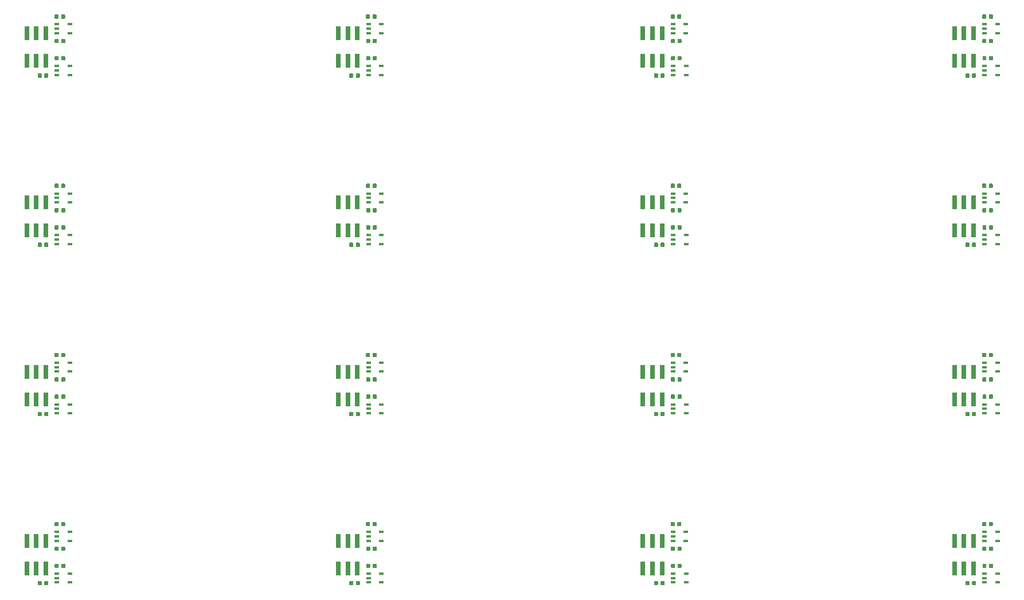
<source format=gbr>
G04 #@! TF.GenerationSoftware,KiCad,Pcbnew,5.1.5-52549c5~84~ubuntu18.04.1*
G04 #@! TF.CreationDate,2020-03-17T11:23:48+01:00*
G04 #@! TF.ProjectId,output.m3_panel,6f757470-7574-42e6-9d33-5f70616e656c,rev?*
G04 #@! TF.SameCoordinates,Original*
G04 #@! TF.FileFunction,Paste,Bot*
G04 #@! TF.FilePolarity,Positive*
%FSLAX46Y46*%
G04 Gerber Fmt 4.6, Leading zero omitted, Abs format (unit mm)*
G04 Created by KiCad (PCBNEW 5.1.5-52549c5~84~ubuntu18.04.1) date 2020-03-17 11:23:48*
%MOMM*%
%LPD*%
G04 APERTURE LIST*
%ADD10C,0.100000*%
%ADD11R,0.700000X2.000000*%
%ADD12R,0.700000X0.400000*%
G04 APERTURE END LIST*
D10*
G36*
X147646958Y-62380710D02*
G01*
X147661276Y-62382834D01*
X147675317Y-62386351D01*
X147688946Y-62391228D01*
X147702031Y-62397417D01*
X147714447Y-62404858D01*
X147726073Y-62413481D01*
X147736798Y-62423202D01*
X147746519Y-62433927D01*
X147755142Y-62445553D01*
X147762583Y-62457969D01*
X147768772Y-62471054D01*
X147773649Y-62484683D01*
X147777166Y-62498724D01*
X147779290Y-62513042D01*
X147780000Y-62527500D01*
X147780000Y-62872500D01*
X147779290Y-62886958D01*
X147777166Y-62901276D01*
X147773649Y-62915317D01*
X147768772Y-62928946D01*
X147762583Y-62942031D01*
X147755142Y-62954447D01*
X147746519Y-62966073D01*
X147736798Y-62976798D01*
X147726073Y-62986519D01*
X147714447Y-62995142D01*
X147702031Y-63002583D01*
X147688946Y-63008772D01*
X147675317Y-63013649D01*
X147661276Y-63017166D01*
X147646958Y-63019290D01*
X147632500Y-63020000D01*
X147337500Y-63020000D01*
X147323042Y-63019290D01*
X147308724Y-63017166D01*
X147294683Y-63013649D01*
X147281054Y-63008772D01*
X147267969Y-63002583D01*
X147255553Y-62995142D01*
X147243927Y-62986519D01*
X147233202Y-62976798D01*
X147223481Y-62966073D01*
X147214858Y-62954447D01*
X147207417Y-62942031D01*
X147201228Y-62928946D01*
X147196351Y-62915317D01*
X147192834Y-62901276D01*
X147190710Y-62886958D01*
X147190000Y-62872500D01*
X147190000Y-62527500D01*
X147190710Y-62513042D01*
X147192834Y-62498724D01*
X147196351Y-62484683D01*
X147201228Y-62471054D01*
X147207417Y-62457969D01*
X147214858Y-62445553D01*
X147223481Y-62433927D01*
X147233202Y-62423202D01*
X147243927Y-62413481D01*
X147255553Y-62404858D01*
X147267969Y-62397417D01*
X147281054Y-62391228D01*
X147294683Y-62386351D01*
X147308724Y-62382834D01*
X147323042Y-62380710D01*
X147337500Y-62380000D01*
X147632500Y-62380000D01*
X147646958Y-62380710D01*
G37*
G36*
X146676958Y-62380710D02*
G01*
X146691276Y-62382834D01*
X146705317Y-62386351D01*
X146718946Y-62391228D01*
X146732031Y-62397417D01*
X146744447Y-62404858D01*
X146756073Y-62413481D01*
X146766798Y-62423202D01*
X146776519Y-62433927D01*
X146785142Y-62445553D01*
X146792583Y-62457969D01*
X146798772Y-62471054D01*
X146803649Y-62484683D01*
X146807166Y-62498724D01*
X146809290Y-62513042D01*
X146810000Y-62527500D01*
X146810000Y-62872500D01*
X146809290Y-62886958D01*
X146807166Y-62901276D01*
X146803649Y-62915317D01*
X146798772Y-62928946D01*
X146792583Y-62942031D01*
X146785142Y-62954447D01*
X146776519Y-62966073D01*
X146766798Y-62976798D01*
X146756073Y-62986519D01*
X146744447Y-62995142D01*
X146732031Y-63002583D01*
X146718946Y-63008772D01*
X146705317Y-63013649D01*
X146691276Y-63017166D01*
X146676958Y-63019290D01*
X146662500Y-63020000D01*
X146367500Y-63020000D01*
X146353042Y-63019290D01*
X146338724Y-63017166D01*
X146324683Y-63013649D01*
X146311054Y-63008772D01*
X146297969Y-63002583D01*
X146285553Y-62995142D01*
X146273927Y-62986519D01*
X146263202Y-62976798D01*
X146253481Y-62966073D01*
X146244858Y-62954447D01*
X146237417Y-62942031D01*
X146231228Y-62928946D01*
X146226351Y-62915317D01*
X146222834Y-62901276D01*
X146220710Y-62886958D01*
X146220000Y-62872500D01*
X146220000Y-62527500D01*
X146220710Y-62513042D01*
X146222834Y-62498724D01*
X146226351Y-62484683D01*
X146231228Y-62471054D01*
X146237417Y-62457969D01*
X146244858Y-62445553D01*
X146253481Y-62433927D01*
X146263202Y-62423202D01*
X146273927Y-62413481D01*
X146285553Y-62404858D01*
X146297969Y-62397417D01*
X146311054Y-62391228D01*
X146324683Y-62386351D01*
X146338724Y-62382834D01*
X146353042Y-62380710D01*
X146367500Y-62380000D01*
X146662500Y-62380000D01*
X146676958Y-62380710D01*
G37*
D11*
X144600000Y-56450000D03*
X146000000Y-56450000D03*
X147400000Y-56450000D03*
X147400000Y-60550000D03*
X144600000Y-60550000D03*
X146000000Y-60550000D03*
D12*
X149055860Y-62586753D03*
X149055860Y-61936753D03*
X149055860Y-61286753D03*
X150955860Y-61286753D03*
X150955860Y-62586753D03*
X150950000Y-56430730D03*
X150950000Y-55130730D03*
X149050000Y-55130730D03*
X149050000Y-55780730D03*
X149050000Y-56430730D03*
D10*
G36*
X149182818Y-59817463D02*
G01*
X149197136Y-59819587D01*
X149211177Y-59823104D01*
X149224806Y-59827981D01*
X149237891Y-59834170D01*
X149250307Y-59841611D01*
X149261933Y-59850234D01*
X149272658Y-59859955D01*
X149282379Y-59870680D01*
X149291002Y-59882306D01*
X149298443Y-59894722D01*
X149304632Y-59907807D01*
X149309509Y-59921436D01*
X149313026Y-59935477D01*
X149315150Y-59949795D01*
X149315860Y-59964253D01*
X149315860Y-60309253D01*
X149315150Y-60323711D01*
X149313026Y-60338029D01*
X149309509Y-60352070D01*
X149304632Y-60365699D01*
X149298443Y-60378784D01*
X149291002Y-60391200D01*
X149282379Y-60402826D01*
X149272658Y-60413551D01*
X149261933Y-60423272D01*
X149250307Y-60431895D01*
X149237891Y-60439336D01*
X149224806Y-60445525D01*
X149211177Y-60450402D01*
X149197136Y-60453919D01*
X149182818Y-60456043D01*
X149168360Y-60456753D01*
X148873360Y-60456753D01*
X148858902Y-60456043D01*
X148844584Y-60453919D01*
X148830543Y-60450402D01*
X148816914Y-60445525D01*
X148803829Y-60439336D01*
X148791413Y-60431895D01*
X148779787Y-60423272D01*
X148769062Y-60413551D01*
X148759341Y-60402826D01*
X148750718Y-60391200D01*
X148743277Y-60378784D01*
X148737088Y-60365699D01*
X148732211Y-60352070D01*
X148728694Y-60338029D01*
X148726570Y-60323711D01*
X148725860Y-60309253D01*
X148725860Y-59964253D01*
X148726570Y-59949795D01*
X148728694Y-59935477D01*
X148732211Y-59921436D01*
X148737088Y-59907807D01*
X148743277Y-59894722D01*
X148750718Y-59882306D01*
X148759341Y-59870680D01*
X148769062Y-59859955D01*
X148779787Y-59850234D01*
X148791413Y-59841611D01*
X148803829Y-59834170D01*
X148816914Y-59827981D01*
X148830543Y-59823104D01*
X148844584Y-59819587D01*
X148858902Y-59817463D01*
X148873360Y-59816753D01*
X149168360Y-59816753D01*
X149182818Y-59817463D01*
G37*
G36*
X150152818Y-59817463D02*
G01*
X150167136Y-59819587D01*
X150181177Y-59823104D01*
X150194806Y-59827981D01*
X150207891Y-59834170D01*
X150220307Y-59841611D01*
X150231933Y-59850234D01*
X150242658Y-59859955D01*
X150252379Y-59870680D01*
X150261002Y-59882306D01*
X150268443Y-59894722D01*
X150274632Y-59907807D01*
X150279509Y-59921436D01*
X150283026Y-59935477D01*
X150285150Y-59949795D01*
X150285860Y-59964253D01*
X150285860Y-60309253D01*
X150285150Y-60323711D01*
X150283026Y-60338029D01*
X150279509Y-60352070D01*
X150274632Y-60365699D01*
X150268443Y-60378784D01*
X150261002Y-60391200D01*
X150252379Y-60402826D01*
X150242658Y-60413551D01*
X150231933Y-60423272D01*
X150220307Y-60431895D01*
X150207891Y-60439336D01*
X150194806Y-60445525D01*
X150181177Y-60450402D01*
X150167136Y-60453919D01*
X150152818Y-60456043D01*
X150138360Y-60456753D01*
X149843360Y-60456753D01*
X149828902Y-60456043D01*
X149814584Y-60453919D01*
X149800543Y-60450402D01*
X149786914Y-60445525D01*
X149773829Y-60439336D01*
X149761413Y-60431895D01*
X149749787Y-60423272D01*
X149739062Y-60413551D01*
X149729341Y-60402826D01*
X149720718Y-60391200D01*
X149713277Y-60378784D01*
X149707088Y-60365699D01*
X149702211Y-60352070D01*
X149698694Y-60338029D01*
X149696570Y-60323711D01*
X149695860Y-60309253D01*
X149695860Y-59964253D01*
X149696570Y-59949795D01*
X149698694Y-59935477D01*
X149702211Y-59921436D01*
X149707088Y-59907807D01*
X149713277Y-59894722D01*
X149720718Y-59882306D01*
X149729341Y-59870680D01*
X149739062Y-59859955D01*
X149749787Y-59850234D01*
X149761413Y-59841611D01*
X149773829Y-59834170D01*
X149786914Y-59827981D01*
X149800543Y-59823104D01*
X149814584Y-59819587D01*
X149828902Y-59817463D01*
X149843360Y-59816753D01*
X150138360Y-59816753D01*
X150152818Y-59817463D01*
G37*
G36*
X149154633Y-53661440D02*
G01*
X149168951Y-53663564D01*
X149182992Y-53667081D01*
X149196621Y-53671958D01*
X149209706Y-53678147D01*
X149222122Y-53685588D01*
X149233748Y-53694211D01*
X149244473Y-53703932D01*
X149254194Y-53714657D01*
X149262817Y-53726283D01*
X149270258Y-53738699D01*
X149276447Y-53751784D01*
X149281324Y-53765413D01*
X149284841Y-53779454D01*
X149286965Y-53793772D01*
X149287675Y-53808230D01*
X149287675Y-54153230D01*
X149286965Y-54167688D01*
X149284841Y-54182006D01*
X149281324Y-54196047D01*
X149276447Y-54209676D01*
X149270258Y-54222761D01*
X149262817Y-54235177D01*
X149254194Y-54246803D01*
X149244473Y-54257528D01*
X149233748Y-54267249D01*
X149222122Y-54275872D01*
X149209706Y-54283313D01*
X149196621Y-54289502D01*
X149182992Y-54294379D01*
X149168951Y-54297896D01*
X149154633Y-54300020D01*
X149140175Y-54300730D01*
X148845175Y-54300730D01*
X148830717Y-54300020D01*
X148816399Y-54297896D01*
X148802358Y-54294379D01*
X148788729Y-54289502D01*
X148775644Y-54283313D01*
X148763228Y-54275872D01*
X148751602Y-54267249D01*
X148740877Y-54257528D01*
X148731156Y-54246803D01*
X148722533Y-54235177D01*
X148715092Y-54222761D01*
X148708903Y-54209676D01*
X148704026Y-54196047D01*
X148700509Y-54182006D01*
X148698385Y-54167688D01*
X148697675Y-54153230D01*
X148697675Y-53808230D01*
X148698385Y-53793772D01*
X148700509Y-53779454D01*
X148704026Y-53765413D01*
X148708903Y-53751784D01*
X148715092Y-53738699D01*
X148722533Y-53726283D01*
X148731156Y-53714657D01*
X148740877Y-53703932D01*
X148751602Y-53694211D01*
X148763228Y-53685588D01*
X148775644Y-53678147D01*
X148788729Y-53671958D01*
X148802358Y-53667081D01*
X148816399Y-53663564D01*
X148830717Y-53661440D01*
X148845175Y-53660730D01*
X149140175Y-53660730D01*
X149154633Y-53661440D01*
G37*
G36*
X150124633Y-53661440D02*
G01*
X150138951Y-53663564D01*
X150152992Y-53667081D01*
X150166621Y-53671958D01*
X150179706Y-53678147D01*
X150192122Y-53685588D01*
X150203748Y-53694211D01*
X150214473Y-53703932D01*
X150224194Y-53714657D01*
X150232817Y-53726283D01*
X150240258Y-53738699D01*
X150246447Y-53751784D01*
X150251324Y-53765413D01*
X150254841Y-53779454D01*
X150256965Y-53793772D01*
X150257675Y-53808230D01*
X150257675Y-54153230D01*
X150256965Y-54167688D01*
X150254841Y-54182006D01*
X150251324Y-54196047D01*
X150246447Y-54209676D01*
X150240258Y-54222761D01*
X150232817Y-54235177D01*
X150224194Y-54246803D01*
X150214473Y-54257528D01*
X150203748Y-54267249D01*
X150192122Y-54275872D01*
X150179706Y-54283313D01*
X150166621Y-54289502D01*
X150152992Y-54294379D01*
X150138951Y-54297896D01*
X150124633Y-54300020D01*
X150110175Y-54300730D01*
X149815175Y-54300730D01*
X149800717Y-54300020D01*
X149786399Y-54297896D01*
X149772358Y-54294379D01*
X149758729Y-54289502D01*
X149745644Y-54283313D01*
X149733228Y-54275872D01*
X149721602Y-54267249D01*
X149710877Y-54257528D01*
X149701156Y-54246803D01*
X149692533Y-54235177D01*
X149685092Y-54222761D01*
X149678903Y-54209676D01*
X149674026Y-54196047D01*
X149670509Y-54182006D01*
X149668385Y-54167688D01*
X149667675Y-54153230D01*
X149667675Y-53808230D01*
X149668385Y-53793772D01*
X149670509Y-53779454D01*
X149674026Y-53765413D01*
X149678903Y-53751784D01*
X149685092Y-53738699D01*
X149692533Y-53726283D01*
X149701156Y-53714657D01*
X149710877Y-53703932D01*
X149721602Y-53694211D01*
X149733228Y-53685588D01*
X149745644Y-53678147D01*
X149758729Y-53671958D01*
X149772358Y-53667081D01*
X149786399Y-53663564D01*
X149800717Y-53661440D01*
X149815175Y-53660730D01*
X150110175Y-53660730D01*
X150124633Y-53661440D01*
G37*
G36*
X149176958Y-57280710D02*
G01*
X149191276Y-57282834D01*
X149205317Y-57286351D01*
X149218946Y-57291228D01*
X149232031Y-57297417D01*
X149244447Y-57304858D01*
X149256073Y-57313481D01*
X149266798Y-57323202D01*
X149276519Y-57333927D01*
X149285142Y-57345553D01*
X149292583Y-57357969D01*
X149298772Y-57371054D01*
X149303649Y-57384683D01*
X149307166Y-57398724D01*
X149309290Y-57413042D01*
X149310000Y-57427500D01*
X149310000Y-57772500D01*
X149309290Y-57786958D01*
X149307166Y-57801276D01*
X149303649Y-57815317D01*
X149298772Y-57828946D01*
X149292583Y-57842031D01*
X149285142Y-57854447D01*
X149276519Y-57866073D01*
X149266798Y-57876798D01*
X149256073Y-57886519D01*
X149244447Y-57895142D01*
X149232031Y-57902583D01*
X149218946Y-57908772D01*
X149205317Y-57913649D01*
X149191276Y-57917166D01*
X149176958Y-57919290D01*
X149162500Y-57920000D01*
X148867500Y-57920000D01*
X148853042Y-57919290D01*
X148838724Y-57917166D01*
X148824683Y-57913649D01*
X148811054Y-57908772D01*
X148797969Y-57902583D01*
X148785553Y-57895142D01*
X148773927Y-57886519D01*
X148763202Y-57876798D01*
X148753481Y-57866073D01*
X148744858Y-57854447D01*
X148737417Y-57842031D01*
X148731228Y-57828946D01*
X148726351Y-57815317D01*
X148722834Y-57801276D01*
X148720710Y-57786958D01*
X148720000Y-57772500D01*
X148720000Y-57427500D01*
X148720710Y-57413042D01*
X148722834Y-57398724D01*
X148726351Y-57384683D01*
X148731228Y-57371054D01*
X148737417Y-57357969D01*
X148744858Y-57345553D01*
X148753481Y-57333927D01*
X148763202Y-57323202D01*
X148773927Y-57313481D01*
X148785553Y-57304858D01*
X148797969Y-57297417D01*
X148811054Y-57291228D01*
X148824683Y-57286351D01*
X148838724Y-57282834D01*
X148853042Y-57280710D01*
X148867500Y-57280000D01*
X149162500Y-57280000D01*
X149176958Y-57280710D01*
G37*
G36*
X150146958Y-57280710D02*
G01*
X150161276Y-57282834D01*
X150175317Y-57286351D01*
X150188946Y-57291228D01*
X150202031Y-57297417D01*
X150214447Y-57304858D01*
X150226073Y-57313481D01*
X150236798Y-57323202D01*
X150246519Y-57333927D01*
X150255142Y-57345553D01*
X150262583Y-57357969D01*
X150268772Y-57371054D01*
X150273649Y-57384683D01*
X150277166Y-57398724D01*
X150279290Y-57413042D01*
X150280000Y-57427500D01*
X150280000Y-57772500D01*
X150279290Y-57786958D01*
X150277166Y-57801276D01*
X150273649Y-57815317D01*
X150268772Y-57828946D01*
X150262583Y-57842031D01*
X150255142Y-57854447D01*
X150246519Y-57866073D01*
X150236798Y-57876798D01*
X150226073Y-57886519D01*
X150214447Y-57895142D01*
X150202031Y-57902583D01*
X150188946Y-57908772D01*
X150175317Y-57913649D01*
X150161276Y-57917166D01*
X150146958Y-57919290D01*
X150132500Y-57920000D01*
X149837500Y-57920000D01*
X149823042Y-57919290D01*
X149808724Y-57917166D01*
X149794683Y-57913649D01*
X149781054Y-57908772D01*
X149767969Y-57902583D01*
X149755553Y-57895142D01*
X149743927Y-57886519D01*
X149733202Y-57876798D01*
X149723481Y-57866073D01*
X149714858Y-57854447D01*
X149707417Y-57842031D01*
X149701228Y-57828946D01*
X149696351Y-57815317D01*
X149692834Y-57801276D01*
X149690710Y-57786958D01*
X149690000Y-57772500D01*
X149690000Y-57427500D01*
X149690710Y-57413042D01*
X149692834Y-57398724D01*
X149696351Y-57384683D01*
X149701228Y-57371054D01*
X149707417Y-57357969D01*
X149714858Y-57345553D01*
X149723481Y-57333927D01*
X149733202Y-57323202D01*
X149743927Y-57313481D01*
X149755553Y-57304858D01*
X149767969Y-57297417D01*
X149781054Y-57291228D01*
X149794683Y-57286351D01*
X149808724Y-57282834D01*
X149823042Y-57280710D01*
X149837500Y-57280000D01*
X150132500Y-57280000D01*
X150146958Y-57280710D01*
G37*
D11*
X192000000Y-60550000D03*
X190600000Y-60550000D03*
X193400000Y-60550000D03*
X193400000Y-56450000D03*
X192000000Y-56450000D03*
X190600000Y-56450000D03*
X146000000Y-85550000D03*
X144600000Y-85550000D03*
X147400000Y-85550000D03*
X147400000Y-81450000D03*
X146000000Y-81450000D03*
X144600000Y-81450000D03*
X192000000Y-85550000D03*
X190600000Y-85550000D03*
X193400000Y-85550000D03*
X193400000Y-81450000D03*
X192000000Y-81450000D03*
X190600000Y-81450000D03*
X146000000Y-110550000D03*
X144600000Y-110550000D03*
X147400000Y-110550000D03*
X147400000Y-106450000D03*
X146000000Y-106450000D03*
X144600000Y-106450000D03*
X192000000Y-110550000D03*
X190600000Y-110550000D03*
X193400000Y-110550000D03*
X193400000Y-106450000D03*
X192000000Y-106450000D03*
X190600000Y-106450000D03*
X146000000Y-135550000D03*
X144600000Y-135550000D03*
X147400000Y-135550000D03*
X147400000Y-131450000D03*
X146000000Y-131450000D03*
X144600000Y-131450000D03*
X192000000Y-135550000D03*
X190600000Y-135550000D03*
X193400000Y-135550000D03*
X193400000Y-131450000D03*
X192000000Y-131450000D03*
X190600000Y-131450000D03*
D10*
G36*
X196124633Y-53661440D02*
G01*
X196138951Y-53663564D01*
X196152992Y-53667081D01*
X196166621Y-53671958D01*
X196179706Y-53678147D01*
X196192122Y-53685588D01*
X196203748Y-53694211D01*
X196214473Y-53703932D01*
X196224194Y-53714657D01*
X196232817Y-53726283D01*
X196240258Y-53738699D01*
X196246447Y-53751784D01*
X196251324Y-53765413D01*
X196254841Y-53779454D01*
X196256965Y-53793772D01*
X196257675Y-53808230D01*
X196257675Y-54153230D01*
X196256965Y-54167688D01*
X196254841Y-54182006D01*
X196251324Y-54196047D01*
X196246447Y-54209676D01*
X196240258Y-54222761D01*
X196232817Y-54235177D01*
X196224194Y-54246803D01*
X196214473Y-54257528D01*
X196203748Y-54267249D01*
X196192122Y-54275872D01*
X196179706Y-54283313D01*
X196166621Y-54289502D01*
X196152992Y-54294379D01*
X196138951Y-54297896D01*
X196124633Y-54300020D01*
X196110175Y-54300730D01*
X195815175Y-54300730D01*
X195800717Y-54300020D01*
X195786399Y-54297896D01*
X195772358Y-54294379D01*
X195758729Y-54289502D01*
X195745644Y-54283313D01*
X195733228Y-54275872D01*
X195721602Y-54267249D01*
X195710877Y-54257528D01*
X195701156Y-54246803D01*
X195692533Y-54235177D01*
X195685092Y-54222761D01*
X195678903Y-54209676D01*
X195674026Y-54196047D01*
X195670509Y-54182006D01*
X195668385Y-54167688D01*
X195667675Y-54153230D01*
X195667675Y-53808230D01*
X195668385Y-53793772D01*
X195670509Y-53779454D01*
X195674026Y-53765413D01*
X195678903Y-53751784D01*
X195685092Y-53738699D01*
X195692533Y-53726283D01*
X195701156Y-53714657D01*
X195710877Y-53703932D01*
X195721602Y-53694211D01*
X195733228Y-53685588D01*
X195745644Y-53678147D01*
X195758729Y-53671958D01*
X195772358Y-53667081D01*
X195786399Y-53663564D01*
X195800717Y-53661440D01*
X195815175Y-53660730D01*
X196110175Y-53660730D01*
X196124633Y-53661440D01*
G37*
G36*
X195154633Y-53661440D02*
G01*
X195168951Y-53663564D01*
X195182992Y-53667081D01*
X195196621Y-53671958D01*
X195209706Y-53678147D01*
X195222122Y-53685588D01*
X195233748Y-53694211D01*
X195244473Y-53703932D01*
X195254194Y-53714657D01*
X195262817Y-53726283D01*
X195270258Y-53738699D01*
X195276447Y-53751784D01*
X195281324Y-53765413D01*
X195284841Y-53779454D01*
X195286965Y-53793772D01*
X195287675Y-53808230D01*
X195287675Y-54153230D01*
X195286965Y-54167688D01*
X195284841Y-54182006D01*
X195281324Y-54196047D01*
X195276447Y-54209676D01*
X195270258Y-54222761D01*
X195262817Y-54235177D01*
X195254194Y-54246803D01*
X195244473Y-54257528D01*
X195233748Y-54267249D01*
X195222122Y-54275872D01*
X195209706Y-54283313D01*
X195196621Y-54289502D01*
X195182992Y-54294379D01*
X195168951Y-54297896D01*
X195154633Y-54300020D01*
X195140175Y-54300730D01*
X194845175Y-54300730D01*
X194830717Y-54300020D01*
X194816399Y-54297896D01*
X194802358Y-54294379D01*
X194788729Y-54289502D01*
X194775644Y-54283313D01*
X194763228Y-54275872D01*
X194751602Y-54267249D01*
X194740877Y-54257528D01*
X194731156Y-54246803D01*
X194722533Y-54235177D01*
X194715092Y-54222761D01*
X194708903Y-54209676D01*
X194704026Y-54196047D01*
X194700509Y-54182006D01*
X194698385Y-54167688D01*
X194697675Y-54153230D01*
X194697675Y-53808230D01*
X194698385Y-53793772D01*
X194700509Y-53779454D01*
X194704026Y-53765413D01*
X194708903Y-53751784D01*
X194715092Y-53738699D01*
X194722533Y-53726283D01*
X194731156Y-53714657D01*
X194740877Y-53703932D01*
X194751602Y-53694211D01*
X194763228Y-53685588D01*
X194775644Y-53678147D01*
X194788729Y-53671958D01*
X194802358Y-53667081D01*
X194816399Y-53663564D01*
X194830717Y-53661440D01*
X194845175Y-53660730D01*
X195140175Y-53660730D01*
X195154633Y-53661440D01*
G37*
G36*
X150124633Y-78661440D02*
G01*
X150138951Y-78663564D01*
X150152992Y-78667081D01*
X150166621Y-78671958D01*
X150179706Y-78678147D01*
X150192122Y-78685588D01*
X150203748Y-78694211D01*
X150214473Y-78703932D01*
X150224194Y-78714657D01*
X150232817Y-78726283D01*
X150240258Y-78738699D01*
X150246447Y-78751784D01*
X150251324Y-78765413D01*
X150254841Y-78779454D01*
X150256965Y-78793772D01*
X150257675Y-78808230D01*
X150257675Y-79153230D01*
X150256965Y-79167688D01*
X150254841Y-79182006D01*
X150251324Y-79196047D01*
X150246447Y-79209676D01*
X150240258Y-79222761D01*
X150232817Y-79235177D01*
X150224194Y-79246803D01*
X150214473Y-79257528D01*
X150203748Y-79267249D01*
X150192122Y-79275872D01*
X150179706Y-79283313D01*
X150166621Y-79289502D01*
X150152992Y-79294379D01*
X150138951Y-79297896D01*
X150124633Y-79300020D01*
X150110175Y-79300730D01*
X149815175Y-79300730D01*
X149800717Y-79300020D01*
X149786399Y-79297896D01*
X149772358Y-79294379D01*
X149758729Y-79289502D01*
X149745644Y-79283313D01*
X149733228Y-79275872D01*
X149721602Y-79267249D01*
X149710877Y-79257528D01*
X149701156Y-79246803D01*
X149692533Y-79235177D01*
X149685092Y-79222761D01*
X149678903Y-79209676D01*
X149674026Y-79196047D01*
X149670509Y-79182006D01*
X149668385Y-79167688D01*
X149667675Y-79153230D01*
X149667675Y-78808230D01*
X149668385Y-78793772D01*
X149670509Y-78779454D01*
X149674026Y-78765413D01*
X149678903Y-78751784D01*
X149685092Y-78738699D01*
X149692533Y-78726283D01*
X149701156Y-78714657D01*
X149710877Y-78703932D01*
X149721602Y-78694211D01*
X149733228Y-78685588D01*
X149745644Y-78678147D01*
X149758729Y-78671958D01*
X149772358Y-78667081D01*
X149786399Y-78663564D01*
X149800717Y-78661440D01*
X149815175Y-78660730D01*
X150110175Y-78660730D01*
X150124633Y-78661440D01*
G37*
G36*
X149154633Y-78661440D02*
G01*
X149168951Y-78663564D01*
X149182992Y-78667081D01*
X149196621Y-78671958D01*
X149209706Y-78678147D01*
X149222122Y-78685588D01*
X149233748Y-78694211D01*
X149244473Y-78703932D01*
X149254194Y-78714657D01*
X149262817Y-78726283D01*
X149270258Y-78738699D01*
X149276447Y-78751784D01*
X149281324Y-78765413D01*
X149284841Y-78779454D01*
X149286965Y-78793772D01*
X149287675Y-78808230D01*
X149287675Y-79153230D01*
X149286965Y-79167688D01*
X149284841Y-79182006D01*
X149281324Y-79196047D01*
X149276447Y-79209676D01*
X149270258Y-79222761D01*
X149262817Y-79235177D01*
X149254194Y-79246803D01*
X149244473Y-79257528D01*
X149233748Y-79267249D01*
X149222122Y-79275872D01*
X149209706Y-79283313D01*
X149196621Y-79289502D01*
X149182992Y-79294379D01*
X149168951Y-79297896D01*
X149154633Y-79300020D01*
X149140175Y-79300730D01*
X148845175Y-79300730D01*
X148830717Y-79300020D01*
X148816399Y-79297896D01*
X148802358Y-79294379D01*
X148788729Y-79289502D01*
X148775644Y-79283313D01*
X148763228Y-79275872D01*
X148751602Y-79267249D01*
X148740877Y-79257528D01*
X148731156Y-79246803D01*
X148722533Y-79235177D01*
X148715092Y-79222761D01*
X148708903Y-79209676D01*
X148704026Y-79196047D01*
X148700509Y-79182006D01*
X148698385Y-79167688D01*
X148697675Y-79153230D01*
X148697675Y-78808230D01*
X148698385Y-78793772D01*
X148700509Y-78779454D01*
X148704026Y-78765413D01*
X148708903Y-78751784D01*
X148715092Y-78738699D01*
X148722533Y-78726283D01*
X148731156Y-78714657D01*
X148740877Y-78703932D01*
X148751602Y-78694211D01*
X148763228Y-78685588D01*
X148775644Y-78678147D01*
X148788729Y-78671958D01*
X148802358Y-78667081D01*
X148816399Y-78663564D01*
X148830717Y-78661440D01*
X148845175Y-78660730D01*
X149140175Y-78660730D01*
X149154633Y-78661440D01*
G37*
G36*
X196124633Y-78661440D02*
G01*
X196138951Y-78663564D01*
X196152992Y-78667081D01*
X196166621Y-78671958D01*
X196179706Y-78678147D01*
X196192122Y-78685588D01*
X196203748Y-78694211D01*
X196214473Y-78703932D01*
X196224194Y-78714657D01*
X196232817Y-78726283D01*
X196240258Y-78738699D01*
X196246447Y-78751784D01*
X196251324Y-78765413D01*
X196254841Y-78779454D01*
X196256965Y-78793772D01*
X196257675Y-78808230D01*
X196257675Y-79153230D01*
X196256965Y-79167688D01*
X196254841Y-79182006D01*
X196251324Y-79196047D01*
X196246447Y-79209676D01*
X196240258Y-79222761D01*
X196232817Y-79235177D01*
X196224194Y-79246803D01*
X196214473Y-79257528D01*
X196203748Y-79267249D01*
X196192122Y-79275872D01*
X196179706Y-79283313D01*
X196166621Y-79289502D01*
X196152992Y-79294379D01*
X196138951Y-79297896D01*
X196124633Y-79300020D01*
X196110175Y-79300730D01*
X195815175Y-79300730D01*
X195800717Y-79300020D01*
X195786399Y-79297896D01*
X195772358Y-79294379D01*
X195758729Y-79289502D01*
X195745644Y-79283313D01*
X195733228Y-79275872D01*
X195721602Y-79267249D01*
X195710877Y-79257528D01*
X195701156Y-79246803D01*
X195692533Y-79235177D01*
X195685092Y-79222761D01*
X195678903Y-79209676D01*
X195674026Y-79196047D01*
X195670509Y-79182006D01*
X195668385Y-79167688D01*
X195667675Y-79153230D01*
X195667675Y-78808230D01*
X195668385Y-78793772D01*
X195670509Y-78779454D01*
X195674026Y-78765413D01*
X195678903Y-78751784D01*
X195685092Y-78738699D01*
X195692533Y-78726283D01*
X195701156Y-78714657D01*
X195710877Y-78703932D01*
X195721602Y-78694211D01*
X195733228Y-78685588D01*
X195745644Y-78678147D01*
X195758729Y-78671958D01*
X195772358Y-78667081D01*
X195786399Y-78663564D01*
X195800717Y-78661440D01*
X195815175Y-78660730D01*
X196110175Y-78660730D01*
X196124633Y-78661440D01*
G37*
G36*
X195154633Y-78661440D02*
G01*
X195168951Y-78663564D01*
X195182992Y-78667081D01*
X195196621Y-78671958D01*
X195209706Y-78678147D01*
X195222122Y-78685588D01*
X195233748Y-78694211D01*
X195244473Y-78703932D01*
X195254194Y-78714657D01*
X195262817Y-78726283D01*
X195270258Y-78738699D01*
X195276447Y-78751784D01*
X195281324Y-78765413D01*
X195284841Y-78779454D01*
X195286965Y-78793772D01*
X195287675Y-78808230D01*
X195287675Y-79153230D01*
X195286965Y-79167688D01*
X195284841Y-79182006D01*
X195281324Y-79196047D01*
X195276447Y-79209676D01*
X195270258Y-79222761D01*
X195262817Y-79235177D01*
X195254194Y-79246803D01*
X195244473Y-79257528D01*
X195233748Y-79267249D01*
X195222122Y-79275872D01*
X195209706Y-79283313D01*
X195196621Y-79289502D01*
X195182992Y-79294379D01*
X195168951Y-79297896D01*
X195154633Y-79300020D01*
X195140175Y-79300730D01*
X194845175Y-79300730D01*
X194830717Y-79300020D01*
X194816399Y-79297896D01*
X194802358Y-79294379D01*
X194788729Y-79289502D01*
X194775644Y-79283313D01*
X194763228Y-79275872D01*
X194751602Y-79267249D01*
X194740877Y-79257528D01*
X194731156Y-79246803D01*
X194722533Y-79235177D01*
X194715092Y-79222761D01*
X194708903Y-79209676D01*
X194704026Y-79196047D01*
X194700509Y-79182006D01*
X194698385Y-79167688D01*
X194697675Y-79153230D01*
X194697675Y-78808230D01*
X194698385Y-78793772D01*
X194700509Y-78779454D01*
X194704026Y-78765413D01*
X194708903Y-78751784D01*
X194715092Y-78738699D01*
X194722533Y-78726283D01*
X194731156Y-78714657D01*
X194740877Y-78703932D01*
X194751602Y-78694211D01*
X194763228Y-78685588D01*
X194775644Y-78678147D01*
X194788729Y-78671958D01*
X194802358Y-78667081D01*
X194816399Y-78663564D01*
X194830717Y-78661440D01*
X194845175Y-78660730D01*
X195140175Y-78660730D01*
X195154633Y-78661440D01*
G37*
G36*
X150124633Y-103661440D02*
G01*
X150138951Y-103663564D01*
X150152992Y-103667081D01*
X150166621Y-103671958D01*
X150179706Y-103678147D01*
X150192122Y-103685588D01*
X150203748Y-103694211D01*
X150214473Y-103703932D01*
X150224194Y-103714657D01*
X150232817Y-103726283D01*
X150240258Y-103738699D01*
X150246447Y-103751784D01*
X150251324Y-103765413D01*
X150254841Y-103779454D01*
X150256965Y-103793772D01*
X150257675Y-103808230D01*
X150257675Y-104153230D01*
X150256965Y-104167688D01*
X150254841Y-104182006D01*
X150251324Y-104196047D01*
X150246447Y-104209676D01*
X150240258Y-104222761D01*
X150232817Y-104235177D01*
X150224194Y-104246803D01*
X150214473Y-104257528D01*
X150203748Y-104267249D01*
X150192122Y-104275872D01*
X150179706Y-104283313D01*
X150166621Y-104289502D01*
X150152992Y-104294379D01*
X150138951Y-104297896D01*
X150124633Y-104300020D01*
X150110175Y-104300730D01*
X149815175Y-104300730D01*
X149800717Y-104300020D01*
X149786399Y-104297896D01*
X149772358Y-104294379D01*
X149758729Y-104289502D01*
X149745644Y-104283313D01*
X149733228Y-104275872D01*
X149721602Y-104267249D01*
X149710877Y-104257528D01*
X149701156Y-104246803D01*
X149692533Y-104235177D01*
X149685092Y-104222761D01*
X149678903Y-104209676D01*
X149674026Y-104196047D01*
X149670509Y-104182006D01*
X149668385Y-104167688D01*
X149667675Y-104153230D01*
X149667675Y-103808230D01*
X149668385Y-103793772D01*
X149670509Y-103779454D01*
X149674026Y-103765413D01*
X149678903Y-103751784D01*
X149685092Y-103738699D01*
X149692533Y-103726283D01*
X149701156Y-103714657D01*
X149710877Y-103703932D01*
X149721602Y-103694211D01*
X149733228Y-103685588D01*
X149745644Y-103678147D01*
X149758729Y-103671958D01*
X149772358Y-103667081D01*
X149786399Y-103663564D01*
X149800717Y-103661440D01*
X149815175Y-103660730D01*
X150110175Y-103660730D01*
X150124633Y-103661440D01*
G37*
G36*
X149154633Y-103661440D02*
G01*
X149168951Y-103663564D01*
X149182992Y-103667081D01*
X149196621Y-103671958D01*
X149209706Y-103678147D01*
X149222122Y-103685588D01*
X149233748Y-103694211D01*
X149244473Y-103703932D01*
X149254194Y-103714657D01*
X149262817Y-103726283D01*
X149270258Y-103738699D01*
X149276447Y-103751784D01*
X149281324Y-103765413D01*
X149284841Y-103779454D01*
X149286965Y-103793772D01*
X149287675Y-103808230D01*
X149287675Y-104153230D01*
X149286965Y-104167688D01*
X149284841Y-104182006D01*
X149281324Y-104196047D01*
X149276447Y-104209676D01*
X149270258Y-104222761D01*
X149262817Y-104235177D01*
X149254194Y-104246803D01*
X149244473Y-104257528D01*
X149233748Y-104267249D01*
X149222122Y-104275872D01*
X149209706Y-104283313D01*
X149196621Y-104289502D01*
X149182992Y-104294379D01*
X149168951Y-104297896D01*
X149154633Y-104300020D01*
X149140175Y-104300730D01*
X148845175Y-104300730D01*
X148830717Y-104300020D01*
X148816399Y-104297896D01*
X148802358Y-104294379D01*
X148788729Y-104289502D01*
X148775644Y-104283313D01*
X148763228Y-104275872D01*
X148751602Y-104267249D01*
X148740877Y-104257528D01*
X148731156Y-104246803D01*
X148722533Y-104235177D01*
X148715092Y-104222761D01*
X148708903Y-104209676D01*
X148704026Y-104196047D01*
X148700509Y-104182006D01*
X148698385Y-104167688D01*
X148697675Y-104153230D01*
X148697675Y-103808230D01*
X148698385Y-103793772D01*
X148700509Y-103779454D01*
X148704026Y-103765413D01*
X148708903Y-103751784D01*
X148715092Y-103738699D01*
X148722533Y-103726283D01*
X148731156Y-103714657D01*
X148740877Y-103703932D01*
X148751602Y-103694211D01*
X148763228Y-103685588D01*
X148775644Y-103678147D01*
X148788729Y-103671958D01*
X148802358Y-103667081D01*
X148816399Y-103663564D01*
X148830717Y-103661440D01*
X148845175Y-103660730D01*
X149140175Y-103660730D01*
X149154633Y-103661440D01*
G37*
G36*
X196124633Y-103661440D02*
G01*
X196138951Y-103663564D01*
X196152992Y-103667081D01*
X196166621Y-103671958D01*
X196179706Y-103678147D01*
X196192122Y-103685588D01*
X196203748Y-103694211D01*
X196214473Y-103703932D01*
X196224194Y-103714657D01*
X196232817Y-103726283D01*
X196240258Y-103738699D01*
X196246447Y-103751784D01*
X196251324Y-103765413D01*
X196254841Y-103779454D01*
X196256965Y-103793772D01*
X196257675Y-103808230D01*
X196257675Y-104153230D01*
X196256965Y-104167688D01*
X196254841Y-104182006D01*
X196251324Y-104196047D01*
X196246447Y-104209676D01*
X196240258Y-104222761D01*
X196232817Y-104235177D01*
X196224194Y-104246803D01*
X196214473Y-104257528D01*
X196203748Y-104267249D01*
X196192122Y-104275872D01*
X196179706Y-104283313D01*
X196166621Y-104289502D01*
X196152992Y-104294379D01*
X196138951Y-104297896D01*
X196124633Y-104300020D01*
X196110175Y-104300730D01*
X195815175Y-104300730D01*
X195800717Y-104300020D01*
X195786399Y-104297896D01*
X195772358Y-104294379D01*
X195758729Y-104289502D01*
X195745644Y-104283313D01*
X195733228Y-104275872D01*
X195721602Y-104267249D01*
X195710877Y-104257528D01*
X195701156Y-104246803D01*
X195692533Y-104235177D01*
X195685092Y-104222761D01*
X195678903Y-104209676D01*
X195674026Y-104196047D01*
X195670509Y-104182006D01*
X195668385Y-104167688D01*
X195667675Y-104153230D01*
X195667675Y-103808230D01*
X195668385Y-103793772D01*
X195670509Y-103779454D01*
X195674026Y-103765413D01*
X195678903Y-103751784D01*
X195685092Y-103738699D01*
X195692533Y-103726283D01*
X195701156Y-103714657D01*
X195710877Y-103703932D01*
X195721602Y-103694211D01*
X195733228Y-103685588D01*
X195745644Y-103678147D01*
X195758729Y-103671958D01*
X195772358Y-103667081D01*
X195786399Y-103663564D01*
X195800717Y-103661440D01*
X195815175Y-103660730D01*
X196110175Y-103660730D01*
X196124633Y-103661440D01*
G37*
G36*
X195154633Y-103661440D02*
G01*
X195168951Y-103663564D01*
X195182992Y-103667081D01*
X195196621Y-103671958D01*
X195209706Y-103678147D01*
X195222122Y-103685588D01*
X195233748Y-103694211D01*
X195244473Y-103703932D01*
X195254194Y-103714657D01*
X195262817Y-103726283D01*
X195270258Y-103738699D01*
X195276447Y-103751784D01*
X195281324Y-103765413D01*
X195284841Y-103779454D01*
X195286965Y-103793772D01*
X195287675Y-103808230D01*
X195287675Y-104153230D01*
X195286965Y-104167688D01*
X195284841Y-104182006D01*
X195281324Y-104196047D01*
X195276447Y-104209676D01*
X195270258Y-104222761D01*
X195262817Y-104235177D01*
X195254194Y-104246803D01*
X195244473Y-104257528D01*
X195233748Y-104267249D01*
X195222122Y-104275872D01*
X195209706Y-104283313D01*
X195196621Y-104289502D01*
X195182992Y-104294379D01*
X195168951Y-104297896D01*
X195154633Y-104300020D01*
X195140175Y-104300730D01*
X194845175Y-104300730D01*
X194830717Y-104300020D01*
X194816399Y-104297896D01*
X194802358Y-104294379D01*
X194788729Y-104289502D01*
X194775644Y-104283313D01*
X194763228Y-104275872D01*
X194751602Y-104267249D01*
X194740877Y-104257528D01*
X194731156Y-104246803D01*
X194722533Y-104235177D01*
X194715092Y-104222761D01*
X194708903Y-104209676D01*
X194704026Y-104196047D01*
X194700509Y-104182006D01*
X194698385Y-104167688D01*
X194697675Y-104153230D01*
X194697675Y-103808230D01*
X194698385Y-103793772D01*
X194700509Y-103779454D01*
X194704026Y-103765413D01*
X194708903Y-103751784D01*
X194715092Y-103738699D01*
X194722533Y-103726283D01*
X194731156Y-103714657D01*
X194740877Y-103703932D01*
X194751602Y-103694211D01*
X194763228Y-103685588D01*
X194775644Y-103678147D01*
X194788729Y-103671958D01*
X194802358Y-103667081D01*
X194816399Y-103663564D01*
X194830717Y-103661440D01*
X194845175Y-103660730D01*
X195140175Y-103660730D01*
X195154633Y-103661440D01*
G37*
G36*
X150124633Y-128661440D02*
G01*
X150138951Y-128663564D01*
X150152992Y-128667081D01*
X150166621Y-128671958D01*
X150179706Y-128678147D01*
X150192122Y-128685588D01*
X150203748Y-128694211D01*
X150214473Y-128703932D01*
X150224194Y-128714657D01*
X150232817Y-128726283D01*
X150240258Y-128738699D01*
X150246447Y-128751784D01*
X150251324Y-128765413D01*
X150254841Y-128779454D01*
X150256965Y-128793772D01*
X150257675Y-128808230D01*
X150257675Y-129153230D01*
X150256965Y-129167688D01*
X150254841Y-129182006D01*
X150251324Y-129196047D01*
X150246447Y-129209676D01*
X150240258Y-129222761D01*
X150232817Y-129235177D01*
X150224194Y-129246803D01*
X150214473Y-129257528D01*
X150203748Y-129267249D01*
X150192122Y-129275872D01*
X150179706Y-129283313D01*
X150166621Y-129289502D01*
X150152992Y-129294379D01*
X150138951Y-129297896D01*
X150124633Y-129300020D01*
X150110175Y-129300730D01*
X149815175Y-129300730D01*
X149800717Y-129300020D01*
X149786399Y-129297896D01*
X149772358Y-129294379D01*
X149758729Y-129289502D01*
X149745644Y-129283313D01*
X149733228Y-129275872D01*
X149721602Y-129267249D01*
X149710877Y-129257528D01*
X149701156Y-129246803D01*
X149692533Y-129235177D01*
X149685092Y-129222761D01*
X149678903Y-129209676D01*
X149674026Y-129196047D01*
X149670509Y-129182006D01*
X149668385Y-129167688D01*
X149667675Y-129153230D01*
X149667675Y-128808230D01*
X149668385Y-128793772D01*
X149670509Y-128779454D01*
X149674026Y-128765413D01*
X149678903Y-128751784D01*
X149685092Y-128738699D01*
X149692533Y-128726283D01*
X149701156Y-128714657D01*
X149710877Y-128703932D01*
X149721602Y-128694211D01*
X149733228Y-128685588D01*
X149745644Y-128678147D01*
X149758729Y-128671958D01*
X149772358Y-128667081D01*
X149786399Y-128663564D01*
X149800717Y-128661440D01*
X149815175Y-128660730D01*
X150110175Y-128660730D01*
X150124633Y-128661440D01*
G37*
G36*
X149154633Y-128661440D02*
G01*
X149168951Y-128663564D01*
X149182992Y-128667081D01*
X149196621Y-128671958D01*
X149209706Y-128678147D01*
X149222122Y-128685588D01*
X149233748Y-128694211D01*
X149244473Y-128703932D01*
X149254194Y-128714657D01*
X149262817Y-128726283D01*
X149270258Y-128738699D01*
X149276447Y-128751784D01*
X149281324Y-128765413D01*
X149284841Y-128779454D01*
X149286965Y-128793772D01*
X149287675Y-128808230D01*
X149287675Y-129153230D01*
X149286965Y-129167688D01*
X149284841Y-129182006D01*
X149281324Y-129196047D01*
X149276447Y-129209676D01*
X149270258Y-129222761D01*
X149262817Y-129235177D01*
X149254194Y-129246803D01*
X149244473Y-129257528D01*
X149233748Y-129267249D01*
X149222122Y-129275872D01*
X149209706Y-129283313D01*
X149196621Y-129289502D01*
X149182992Y-129294379D01*
X149168951Y-129297896D01*
X149154633Y-129300020D01*
X149140175Y-129300730D01*
X148845175Y-129300730D01*
X148830717Y-129300020D01*
X148816399Y-129297896D01*
X148802358Y-129294379D01*
X148788729Y-129289502D01*
X148775644Y-129283313D01*
X148763228Y-129275872D01*
X148751602Y-129267249D01*
X148740877Y-129257528D01*
X148731156Y-129246803D01*
X148722533Y-129235177D01*
X148715092Y-129222761D01*
X148708903Y-129209676D01*
X148704026Y-129196047D01*
X148700509Y-129182006D01*
X148698385Y-129167688D01*
X148697675Y-129153230D01*
X148697675Y-128808230D01*
X148698385Y-128793772D01*
X148700509Y-128779454D01*
X148704026Y-128765413D01*
X148708903Y-128751784D01*
X148715092Y-128738699D01*
X148722533Y-128726283D01*
X148731156Y-128714657D01*
X148740877Y-128703932D01*
X148751602Y-128694211D01*
X148763228Y-128685588D01*
X148775644Y-128678147D01*
X148788729Y-128671958D01*
X148802358Y-128667081D01*
X148816399Y-128663564D01*
X148830717Y-128661440D01*
X148845175Y-128660730D01*
X149140175Y-128660730D01*
X149154633Y-128661440D01*
G37*
G36*
X196124633Y-128661440D02*
G01*
X196138951Y-128663564D01*
X196152992Y-128667081D01*
X196166621Y-128671958D01*
X196179706Y-128678147D01*
X196192122Y-128685588D01*
X196203748Y-128694211D01*
X196214473Y-128703932D01*
X196224194Y-128714657D01*
X196232817Y-128726283D01*
X196240258Y-128738699D01*
X196246447Y-128751784D01*
X196251324Y-128765413D01*
X196254841Y-128779454D01*
X196256965Y-128793772D01*
X196257675Y-128808230D01*
X196257675Y-129153230D01*
X196256965Y-129167688D01*
X196254841Y-129182006D01*
X196251324Y-129196047D01*
X196246447Y-129209676D01*
X196240258Y-129222761D01*
X196232817Y-129235177D01*
X196224194Y-129246803D01*
X196214473Y-129257528D01*
X196203748Y-129267249D01*
X196192122Y-129275872D01*
X196179706Y-129283313D01*
X196166621Y-129289502D01*
X196152992Y-129294379D01*
X196138951Y-129297896D01*
X196124633Y-129300020D01*
X196110175Y-129300730D01*
X195815175Y-129300730D01*
X195800717Y-129300020D01*
X195786399Y-129297896D01*
X195772358Y-129294379D01*
X195758729Y-129289502D01*
X195745644Y-129283313D01*
X195733228Y-129275872D01*
X195721602Y-129267249D01*
X195710877Y-129257528D01*
X195701156Y-129246803D01*
X195692533Y-129235177D01*
X195685092Y-129222761D01*
X195678903Y-129209676D01*
X195674026Y-129196047D01*
X195670509Y-129182006D01*
X195668385Y-129167688D01*
X195667675Y-129153230D01*
X195667675Y-128808230D01*
X195668385Y-128793772D01*
X195670509Y-128779454D01*
X195674026Y-128765413D01*
X195678903Y-128751784D01*
X195685092Y-128738699D01*
X195692533Y-128726283D01*
X195701156Y-128714657D01*
X195710877Y-128703932D01*
X195721602Y-128694211D01*
X195733228Y-128685588D01*
X195745644Y-128678147D01*
X195758729Y-128671958D01*
X195772358Y-128667081D01*
X195786399Y-128663564D01*
X195800717Y-128661440D01*
X195815175Y-128660730D01*
X196110175Y-128660730D01*
X196124633Y-128661440D01*
G37*
G36*
X195154633Y-128661440D02*
G01*
X195168951Y-128663564D01*
X195182992Y-128667081D01*
X195196621Y-128671958D01*
X195209706Y-128678147D01*
X195222122Y-128685588D01*
X195233748Y-128694211D01*
X195244473Y-128703932D01*
X195254194Y-128714657D01*
X195262817Y-128726283D01*
X195270258Y-128738699D01*
X195276447Y-128751784D01*
X195281324Y-128765413D01*
X195284841Y-128779454D01*
X195286965Y-128793772D01*
X195287675Y-128808230D01*
X195287675Y-129153230D01*
X195286965Y-129167688D01*
X195284841Y-129182006D01*
X195281324Y-129196047D01*
X195276447Y-129209676D01*
X195270258Y-129222761D01*
X195262817Y-129235177D01*
X195254194Y-129246803D01*
X195244473Y-129257528D01*
X195233748Y-129267249D01*
X195222122Y-129275872D01*
X195209706Y-129283313D01*
X195196621Y-129289502D01*
X195182992Y-129294379D01*
X195168951Y-129297896D01*
X195154633Y-129300020D01*
X195140175Y-129300730D01*
X194845175Y-129300730D01*
X194830717Y-129300020D01*
X194816399Y-129297896D01*
X194802358Y-129294379D01*
X194788729Y-129289502D01*
X194775644Y-129283313D01*
X194763228Y-129275872D01*
X194751602Y-129267249D01*
X194740877Y-129257528D01*
X194731156Y-129246803D01*
X194722533Y-129235177D01*
X194715092Y-129222761D01*
X194708903Y-129209676D01*
X194704026Y-129196047D01*
X194700509Y-129182006D01*
X194698385Y-129167688D01*
X194697675Y-129153230D01*
X194697675Y-128808230D01*
X194698385Y-128793772D01*
X194700509Y-128779454D01*
X194704026Y-128765413D01*
X194708903Y-128751784D01*
X194715092Y-128738699D01*
X194722533Y-128726283D01*
X194731156Y-128714657D01*
X194740877Y-128703932D01*
X194751602Y-128694211D01*
X194763228Y-128685588D01*
X194775644Y-128678147D01*
X194788729Y-128671958D01*
X194802358Y-128667081D01*
X194816399Y-128663564D01*
X194830717Y-128661440D01*
X194845175Y-128660730D01*
X195140175Y-128660730D01*
X195154633Y-128661440D01*
G37*
G36*
X196146958Y-57280710D02*
G01*
X196161276Y-57282834D01*
X196175317Y-57286351D01*
X196188946Y-57291228D01*
X196202031Y-57297417D01*
X196214447Y-57304858D01*
X196226073Y-57313481D01*
X196236798Y-57323202D01*
X196246519Y-57333927D01*
X196255142Y-57345553D01*
X196262583Y-57357969D01*
X196268772Y-57371054D01*
X196273649Y-57384683D01*
X196277166Y-57398724D01*
X196279290Y-57413042D01*
X196280000Y-57427500D01*
X196280000Y-57772500D01*
X196279290Y-57786958D01*
X196277166Y-57801276D01*
X196273649Y-57815317D01*
X196268772Y-57828946D01*
X196262583Y-57842031D01*
X196255142Y-57854447D01*
X196246519Y-57866073D01*
X196236798Y-57876798D01*
X196226073Y-57886519D01*
X196214447Y-57895142D01*
X196202031Y-57902583D01*
X196188946Y-57908772D01*
X196175317Y-57913649D01*
X196161276Y-57917166D01*
X196146958Y-57919290D01*
X196132500Y-57920000D01*
X195837500Y-57920000D01*
X195823042Y-57919290D01*
X195808724Y-57917166D01*
X195794683Y-57913649D01*
X195781054Y-57908772D01*
X195767969Y-57902583D01*
X195755553Y-57895142D01*
X195743927Y-57886519D01*
X195733202Y-57876798D01*
X195723481Y-57866073D01*
X195714858Y-57854447D01*
X195707417Y-57842031D01*
X195701228Y-57828946D01*
X195696351Y-57815317D01*
X195692834Y-57801276D01*
X195690710Y-57786958D01*
X195690000Y-57772500D01*
X195690000Y-57427500D01*
X195690710Y-57413042D01*
X195692834Y-57398724D01*
X195696351Y-57384683D01*
X195701228Y-57371054D01*
X195707417Y-57357969D01*
X195714858Y-57345553D01*
X195723481Y-57333927D01*
X195733202Y-57323202D01*
X195743927Y-57313481D01*
X195755553Y-57304858D01*
X195767969Y-57297417D01*
X195781054Y-57291228D01*
X195794683Y-57286351D01*
X195808724Y-57282834D01*
X195823042Y-57280710D01*
X195837500Y-57280000D01*
X196132500Y-57280000D01*
X196146958Y-57280710D01*
G37*
G36*
X195176958Y-57280710D02*
G01*
X195191276Y-57282834D01*
X195205317Y-57286351D01*
X195218946Y-57291228D01*
X195232031Y-57297417D01*
X195244447Y-57304858D01*
X195256073Y-57313481D01*
X195266798Y-57323202D01*
X195276519Y-57333927D01*
X195285142Y-57345553D01*
X195292583Y-57357969D01*
X195298772Y-57371054D01*
X195303649Y-57384683D01*
X195307166Y-57398724D01*
X195309290Y-57413042D01*
X195310000Y-57427500D01*
X195310000Y-57772500D01*
X195309290Y-57786958D01*
X195307166Y-57801276D01*
X195303649Y-57815317D01*
X195298772Y-57828946D01*
X195292583Y-57842031D01*
X195285142Y-57854447D01*
X195276519Y-57866073D01*
X195266798Y-57876798D01*
X195256073Y-57886519D01*
X195244447Y-57895142D01*
X195232031Y-57902583D01*
X195218946Y-57908772D01*
X195205317Y-57913649D01*
X195191276Y-57917166D01*
X195176958Y-57919290D01*
X195162500Y-57920000D01*
X194867500Y-57920000D01*
X194853042Y-57919290D01*
X194838724Y-57917166D01*
X194824683Y-57913649D01*
X194811054Y-57908772D01*
X194797969Y-57902583D01*
X194785553Y-57895142D01*
X194773927Y-57886519D01*
X194763202Y-57876798D01*
X194753481Y-57866073D01*
X194744858Y-57854447D01*
X194737417Y-57842031D01*
X194731228Y-57828946D01*
X194726351Y-57815317D01*
X194722834Y-57801276D01*
X194720710Y-57786958D01*
X194720000Y-57772500D01*
X194720000Y-57427500D01*
X194720710Y-57413042D01*
X194722834Y-57398724D01*
X194726351Y-57384683D01*
X194731228Y-57371054D01*
X194737417Y-57357969D01*
X194744858Y-57345553D01*
X194753481Y-57333927D01*
X194763202Y-57323202D01*
X194773927Y-57313481D01*
X194785553Y-57304858D01*
X194797969Y-57297417D01*
X194811054Y-57291228D01*
X194824683Y-57286351D01*
X194838724Y-57282834D01*
X194853042Y-57280710D01*
X194867500Y-57280000D01*
X195162500Y-57280000D01*
X195176958Y-57280710D01*
G37*
G36*
X150146958Y-82280710D02*
G01*
X150161276Y-82282834D01*
X150175317Y-82286351D01*
X150188946Y-82291228D01*
X150202031Y-82297417D01*
X150214447Y-82304858D01*
X150226073Y-82313481D01*
X150236798Y-82323202D01*
X150246519Y-82333927D01*
X150255142Y-82345553D01*
X150262583Y-82357969D01*
X150268772Y-82371054D01*
X150273649Y-82384683D01*
X150277166Y-82398724D01*
X150279290Y-82413042D01*
X150280000Y-82427500D01*
X150280000Y-82772500D01*
X150279290Y-82786958D01*
X150277166Y-82801276D01*
X150273649Y-82815317D01*
X150268772Y-82828946D01*
X150262583Y-82842031D01*
X150255142Y-82854447D01*
X150246519Y-82866073D01*
X150236798Y-82876798D01*
X150226073Y-82886519D01*
X150214447Y-82895142D01*
X150202031Y-82902583D01*
X150188946Y-82908772D01*
X150175317Y-82913649D01*
X150161276Y-82917166D01*
X150146958Y-82919290D01*
X150132500Y-82920000D01*
X149837500Y-82920000D01*
X149823042Y-82919290D01*
X149808724Y-82917166D01*
X149794683Y-82913649D01*
X149781054Y-82908772D01*
X149767969Y-82902583D01*
X149755553Y-82895142D01*
X149743927Y-82886519D01*
X149733202Y-82876798D01*
X149723481Y-82866073D01*
X149714858Y-82854447D01*
X149707417Y-82842031D01*
X149701228Y-82828946D01*
X149696351Y-82815317D01*
X149692834Y-82801276D01*
X149690710Y-82786958D01*
X149690000Y-82772500D01*
X149690000Y-82427500D01*
X149690710Y-82413042D01*
X149692834Y-82398724D01*
X149696351Y-82384683D01*
X149701228Y-82371054D01*
X149707417Y-82357969D01*
X149714858Y-82345553D01*
X149723481Y-82333927D01*
X149733202Y-82323202D01*
X149743927Y-82313481D01*
X149755553Y-82304858D01*
X149767969Y-82297417D01*
X149781054Y-82291228D01*
X149794683Y-82286351D01*
X149808724Y-82282834D01*
X149823042Y-82280710D01*
X149837500Y-82280000D01*
X150132500Y-82280000D01*
X150146958Y-82280710D01*
G37*
G36*
X149176958Y-82280710D02*
G01*
X149191276Y-82282834D01*
X149205317Y-82286351D01*
X149218946Y-82291228D01*
X149232031Y-82297417D01*
X149244447Y-82304858D01*
X149256073Y-82313481D01*
X149266798Y-82323202D01*
X149276519Y-82333927D01*
X149285142Y-82345553D01*
X149292583Y-82357969D01*
X149298772Y-82371054D01*
X149303649Y-82384683D01*
X149307166Y-82398724D01*
X149309290Y-82413042D01*
X149310000Y-82427500D01*
X149310000Y-82772500D01*
X149309290Y-82786958D01*
X149307166Y-82801276D01*
X149303649Y-82815317D01*
X149298772Y-82828946D01*
X149292583Y-82842031D01*
X149285142Y-82854447D01*
X149276519Y-82866073D01*
X149266798Y-82876798D01*
X149256073Y-82886519D01*
X149244447Y-82895142D01*
X149232031Y-82902583D01*
X149218946Y-82908772D01*
X149205317Y-82913649D01*
X149191276Y-82917166D01*
X149176958Y-82919290D01*
X149162500Y-82920000D01*
X148867500Y-82920000D01*
X148853042Y-82919290D01*
X148838724Y-82917166D01*
X148824683Y-82913649D01*
X148811054Y-82908772D01*
X148797969Y-82902583D01*
X148785553Y-82895142D01*
X148773927Y-82886519D01*
X148763202Y-82876798D01*
X148753481Y-82866073D01*
X148744858Y-82854447D01*
X148737417Y-82842031D01*
X148731228Y-82828946D01*
X148726351Y-82815317D01*
X148722834Y-82801276D01*
X148720710Y-82786958D01*
X148720000Y-82772500D01*
X148720000Y-82427500D01*
X148720710Y-82413042D01*
X148722834Y-82398724D01*
X148726351Y-82384683D01*
X148731228Y-82371054D01*
X148737417Y-82357969D01*
X148744858Y-82345553D01*
X148753481Y-82333927D01*
X148763202Y-82323202D01*
X148773927Y-82313481D01*
X148785553Y-82304858D01*
X148797969Y-82297417D01*
X148811054Y-82291228D01*
X148824683Y-82286351D01*
X148838724Y-82282834D01*
X148853042Y-82280710D01*
X148867500Y-82280000D01*
X149162500Y-82280000D01*
X149176958Y-82280710D01*
G37*
G36*
X196146958Y-82280710D02*
G01*
X196161276Y-82282834D01*
X196175317Y-82286351D01*
X196188946Y-82291228D01*
X196202031Y-82297417D01*
X196214447Y-82304858D01*
X196226073Y-82313481D01*
X196236798Y-82323202D01*
X196246519Y-82333927D01*
X196255142Y-82345553D01*
X196262583Y-82357969D01*
X196268772Y-82371054D01*
X196273649Y-82384683D01*
X196277166Y-82398724D01*
X196279290Y-82413042D01*
X196280000Y-82427500D01*
X196280000Y-82772500D01*
X196279290Y-82786958D01*
X196277166Y-82801276D01*
X196273649Y-82815317D01*
X196268772Y-82828946D01*
X196262583Y-82842031D01*
X196255142Y-82854447D01*
X196246519Y-82866073D01*
X196236798Y-82876798D01*
X196226073Y-82886519D01*
X196214447Y-82895142D01*
X196202031Y-82902583D01*
X196188946Y-82908772D01*
X196175317Y-82913649D01*
X196161276Y-82917166D01*
X196146958Y-82919290D01*
X196132500Y-82920000D01*
X195837500Y-82920000D01*
X195823042Y-82919290D01*
X195808724Y-82917166D01*
X195794683Y-82913649D01*
X195781054Y-82908772D01*
X195767969Y-82902583D01*
X195755553Y-82895142D01*
X195743927Y-82886519D01*
X195733202Y-82876798D01*
X195723481Y-82866073D01*
X195714858Y-82854447D01*
X195707417Y-82842031D01*
X195701228Y-82828946D01*
X195696351Y-82815317D01*
X195692834Y-82801276D01*
X195690710Y-82786958D01*
X195690000Y-82772500D01*
X195690000Y-82427500D01*
X195690710Y-82413042D01*
X195692834Y-82398724D01*
X195696351Y-82384683D01*
X195701228Y-82371054D01*
X195707417Y-82357969D01*
X195714858Y-82345553D01*
X195723481Y-82333927D01*
X195733202Y-82323202D01*
X195743927Y-82313481D01*
X195755553Y-82304858D01*
X195767969Y-82297417D01*
X195781054Y-82291228D01*
X195794683Y-82286351D01*
X195808724Y-82282834D01*
X195823042Y-82280710D01*
X195837500Y-82280000D01*
X196132500Y-82280000D01*
X196146958Y-82280710D01*
G37*
G36*
X195176958Y-82280710D02*
G01*
X195191276Y-82282834D01*
X195205317Y-82286351D01*
X195218946Y-82291228D01*
X195232031Y-82297417D01*
X195244447Y-82304858D01*
X195256073Y-82313481D01*
X195266798Y-82323202D01*
X195276519Y-82333927D01*
X195285142Y-82345553D01*
X195292583Y-82357969D01*
X195298772Y-82371054D01*
X195303649Y-82384683D01*
X195307166Y-82398724D01*
X195309290Y-82413042D01*
X195310000Y-82427500D01*
X195310000Y-82772500D01*
X195309290Y-82786958D01*
X195307166Y-82801276D01*
X195303649Y-82815317D01*
X195298772Y-82828946D01*
X195292583Y-82842031D01*
X195285142Y-82854447D01*
X195276519Y-82866073D01*
X195266798Y-82876798D01*
X195256073Y-82886519D01*
X195244447Y-82895142D01*
X195232031Y-82902583D01*
X195218946Y-82908772D01*
X195205317Y-82913649D01*
X195191276Y-82917166D01*
X195176958Y-82919290D01*
X195162500Y-82920000D01*
X194867500Y-82920000D01*
X194853042Y-82919290D01*
X194838724Y-82917166D01*
X194824683Y-82913649D01*
X194811054Y-82908772D01*
X194797969Y-82902583D01*
X194785553Y-82895142D01*
X194773927Y-82886519D01*
X194763202Y-82876798D01*
X194753481Y-82866073D01*
X194744858Y-82854447D01*
X194737417Y-82842031D01*
X194731228Y-82828946D01*
X194726351Y-82815317D01*
X194722834Y-82801276D01*
X194720710Y-82786958D01*
X194720000Y-82772500D01*
X194720000Y-82427500D01*
X194720710Y-82413042D01*
X194722834Y-82398724D01*
X194726351Y-82384683D01*
X194731228Y-82371054D01*
X194737417Y-82357969D01*
X194744858Y-82345553D01*
X194753481Y-82333927D01*
X194763202Y-82323202D01*
X194773927Y-82313481D01*
X194785553Y-82304858D01*
X194797969Y-82297417D01*
X194811054Y-82291228D01*
X194824683Y-82286351D01*
X194838724Y-82282834D01*
X194853042Y-82280710D01*
X194867500Y-82280000D01*
X195162500Y-82280000D01*
X195176958Y-82280710D01*
G37*
G36*
X150146958Y-107280710D02*
G01*
X150161276Y-107282834D01*
X150175317Y-107286351D01*
X150188946Y-107291228D01*
X150202031Y-107297417D01*
X150214447Y-107304858D01*
X150226073Y-107313481D01*
X150236798Y-107323202D01*
X150246519Y-107333927D01*
X150255142Y-107345553D01*
X150262583Y-107357969D01*
X150268772Y-107371054D01*
X150273649Y-107384683D01*
X150277166Y-107398724D01*
X150279290Y-107413042D01*
X150280000Y-107427500D01*
X150280000Y-107772500D01*
X150279290Y-107786958D01*
X150277166Y-107801276D01*
X150273649Y-107815317D01*
X150268772Y-107828946D01*
X150262583Y-107842031D01*
X150255142Y-107854447D01*
X150246519Y-107866073D01*
X150236798Y-107876798D01*
X150226073Y-107886519D01*
X150214447Y-107895142D01*
X150202031Y-107902583D01*
X150188946Y-107908772D01*
X150175317Y-107913649D01*
X150161276Y-107917166D01*
X150146958Y-107919290D01*
X150132500Y-107920000D01*
X149837500Y-107920000D01*
X149823042Y-107919290D01*
X149808724Y-107917166D01*
X149794683Y-107913649D01*
X149781054Y-107908772D01*
X149767969Y-107902583D01*
X149755553Y-107895142D01*
X149743927Y-107886519D01*
X149733202Y-107876798D01*
X149723481Y-107866073D01*
X149714858Y-107854447D01*
X149707417Y-107842031D01*
X149701228Y-107828946D01*
X149696351Y-107815317D01*
X149692834Y-107801276D01*
X149690710Y-107786958D01*
X149690000Y-107772500D01*
X149690000Y-107427500D01*
X149690710Y-107413042D01*
X149692834Y-107398724D01*
X149696351Y-107384683D01*
X149701228Y-107371054D01*
X149707417Y-107357969D01*
X149714858Y-107345553D01*
X149723481Y-107333927D01*
X149733202Y-107323202D01*
X149743927Y-107313481D01*
X149755553Y-107304858D01*
X149767969Y-107297417D01*
X149781054Y-107291228D01*
X149794683Y-107286351D01*
X149808724Y-107282834D01*
X149823042Y-107280710D01*
X149837500Y-107280000D01*
X150132500Y-107280000D01*
X150146958Y-107280710D01*
G37*
G36*
X149176958Y-107280710D02*
G01*
X149191276Y-107282834D01*
X149205317Y-107286351D01*
X149218946Y-107291228D01*
X149232031Y-107297417D01*
X149244447Y-107304858D01*
X149256073Y-107313481D01*
X149266798Y-107323202D01*
X149276519Y-107333927D01*
X149285142Y-107345553D01*
X149292583Y-107357969D01*
X149298772Y-107371054D01*
X149303649Y-107384683D01*
X149307166Y-107398724D01*
X149309290Y-107413042D01*
X149310000Y-107427500D01*
X149310000Y-107772500D01*
X149309290Y-107786958D01*
X149307166Y-107801276D01*
X149303649Y-107815317D01*
X149298772Y-107828946D01*
X149292583Y-107842031D01*
X149285142Y-107854447D01*
X149276519Y-107866073D01*
X149266798Y-107876798D01*
X149256073Y-107886519D01*
X149244447Y-107895142D01*
X149232031Y-107902583D01*
X149218946Y-107908772D01*
X149205317Y-107913649D01*
X149191276Y-107917166D01*
X149176958Y-107919290D01*
X149162500Y-107920000D01*
X148867500Y-107920000D01*
X148853042Y-107919290D01*
X148838724Y-107917166D01*
X148824683Y-107913649D01*
X148811054Y-107908772D01*
X148797969Y-107902583D01*
X148785553Y-107895142D01*
X148773927Y-107886519D01*
X148763202Y-107876798D01*
X148753481Y-107866073D01*
X148744858Y-107854447D01*
X148737417Y-107842031D01*
X148731228Y-107828946D01*
X148726351Y-107815317D01*
X148722834Y-107801276D01*
X148720710Y-107786958D01*
X148720000Y-107772500D01*
X148720000Y-107427500D01*
X148720710Y-107413042D01*
X148722834Y-107398724D01*
X148726351Y-107384683D01*
X148731228Y-107371054D01*
X148737417Y-107357969D01*
X148744858Y-107345553D01*
X148753481Y-107333927D01*
X148763202Y-107323202D01*
X148773927Y-107313481D01*
X148785553Y-107304858D01*
X148797969Y-107297417D01*
X148811054Y-107291228D01*
X148824683Y-107286351D01*
X148838724Y-107282834D01*
X148853042Y-107280710D01*
X148867500Y-107280000D01*
X149162500Y-107280000D01*
X149176958Y-107280710D01*
G37*
G36*
X196146958Y-107280710D02*
G01*
X196161276Y-107282834D01*
X196175317Y-107286351D01*
X196188946Y-107291228D01*
X196202031Y-107297417D01*
X196214447Y-107304858D01*
X196226073Y-107313481D01*
X196236798Y-107323202D01*
X196246519Y-107333927D01*
X196255142Y-107345553D01*
X196262583Y-107357969D01*
X196268772Y-107371054D01*
X196273649Y-107384683D01*
X196277166Y-107398724D01*
X196279290Y-107413042D01*
X196280000Y-107427500D01*
X196280000Y-107772500D01*
X196279290Y-107786958D01*
X196277166Y-107801276D01*
X196273649Y-107815317D01*
X196268772Y-107828946D01*
X196262583Y-107842031D01*
X196255142Y-107854447D01*
X196246519Y-107866073D01*
X196236798Y-107876798D01*
X196226073Y-107886519D01*
X196214447Y-107895142D01*
X196202031Y-107902583D01*
X196188946Y-107908772D01*
X196175317Y-107913649D01*
X196161276Y-107917166D01*
X196146958Y-107919290D01*
X196132500Y-107920000D01*
X195837500Y-107920000D01*
X195823042Y-107919290D01*
X195808724Y-107917166D01*
X195794683Y-107913649D01*
X195781054Y-107908772D01*
X195767969Y-107902583D01*
X195755553Y-107895142D01*
X195743927Y-107886519D01*
X195733202Y-107876798D01*
X195723481Y-107866073D01*
X195714858Y-107854447D01*
X195707417Y-107842031D01*
X195701228Y-107828946D01*
X195696351Y-107815317D01*
X195692834Y-107801276D01*
X195690710Y-107786958D01*
X195690000Y-107772500D01*
X195690000Y-107427500D01*
X195690710Y-107413042D01*
X195692834Y-107398724D01*
X195696351Y-107384683D01*
X195701228Y-107371054D01*
X195707417Y-107357969D01*
X195714858Y-107345553D01*
X195723481Y-107333927D01*
X195733202Y-107323202D01*
X195743927Y-107313481D01*
X195755553Y-107304858D01*
X195767969Y-107297417D01*
X195781054Y-107291228D01*
X195794683Y-107286351D01*
X195808724Y-107282834D01*
X195823042Y-107280710D01*
X195837500Y-107280000D01*
X196132500Y-107280000D01*
X196146958Y-107280710D01*
G37*
G36*
X195176958Y-107280710D02*
G01*
X195191276Y-107282834D01*
X195205317Y-107286351D01*
X195218946Y-107291228D01*
X195232031Y-107297417D01*
X195244447Y-107304858D01*
X195256073Y-107313481D01*
X195266798Y-107323202D01*
X195276519Y-107333927D01*
X195285142Y-107345553D01*
X195292583Y-107357969D01*
X195298772Y-107371054D01*
X195303649Y-107384683D01*
X195307166Y-107398724D01*
X195309290Y-107413042D01*
X195310000Y-107427500D01*
X195310000Y-107772500D01*
X195309290Y-107786958D01*
X195307166Y-107801276D01*
X195303649Y-107815317D01*
X195298772Y-107828946D01*
X195292583Y-107842031D01*
X195285142Y-107854447D01*
X195276519Y-107866073D01*
X195266798Y-107876798D01*
X195256073Y-107886519D01*
X195244447Y-107895142D01*
X195232031Y-107902583D01*
X195218946Y-107908772D01*
X195205317Y-107913649D01*
X195191276Y-107917166D01*
X195176958Y-107919290D01*
X195162500Y-107920000D01*
X194867500Y-107920000D01*
X194853042Y-107919290D01*
X194838724Y-107917166D01*
X194824683Y-107913649D01*
X194811054Y-107908772D01*
X194797969Y-107902583D01*
X194785553Y-107895142D01*
X194773927Y-107886519D01*
X194763202Y-107876798D01*
X194753481Y-107866073D01*
X194744858Y-107854447D01*
X194737417Y-107842031D01*
X194731228Y-107828946D01*
X194726351Y-107815317D01*
X194722834Y-107801276D01*
X194720710Y-107786958D01*
X194720000Y-107772500D01*
X194720000Y-107427500D01*
X194720710Y-107413042D01*
X194722834Y-107398724D01*
X194726351Y-107384683D01*
X194731228Y-107371054D01*
X194737417Y-107357969D01*
X194744858Y-107345553D01*
X194753481Y-107333927D01*
X194763202Y-107323202D01*
X194773927Y-107313481D01*
X194785553Y-107304858D01*
X194797969Y-107297417D01*
X194811054Y-107291228D01*
X194824683Y-107286351D01*
X194838724Y-107282834D01*
X194853042Y-107280710D01*
X194867500Y-107280000D01*
X195162500Y-107280000D01*
X195176958Y-107280710D01*
G37*
G36*
X150146958Y-132280710D02*
G01*
X150161276Y-132282834D01*
X150175317Y-132286351D01*
X150188946Y-132291228D01*
X150202031Y-132297417D01*
X150214447Y-132304858D01*
X150226073Y-132313481D01*
X150236798Y-132323202D01*
X150246519Y-132333927D01*
X150255142Y-132345553D01*
X150262583Y-132357969D01*
X150268772Y-132371054D01*
X150273649Y-132384683D01*
X150277166Y-132398724D01*
X150279290Y-132413042D01*
X150280000Y-132427500D01*
X150280000Y-132772500D01*
X150279290Y-132786958D01*
X150277166Y-132801276D01*
X150273649Y-132815317D01*
X150268772Y-132828946D01*
X150262583Y-132842031D01*
X150255142Y-132854447D01*
X150246519Y-132866073D01*
X150236798Y-132876798D01*
X150226073Y-132886519D01*
X150214447Y-132895142D01*
X150202031Y-132902583D01*
X150188946Y-132908772D01*
X150175317Y-132913649D01*
X150161276Y-132917166D01*
X150146958Y-132919290D01*
X150132500Y-132920000D01*
X149837500Y-132920000D01*
X149823042Y-132919290D01*
X149808724Y-132917166D01*
X149794683Y-132913649D01*
X149781054Y-132908772D01*
X149767969Y-132902583D01*
X149755553Y-132895142D01*
X149743927Y-132886519D01*
X149733202Y-132876798D01*
X149723481Y-132866073D01*
X149714858Y-132854447D01*
X149707417Y-132842031D01*
X149701228Y-132828946D01*
X149696351Y-132815317D01*
X149692834Y-132801276D01*
X149690710Y-132786958D01*
X149690000Y-132772500D01*
X149690000Y-132427500D01*
X149690710Y-132413042D01*
X149692834Y-132398724D01*
X149696351Y-132384683D01*
X149701228Y-132371054D01*
X149707417Y-132357969D01*
X149714858Y-132345553D01*
X149723481Y-132333927D01*
X149733202Y-132323202D01*
X149743927Y-132313481D01*
X149755553Y-132304858D01*
X149767969Y-132297417D01*
X149781054Y-132291228D01*
X149794683Y-132286351D01*
X149808724Y-132282834D01*
X149823042Y-132280710D01*
X149837500Y-132280000D01*
X150132500Y-132280000D01*
X150146958Y-132280710D01*
G37*
G36*
X149176958Y-132280710D02*
G01*
X149191276Y-132282834D01*
X149205317Y-132286351D01*
X149218946Y-132291228D01*
X149232031Y-132297417D01*
X149244447Y-132304858D01*
X149256073Y-132313481D01*
X149266798Y-132323202D01*
X149276519Y-132333927D01*
X149285142Y-132345553D01*
X149292583Y-132357969D01*
X149298772Y-132371054D01*
X149303649Y-132384683D01*
X149307166Y-132398724D01*
X149309290Y-132413042D01*
X149310000Y-132427500D01*
X149310000Y-132772500D01*
X149309290Y-132786958D01*
X149307166Y-132801276D01*
X149303649Y-132815317D01*
X149298772Y-132828946D01*
X149292583Y-132842031D01*
X149285142Y-132854447D01*
X149276519Y-132866073D01*
X149266798Y-132876798D01*
X149256073Y-132886519D01*
X149244447Y-132895142D01*
X149232031Y-132902583D01*
X149218946Y-132908772D01*
X149205317Y-132913649D01*
X149191276Y-132917166D01*
X149176958Y-132919290D01*
X149162500Y-132920000D01*
X148867500Y-132920000D01*
X148853042Y-132919290D01*
X148838724Y-132917166D01*
X148824683Y-132913649D01*
X148811054Y-132908772D01*
X148797969Y-132902583D01*
X148785553Y-132895142D01*
X148773927Y-132886519D01*
X148763202Y-132876798D01*
X148753481Y-132866073D01*
X148744858Y-132854447D01*
X148737417Y-132842031D01*
X148731228Y-132828946D01*
X148726351Y-132815317D01*
X148722834Y-132801276D01*
X148720710Y-132786958D01*
X148720000Y-132772500D01*
X148720000Y-132427500D01*
X148720710Y-132413042D01*
X148722834Y-132398724D01*
X148726351Y-132384683D01*
X148731228Y-132371054D01*
X148737417Y-132357969D01*
X148744858Y-132345553D01*
X148753481Y-132333927D01*
X148763202Y-132323202D01*
X148773927Y-132313481D01*
X148785553Y-132304858D01*
X148797969Y-132297417D01*
X148811054Y-132291228D01*
X148824683Y-132286351D01*
X148838724Y-132282834D01*
X148853042Y-132280710D01*
X148867500Y-132280000D01*
X149162500Y-132280000D01*
X149176958Y-132280710D01*
G37*
G36*
X196146958Y-132280710D02*
G01*
X196161276Y-132282834D01*
X196175317Y-132286351D01*
X196188946Y-132291228D01*
X196202031Y-132297417D01*
X196214447Y-132304858D01*
X196226073Y-132313481D01*
X196236798Y-132323202D01*
X196246519Y-132333927D01*
X196255142Y-132345553D01*
X196262583Y-132357969D01*
X196268772Y-132371054D01*
X196273649Y-132384683D01*
X196277166Y-132398724D01*
X196279290Y-132413042D01*
X196280000Y-132427500D01*
X196280000Y-132772500D01*
X196279290Y-132786958D01*
X196277166Y-132801276D01*
X196273649Y-132815317D01*
X196268772Y-132828946D01*
X196262583Y-132842031D01*
X196255142Y-132854447D01*
X196246519Y-132866073D01*
X196236798Y-132876798D01*
X196226073Y-132886519D01*
X196214447Y-132895142D01*
X196202031Y-132902583D01*
X196188946Y-132908772D01*
X196175317Y-132913649D01*
X196161276Y-132917166D01*
X196146958Y-132919290D01*
X196132500Y-132920000D01*
X195837500Y-132920000D01*
X195823042Y-132919290D01*
X195808724Y-132917166D01*
X195794683Y-132913649D01*
X195781054Y-132908772D01*
X195767969Y-132902583D01*
X195755553Y-132895142D01*
X195743927Y-132886519D01*
X195733202Y-132876798D01*
X195723481Y-132866073D01*
X195714858Y-132854447D01*
X195707417Y-132842031D01*
X195701228Y-132828946D01*
X195696351Y-132815317D01*
X195692834Y-132801276D01*
X195690710Y-132786958D01*
X195690000Y-132772500D01*
X195690000Y-132427500D01*
X195690710Y-132413042D01*
X195692834Y-132398724D01*
X195696351Y-132384683D01*
X195701228Y-132371054D01*
X195707417Y-132357969D01*
X195714858Y-132345553D01*
X195723481Y-132333927D01*
X195733202Y-132323202D01*
X195743927Y-132313481D01*
X195755553Y-132304858D01*
X195767969Y-132297417D01*
X195781054Y-132291228D01*
X195794683Y-132286351D01*
X195808724Y-132282834D01*
X195823042Y-132280710D01*
X195837500Y-132280000D01*
X196132500Y-132280000D01*
X196146958Y-132280710D01*
G37*
G36*
X195176958Y-132280710D02*
G01*
X195191276Y-132282834D01*
X195205317Y-132286351D01*
X195218946Y-132291228D01*
X195232031Y-132297417D01*
X195244447Y-132304858D01*
X195256073Y-132313481D01*
X195266798Y-132323202D01*
X195276519Y-132333927D01*
X195285142Y-132345553D01*
X195292583Y-132357969D01*
X195298772Y-132371054D01*
X195303649Y-132384683D01*
X195307166Y-132398724D01*
X195309290Y-132413042D01*
X195310000Y-132427500D01*
X195310000Y-132772500D01*
X195309290Y-132786958D01*
X195307166Y-132801276D01*
X195303649Y-132815317D01*
X195298772Y-132828946D01*
X195292583Y-132842031D01*
X195285142Y-132854447D01*
X195276519Y-132866073D01*
X195266798Y-132876798D01*
X195256073Y-132886519D01*
X195244447Y-132895142D01*
X195232031Y-132902583D01*
X195218946Y-132908772D01*
X195205317Y-132913649D01*
X195191276Y-132917166D01*
X195176958Y-132919290D01*
X195162500Y-132920000D01*
X194867500Y-132920000D01*
X194853042Y-132919290D01*
X194838724Y-132917166D01*
X194824683Y-132913649D01*
X194811054Y-132908772D01*
X194797969Y-132902583D01*
X194785553Y-132895142D01*
X194773927Y-132886519D01*
X194763202Y-132876798D01*
X194753481Y-132866073D01*
X194744858Y-132854447D01*
X194737417Y-132842031D01*
X194731228Y-132828946D01*
X194726351Y-132815317D01*
X194722834Y-132801276D01*
X194720710Y-132786958D01*
X194720000Y-132772500D01*
X194720000Y-132427500D01*
X194720710Y-132413042D01*
X194722834Y-132398724D01*
X194726351Y-132384683D01*
X194731228Y-132371054D01*
X194737417Y-132357969D01*
X194744858Y-132345553D01*
X194753481Y-132333927D01*
X194763202Y-132323202D01*
X194773927Y-132313481D01*
X194785553Y-132304858D01*
X194797969Y-132297417D01*
X194811054Y-132291228D01*
X194824683Y-132286351D01*
X194838724Y-132282834D01*
X194853042Y-132280710D01*
X194867500Y-132280000D01*
X195162500Y-132280000D01*
X195176958Y-132280710D01*
G37*
D12*
X195050000Y-56430730D03*
X195050000Y-55780730D03*
X195050000Y-55130730D03*
X196950000Y-55130730D03*
X196950000Y-56430730D03*
X149050000Y-81430730D03*
X149050000Y-80780730D03*
X149050000Y-80130730D03*
X150950000Y-80130730D03*
X150950000Y-81430730D03*
X195050000Y-81430730D03*
X195050000Y-80780730D03*
X195050000Y-80130730D03*
X196950000Y-80130730D03*
X196950000Y-81430730D03*
X149050000Y-106430730D03*
X149050000Y-105780730D03*
X149050000Y-105130730D03*
X150950000Y-105130730D03*
X150950000Y-106430730D03*
X195050000Y-106430730D03*
X195050000Y-105780730D03*
X195050000Y-105130730D03*
X196950000Y-105130730D03*
X196950000Y-106430730D03*
X149050000Y-131430730D03*
X149050000Y-130780730D03*
X149050000Y-130130730D03*
X150950000Y-130130730D03*
X150950000Y-131430730D03*
X195050000Y-131430730D03*
X195050000Y-130780730D03*
X195050000Y-130130730D03*
X196950000Y-130130730D03*
X196950000Y-131430730D03*
D10*
G36*
X196152818Y-59817463D02*
G01*
X196167136Y-59819587D01*
X196181177Y-59823104D01*
X196194806Y-59827981D01*
X196207891Y-59834170D01*
X196220307Y-59841611D01*
X196231933Y-59850234D01*
X196242658Y-59859955D01*
X196252379Y-59870680D01*
X196261002Y-59882306D01*
X196268443Y-59894722D01*
X196274632Y-59907807D01*
X196279509Y-59921436D01*
X196283026Y-59935477D01*
X196285150Y-59949795D01*
X196285860Y-59964253D01*
X196285860Y-60309253D01*
X196285150Y-60323711D01*
X196283026Y-60338029D01*
X196279509Y-60352070D01*
X196274632Y-60365699D01*
X196268443Y-60378784D01*
X196261002Y-60391200D01*
X196252379Y-60402826D01*
X196242658Y-60413551D01*
X196231933Y-60423272D01*
X196220307Y-60431895D01*
X196207891Y-60439336D01*
X196194806Y-60445525D01*
X196181177Y-60450402D01*
X196167136Y-60453919D01*
X196152818Y-60456043D01*
X196138360Y-60456753D01*
X195843360Y-60456753D01*
X195828902Y-60456043D01*
X195814584Y-60453919D01*
X195800543Y-60450402D01*
X195786914Y-60445525D01*
X195773829Y-60439336D01*
X195761413Y-60431895D01*
X195749787Y-60423272D01*
X195739062Y-60413551D01*
X195729341Y-60402826D01*
X195720718Y-60391200D01*
X195713277Y-60378784D01*
X195707088Y-60365699D01*
X195702211Y-60352070D01*
X195698694Y-60338029D01*
X195696570Y-60323711D01*
X195695860Y-60309253D01*
X195695860Y-59964253D01*
X195696570Y-59949795D01*
X195698694Y-59935477D01*
X195702211Y-59921436D01*
X195707088Y-59907807D01*
X195713277Y-59894722D01*
X195720718Y-59882306D01*
X195729341Y-59870680D01*
X195739062Y-59859955D01*
X195749787Y-59850234D01*
X195761413Y-59841611D01*
X195773829Y-59834170D01*
X195786914Y-59827981D01*
X195800543Y-59823104D01*
X195814584Y-59819587D01*
X195828902Y-59817463D01*
X195843360Y-59816753D01*
X196138360Y-59816753D01*
X196152818Y-59817463D01*
G37*
G36*
X195182818Y-59817463D02*
G01*
X195197136Y-59819587D01*
X195211177Y-59823104D01*
X195224806Y-59827981D01*
X195237891Y-59834170D01*
X195250307Y-59841611D01*
X195261933Y-59850234D01*
X195272658Y-59859955D01*
X195282379Y-59870680D01*
X195291002Y-59882306D01*
X195298443Y-59894722D01*
X195304632Y-59907807D01*
X195309509Y-59921436D01*
X195313026Y-59935477D01*
X195315150Y-59949795D01*
X195315860Y-59964253D01*
X195315860Y-60309253D01*
X195315150Y-60323711D01*
X195313026Y-60338029D01*
X195309509Y-60352070D01*
X195304632Y-60365699D01*
X195298443Y-60378784D01*
X195291002Y-60391200D01*
X195282379Y-60402826D01*
X195272658Y-60413551D01*
X195261933Y-60423272D01*
X195250307Y-60431895D01*
X195237891Y-60439336D01*
X195224806Y-60445525D01*
X195211177Y-60450402D01*
X195197136Y-60453919D01*
X195182818Y-60456043D01*
X195168360Y-60456753D01*
X194873360Y-60456753D01*
X194858902Y-60456043D01*
X194844584Y-60453919D01*
X194830543Y-60450402D01*
X194816914Y-60445525D01*
X194803829Y-60439336D01*
X194791413Y-60431895D01*
X194779787Y-60423272D01*
X194769062Y-60413551D01*
X194759341Y-60402826D01*
X194750718Y-60391200D01*
X194743277Y-60378784D01*
X194737088Y-60365699D01*
X194732211Y-60352070D01*
X194728694Y-60338029D01*
X194726570Y-60323711D01*
X194725860Y-60309253D01*
X194725860Y-59964253D01*
X194726570Y-59949795D01*
X194728694Y-59935477D01*
X194732211Y-59921436D01*
X194737088Y-59907807D01*
X194743277Y-59894722D01*
X194750718Y-59882306D01*
X194759341Y-59870680D01*
X194769062Y-59859955D01*
X194779787Y-59850234D01*
X194791413Y-59841611D01*
X194803829Y-59834170D01*
X194816914Y-59827981D01*
X194830543Y-59823104D01*
X194844584Y-59819587D01*
X194858902Y-59817463D01*
X194873360Y-59816753D01*
X195168360Y-59816753D01*
X195182818Y-59817463D01*
G37*
G36*
X150152818Y-84817463D02*
G01*
X150167136Y-84819587D01*
X150181177Y-84823104D01*
X150194806Y-84827981D01*
X150207891Y-84834170D01*
X150220307Y-84841611D01*
X150231933Y-84850234D01*
X150242658Y-84859955D01*
X150252379Y-84870680D01*
X150261002Y-84882306D01*
X150268443Y-84894722D01*
X150274632Y-84907807D01*
X150279509Y-84921436D01*
X150283026Y-84935477D01*
X150285150Y-84949795D01*
X150285860Y-84964253D01*
X150285860Y-85309253D01*
X150285150Y-85323711D01*
X150283026Y-85338029D01*
X150279509Y-85352070D01*
X150274632Y-85365699D01*
X150268443Y-85378784D01*
X150261002Y-85391200D01*
X150252379Y-85402826D01*
X150242658Y-85413551D01*
X150231933Y-85423272D01*
X150220307Y-85431895D01*
X150207891Y-85439336D01*
X150194806Y-85445525D01*
X150181177Y-85450402D01*
X150167136Y-85453919D01*
X150152818Y-85456043D01*
X150138360Y-85456753D01*
X149843360Y-85456753D01*
X149828902Y-85456043D01*
X149814584Y-85453919D01*
X149800543Y-85450402D01*
X149786914Y-85445525D01*
X149773829Y-85439336D01*
X149761413Y-85431895D01*
X149749787Y-85423272D01*
X149739062Y-85413551D01*
X149729341Y-85402826D01*
X149720718Y-85391200D01*
X149713277Y-85378784D01*
X149707088Y-85365699D01*
X149702211Y-85352070D01*
X149698694Y-85338029D01*
X149696570Y-85323711D01*
X149695860Y-85309253D01*
X149695860Y-84964253D01*
X149696570Y-84949795D01*
X149698694Y-84935477D01*
X149702211Y-84921436D01*
X149707088Y-84907807D01*
X149713277Y-84894722D01*
X149720718Y-84882306D01*
X149729341Y-84870680D01*
X149739062Y-84859955D01*
X149749787Y-84850234D01*
X149761413Y-84841611D01*
X149773829Y-84834170D01*
X149786914Y-84827981D01*
X149800543Y-84823104D01*
X149814584Y-84819587D01*
X149828902Y-84817463D01*
X149843360Y-84816753D01*
X150138360Y-84816753D01*
X150152818Y-84817463D01*
G37*
G36*
X149182818Y-84817463D02*
G01*
X149197136Y-84819587D01*
X149211177Y-84823104D01*
X149224806Y-84827981D01*
X149237891Y-84834170D01*
X149250307Y-84841611D01*
X149261933Y-84850234D01*
X149272658Y-84859955D01*
X149282379Y-84870680D01*
X149291002Y-84882306D01*
X149298443Y-84894722D01*
X149304632Y-84907807D01*
X149309509Y-84921436D01*
X149313026Y-84935477D01*
X149315150Y-84949795D01*
X149315860Y-84964253D01*
X149315860Y-85309253D01*
X149315150Y-85323711D01*
X149313026Y-85338029D01*
X149309509Y-85352070D01*
X149304632Y-85365699D01*
X149298443Y-85378784D01*
X149291002Y-85391200D01*
X149282379Y-85402826D01*
X149272658Y-85413551D01*
X149261933Y-85423272D01*
X149250307Y-85431895D01*
X149237891Y-85439336D01*
X149224806Y-85445525D01*
X149211177Y-85450402D01*
X149197136Y-85453919D01*
X149182818Y-85456043D01*
X149168360Y-85456753D01*
X148873360Y-85456753D01*
X148858902Y-85456043D01*
X148844584Y-85453919D01*
X148830543Y-85450402D01*
X148816914Y-85445525D01*
X148803829Y-85439336D01*
X148791413Y-85431895D01*
X148779787Y-85423272D01*
X148769062Y-85413551D01*
X148759341Y-85402826D01*
X148750718Y-85391200D01*
X148743277Y-85378784D01*
X148737088Y-85365699D01*
X148732211Y-85352070D01*
X148728694Y-85338029D01*
X148726570Y-85323711D01*
X148725860Y-85309253D01*
X148725860Y-84964253D01*
X148726570Y-84949795D01*
X148728694Y-84935477D01*
X148732211Y-84921436D01*
X148737088Y-84907807D01*
X148743277Y-84894722D01*
X148750718Y-84882306D01*
X148759341Y-84870680D01*
X148769062Y-84859955D01*
X148779787Y-84850234D01*
X148791413Y-84841611D01*
X148803829Y-84834170D01*
X148816914Y-84827981D01*
X148830543Y-84823104D01*
X148844584Y-84819587D01*
X148858902Y-84817463D01*
X148873360Y-84816753D01*
X149168360Y-84816753D01*
X149182818Y-84817463D01*
G37*
G36*
X196152818Y-84817463D02*
G01*
X196167136Y-84819587D01*
X196181177Y-84823104D01*
X196194806Y-84827981D01*
X196207891Y-84834170D01*
X196220307Y-84841611D01*
X196231933Y-84850234D01*
X196242658Y-84859955D01*
X196252379Y-84870680D01*
X196261002Y-84882306D01*
X196268443Y-84894722D01*
X196274632Y-84907807D01*
X196279509Y-84921436D01*
X196283026Y-84935477D01*
X196285150Y-84949795D01*
X196285860Y-84964253D01*
X196285860Y-85309253D01*
X196285150Y-85323711D01*
X196283026Y-85338029D01*
X196279509Y-85352070D01*
X196274632Y-85365699D01*
X196268443Y-85378784D01*
X196261002Y-85391200D01*
X196252379Y-85402826D01*
X196242658Y-85413551D01*
X196231933Y-85423272D01*
X196220307Y-85431895D01*
X196207891Y-85439336D01*
X196194806Y-85445525D01*
X196181177Y-85450402D01*
X196167136Y-85453919D01*
X196152818Y-85456043D01*
X196138360Y-85456753D01*
X195843360Y-85456753D01*
X195828902Y-85456043D01*
X195814584Y-85453919D01*
X195800543Y-85450402D01*
X195786914Y-85445525D01*
X195773829Y-85439336D01*
X195761413Y-85431895D01*
X195749787Y-85423272D01*
X195739062Y-85413551D01*
X195729341Y-85402826D01*
X195720718Y-85391200D01*
X195713277Y-85378784D01*
X195707088Y-85365699D01*
X195702211Y-85352070D01*
X195698694Y-85338029D01*
X195696570Y-85323711D01*
X195695860Y-85309253D01*
X195695860Y-84964253D01*
X195696570Y-84949795D01*
X195698694Y-84935477D01*
X195702211Y-84921436D01*
X195707088Y-84907807D01*
X195713277Y-84894722D01*
X195720718Y-84882306D01*
X195729341Y-84870680D01*
X195739062Y-84859955D01*
X195749787Y-84850234D01*
X195761413Y-84841611D01*
X195773829Y-84834170D01*
X195786914Y-84827981D01*
X195800543Y-84823104D01*
X195814584Y-84819587D01*
X195828902Y-84817463D01*
X195843360Y-84816753D01*
X196138360Y-84816753D01*
X196152818Y-84817463D01*
G37*
G36*
X195182818Y-84817463D02*
G01*
X195197136Y-84819587D01*
X195211177Y-84823104D01*
X195224806Y-84827981D01*
X195237891Y-84834170D01*
X195250307Y-84841611D01*
X195261933Y-84850234D01*
X195272658Y-84859955D01*
X195282379Y-84870680D01*
X195291002Y-84882306D01*
X195298443Y-84894722D01*
X195304632Y-84907807D01*
X195309509Y-84921436D01*
X195313026Y-84935477D01*
X195315150Y-84949795D01*
X195315860Y-84964253D01*
X195315860Y-85309253D01*
X195315150Y-85323711D01*
X195313026Y-85338029D01*
X195309509Y-85352070D01*
X195304632Y-85365699D01*
X195298443Y-85378784D01*
X195291002Y-85391200D01*
X195282379Y-85402826D01*
X195272658Y-85413551D01*
X195261933Y-85423272D01*
X195250307Y-85431895D01*
X195237891Y-85439336D01*
X195224806Y-85445525D01*
X195211177Y-85450402D01*
X195197136Y-85453919D01*
X195182818Y-85456043D01*
X195168360Y-85456753D01*
X194873360Y-85456753D01*
X194858902Y-85456043D01*
X194844584Y-85453919D01*
X194830543Y-85450402D01*
X194816914Y-85445525D01*
X194803829Y-85439336D01*
X194791413Y-85431895D01*
X194779787Y-85423272D01*
X194769062Y-85413551D01*
X194759341Y-85402826D01*
X194750718Y-85391200D01*
X194743277Y-85378784D01*
X194737088Y-85365699D01*
X194732211Y-85352070D01*
X194728694Y-85338029D01*
X194726570Y-85323711D01*
X194725860Y-85309253D01*
X194725860Y-84964253D01*
X194726570Y-84949795D01*
X194728694Y-84935477D01*
X194732211Y-84921436D01*
X194737088Y-84907807D01*
X194743277Y-84894722D01*
X194750718Y-84882306D01*
X194759341Y-84870680D01*
X194769062Y-84859955D01*
X194779787Y-84850234D01*
X194791413Y-84841611D01*
X194803829Y-84834170D01*
X194816914Y-84827981D01*
X194830543Y-84823104D01*
X194844584Y-84819587D01*
X194858902Y-84817463D01*
X194873360Y-84816753D01*
X195168360Y-84816753D01*
X195182818Y-84817463D01*
G37*
G36*
X150152818Y-109817463D02*
G01*
X150167136Y-109819587D01*
X150181177Y-109823104D01*
X150194806Y-109827981D01*
X150207891Y-109834170D01*
X150220307Y-109841611D01*
X150231933Y-109850234D01*
X150242658Y-109859955D01*
X150252379Y-109870680D01*
X150261002Y-109882306D01*
X150268443Y-109894722D01*
X150274632Y-109907807D01*
X150279509Y-109921436D01*
X150283026Y-109935477D01*
X150285150Y-109949795D01*
X150285860Y-109964253D01*
X150285860Y-110309253D01*
X150285150Y-110323711D01*
X150283026Y-110338029D01*
X150279509Y-110352070D01*
X150274632Y-110365699D01*
X150268443Y-110378784D01*
X150261002Y-110391200D01*
X150252379Y-110402826D01*
X150242658Y-110413551D01*
X150231933Y-110423272D01*
X150220307Y-110431895D01*
X150207891Y-110439336D01*
X150194806Y-110445525D01*
X150181177Y-110450402D01*
X150167136Y-110453919D01*
X150152818Y-110456043D01*
X150138360Y-110456753D01*
X149843360Y-110456753D01*
X149828902Y-110456043D01*
X149814584Y-110453919D01*
X149800543Y-110450402D01*
X149786914Y-110445525D01*
X149773829Y-110439336D01*
X149761413Y-110431895D01*
X149749787Y-110423272D01*
X149739062Y-110413551D01*
X149729341Y-110402826D01*
X149720718Y-110391200D01*
X149713277Y-110378784D01*
X149707088Y-110365699D01*
X149702211Y-110352070D01*
X149698694Y-110338029D01*
X149696570Y-110323711D01*
X149695860Y-110309253D01*
X149695860Y-109964253D01*
X149696570Y-109949795D01*
X149698694Y-109935477D01*
X149702211Y-109921436D01*
X149707088Y-109907807D01*
X149713277Y-109894722D01*
X149720718Y-109882306D01*
X149729341Y-109870680D01*
X149739062Y-109859955D01*
X149749787Y-109850234D01*
X149761413Y-109841611D01*
X149773829Y-109834170D01*
X149786914Y-109827981D01*
X149800543Y-109823104D01*
X149814584Y-109819587D01*
X149828902Y-109817463D01*
X149843360Y-109816753D01*
X150138360Y-109816753D01*
X150152818Y-109817463D01*
G37*
G36*
X149182818Y-109817463D02*
G01*
X149197136Y-109819587D01*
X149211177Y-109823104D01*
X149224806Y-109827981D01*
X149237891Y-109834170D01*
X149250307Y-109841611D01*
X149261933Y-109850234D01*
X149272658Y-109859955D01*
X149282379Y-109870680D01*
X149291002Y-109882306D01*
X149298443Y-109894722D01*
X149304632Y-109907807D01*
X149309509Y-109921436D01*
X149313026Y-109935477D01*
X149315150Y-109949795D01*
X149315860Y-109964253D01*
X149315860Y-110309253D01*
X149315150Y-110323711D01*
X149313026Y-110338029D01*
X149309509Y-110352070D01*
X149304632Y-110365699D01*
X149298443Y-110378784D01*
X149291002Y-110391200D01*
X149282379Y-110402826D01*
X149272658Y-110413551D01*
X149261933Y-110423272D01*
X149250307Y-110431895D01*
X149237891Y-110439336D01*
X149224806Y-110445525D01*
X149211177Y-110450402D01*
X149197136Y-110453919D01*
X149182818Y-110456043D01*
X149168360Y-110456753D01*
X148873360Y-110456753D01*
X148858902Y-110456043D01*
X148844584Y-110453919D01*
X148830543Y-110450402D01*
X148816914Y-110445525D01*
X148803829Y-110439336D01*
X148791413Y-110431895D01*
X148779787Y-110423272D01*
X148769062Y-110413551D01*
X148759341Y-110402826D01*
X148750718Y-110391200D01*
X148743277Y-110378784D01*
X148737088Y-110365699D01*
X148732211Y-110352070D01*
X148728694Y-110338029D01*
X148726570Y-110323711D01*
X148725860Y-110309253D01*
X148725860Y-109964253D01*
X148726570Y-109949795D01*
X148728694Y-109935477D01*
X148732211Y-109921436D01*
X148737088Y-109907807D01*
X148743277Y-109894722D01*
X148750718Y-109882306D01*
X148759341Y-109870680D01*
X148769062Y-109859955D01*
X148779787Y-109850234D01*
X148791413Y-109841611D01*
X148803829Y-109834170D01*
X148816914Y-109827981D01*
X148830543Y-109823104D01*
X148844584Y-109819587D01*
X148858902Y-109817463D01*
X148873360Y-109816753D01*
X149168360Y-109816753D01*
X149182818Y-109817463D01*
G37*
G36*
X196152818Y-109817463D02*
G01*
X196167136Y-109819587D01*
X196181177Y-109823104D01*
X196194806Y-109827981D01*
X196207891Y-109834170D01*
X196220307Y-109841611D01*
X196231933Y-109850234D01*
X196242658Y-109859955D01*
X196252379Y-109870680D01*
X196261002Y-109882306D01*
X196268443Y-109894722D01*
X196274632Y-109907807D01*
X196279509Y-109921436D01*
X196283026Y-109935477D01*
X196285150Y-109949795D01*
X196285860Y-109964253D01*
X196285860Y-110309253D01*
X196285150Y-110323711D01*
X196283026Y-110338029D01*
X196279509Y-110352070D01*
X196274632Y-110365699D01*
X196268443Y-110378784D01*
X196261002Y-110391200D01*
X196252379Y-110402826D01*
X196242658Y-110413551D01*
X196231933Y-110423272D01*
X196220307Y-110431895D01*
X196207891Y-110439336D01*
X196194806Y-110445525D01*
X196181177Y-110450402D01*
X196167136Y-110453919D01*
X196152818Y-110456043D01*
X196138360Y-110456753D01*
X195843360Y-110456753D01*
X195828902Y-110456043D01*
X195814584Y-110453919D01*
X195800543Y-110450402D01*
X195786914Y-110445525D01*
X195773829Y-110439336D01*
X195761413Y-110431895D01*
X195749787Y-110423272D01*
X195739062Y-110413551D01*
X195729341Y-110402826D01*
X195720718Y-110391200D01*
X195713277Y-110378784D01*
X195707088Y-110365699D01*
X195702211Y-110352070D01*
X195698694Y-110338029D01*
X195696570Y-110323711D01*
X195695860Y-110309253D01*
X195695860Y-109964253D01*
X195696570Y-109949795D01*
X195698694Y-109935477D01*
X195702211Y-109921436D01*
X195707088Y-109907807D01*
X195713277Y-109894722D01*
X195720718Y-109882306D01*
X195729341Y-109870680D01*
X195739062Y-109859955D01*
X195749787Y-109850234D01*
X195761413Y-109841611D01*
X195773829Y-109834170D01*
X195786914Y-109827981D01*
X195800543Y-109823104D01*
X195814584Y-109819587D01*
X195828902Y-109817463D01*
X195843360Y-109816753D01*
X196138360Y-109816753D01*
X196152818Y-109817463D01*
G37*
G36*
X195182818Y-109817463D02*
G01*
X195197136Y-109819587D01*
X195211177Y-109823104D01*
X195224806Y-109827981D01*
X195237891Y-109834170D01*
X195250307Y-109841611D01*
X195261933Y-109850234D01*
X195272658Y-109859955D01*
X195282379Y-109870680D01*
X195291002Y-109882306D01*
X195298443Y-109894722D01*
X195304632Y-109907807D01*
X195309509Y-109921436D01*
X195313026Y-109935477D01*
X195315150Y-109949795D01*
X195315860Y-109964253D01*
X195315860Y-110309253D01*
X195315150Y-110323711D01*
X195313026Y-110338029D01*
X195309509Y-110352070D01*
X195304632Y-110365699D01*
X195298443Y-110378784D01*
X195291002Y-110391200D01*
X195282379Y-110402826D01*
X195272658Y-110413551D01*
X195261933Y-110423272D01*
X195250307Y-110431895D01*
X195237891Y-110439336D01*
X195224806Y-110445525D01*
X195211177Y-110450402D01*
X195197136Y-110453919D01*
X195182818Y-110456043D01*
X195168360Y-110456753D01*
X194873360Y-110456753D01*
X194858902Y-110456043D01*
X194844584Y-110453919D01*
X194830543Y-110450402D01*
X194816914Y-110445525D01*
X194803829Y-110439336D01*
X194791413Y-110431895D01*
X194779787Y-110423272D01*
X194769062Y-110413551D01*
X194759341Y-110402826D01*
X194750718Y-110391200D01*
X194743277Y-110378784D01*
X194737088Y-110365699D01*
X194732211Y-110352070D01*
X194728694Y-110338029D01*
X194726570Y-110323711D01*
X194725860Y-110309253D01*
X194725860Y-109964253D01*
X194726570Y-109949795D01*
X194728694Y-109935477D01*
X194732211Y-109921436D01*
X194737088Y-109907807D01*
X194743277Y-109894722D01*
X194750718Y-109882306D01*
X194759341Y-109870680D01*
X194769062Y-109859955D01*
X194779787Y-109850234D01*
X194791413Y-109841611D01*
X194803829Y-109834170D01*
X194816914Y-109827981D01*
X194830543Y-109823104D01*
X194844584Y-109819587D01*
X194858902Y-109817463D01*
X194873360Y-109816753D01*
X195168360Y-109816753D01*
X195182818Y-109817463D01*
G37*
G36*
X150152818Y-134817463D02*
G01*
X150167136Y-134819587D01*
X150181177Y-134823104D01*
X150194806Y-134827981D01*
X150207891Y-134834170D01*
X150220307Y-134841611D01*
X150231933Y-134850234D01*
X150242658Y-134859955D01*
X150252379Y-134870680D01*
X150261002Y-134882306D01*
X150268443Y-134894722D01*
X150274632Y-134907807D01*
X150279509Y-134921436D01*
X150283026Y-134935477D01*
X150285150Y-134949795D01*
X150285860Y-134964253D01*
X150285860Y-135309253D01*
X150285150Y-135323711D01*
X150283026Y-135338029D01*
X150279509Y-135352070D01*
X150274632Y-135365699D01*
X150268443Y-135378784D01*
X150261002Y-135391200D01*
X150252379Y-135402826D01*
X150242658Y-135413551D01*
X150231933Y-135423272D01*
X150220307Y-135431895D01*
X150207891Y-135439336D01*
X150194806Y-135445525D01*
X150181177Y-135450402D01*
X150167136Y-135453919D01*
X150152818Y-135456043D01*
X150138360Y-135456753D01*
X149843360Y-135456753D01*
X149828902Y-135456043D01*
X149814584Y-135453919D01*
X149800543Y-135450402D01*
X149786914Y-135445525D01*
X149773829Y-135439336D01*
X149761413Y-135431895D01*
X149749787Y-135423272D01*
X149739062Y-135413551D01*
X149729341Y-135402826D01*
X149720718Y-135391200D01*
X149713277Y-135378784D01*
X149707088Y-135365699D01*
X149702211Y-135352070D01*
X149698694Y-135338029D01*
X149696570Y-135323711D01*
X149695860Y-135309253D01*
X149695860Y-134964253D01*
X149696570Y-134949795D01*
X149698694Y-134935477D01*
X149702211Y-134921436D01*
X149707088Y-134907807D01*
X149713277Y-134894722D01*
X149720718Y-134882306D01*
X149729341Y-134870680D01*
X149739062Y-134859955D01*
X149749787Y-134850234D01*
X149761413Y-134841611D01*
X149773829Y-134834170D01*
X149786914Y-134827981D01*
X149800543Y-134823104D01*
X149814584Y-134819587D01*
X149828902Y-134817463D01*
X149843360Y-134816753D01*
X150138360Y-134816753D01*
X150152818Y-134817463D01*
G37*
G36*
X149182818Y-134817463D02*
G01*
X149197136Y-134819587D01*
X149211177Y-134823104D01*
X149224806Y-134827981D01*
X149237891Y-134834170D01*
X149250307Y-134841611D01*
X149261933Y-134850234D01*
X149272658Y-134859955D01*
X149282379Y-134870680D01*
X149291002Y-134882306D01*
X149298443Y-134894722D01*
X149304632Y-134907807D01*
X149309509Y-134921436D01*
X149313026Y-134935477D01*
X149315150Y-134949795D01*
X149315860Y-134964253D01*
X149315860Y-135309253D01*
X149315150Y-135323711D01*
X149313026Y-135338029D01*
X149309509Y-135352070D01*
X149304632Y-135365699D01*
X149298443Y-135378784D01*
X149291002Y-135391200D01*
X149282379Y-135402826D01*
X149272658Y-135413551D01*
X149261933Y-135423272D01*
X149250307Y-135431895D01*
X149237891Y-135439336D01*
X149224806Y-135445525D01*
X149211177Y-135450402D01*
X149197136Y-135453919D01*
X149182818Y-135456043D01*
X149168360Y-135456753D01*
X148873360Y-135456753D01*
X148858902Y-135456043D01*
X148844584Y-135453919D01*
X148830543Y-135450402D01*
X148816914Y-135445525D01*
X148803829Y-135439336D01*
X148791413Y-135431895D01*
X148779787Y-135423272D01*
X148769062Y-135413551D01*
X148759341Y-135402826D01*
X148750718Y-135391200D01*
X148743277Y-135378784D01*
X148737088Y-135365699D01*
X148732211Y-135352070D01*
X148728694Y-135338029D01*
X148726570Y-135323711D01*
X148725860Y-135309253D01*
X148725860Y-134964253D01*
X148726570Y-134949795D01*
X148728694Y-134935477D01*
X148732211Y-134921436D01*
X148737088Y-134907807D01*
X148743277Y-134894722D01*
X148750718Y-134882306D01*
X148759341Y-134870680D01*
X148769062Y-134859955D01*
X148779787Y-134850234D01*
X148791413Y-134841611D01*
X148803829Y-134834170D01*
X148816914Y-134827981D01*
X148830543Y-134823104D01*
X148844584Y-134819587D01*
X148858902Y-134817463D01*
X148873360Y-134816753D01*
X149168360Y-134816753D01*
X149182818Y-134817463D01*
G37*
G36*
X196152818Y-134817463D02*
G01*
X196167136Y-134819587D01*
X196181177Y-134823104D01*
X196194806Y-134827981D01*
X196207891Y-134834170D01*
X196220307Y-134841611D01*
X196231933Y-134850234D01*
X196242658Y-134859955D01*
X196252379Y-134870680D01*
X196261002Y-134882306D01*
X196268443Y-134894722D01*
X196274632Y-134907807D01*
X196279509Y-134921436D01*
X196283026Y-134935477D01*
X196285150Y-134949795D01*
X196285860Y-134964253D01*
X196285860Y-135309253D01*
X196285150Y-135323711D01*
X196283026Y-135338029D01*
X196279509Y-135352070D01*
X196274632Y-135365699D01*
X196268443Y-135378784D01*
X196261002Y-135391200D01*
X196252379Y-135402826D01*
X196242658Y-135413551D01*
X196231933Y-135423272D01*
X196220307Y-135431895D01*
X196207891Y-135439336D01*
X196194806Y-135445525D01*
X196181177Y-135450402D01*
X196167136Y-135453919D01*
X196152818Y-135456043D01*
X196138360Y-135456753D01*
X195843360Y-135456753D01*
X195828902Y-135456043D01*
X195814584Y-135453919D01*
X195800543Y-135450402D01*
X195786914Y-135445525D01*
X195773829Y-135439336D01*
X195761413Y-135431895D01*
X195749787Y-135423272D01*
X195739062Y-135413551D01*
X195729341Y-135402826D01*
X195720718Y-135391200D01*
X195713277Y-135378784D01*
X195707088Y-135365699D01*
X195702211Y-135352070D01*
X195698694Y-135338029D01*
X195696570Y-135323711D01*
X195695860Y-135309253D01*
X195695860Y-134964253D01*
X195696570Y-134949795D01*
X195698694Y-134935477D01*
X195702211Y-134921436D01*
X195707088Y-134907807D01*
X195713277Y-134894722D01*
X195720718Y-134882306D01*
X195729341Y-134870680D01*
X195739062Y-134859955D01*
X195749787Y-134850234D01*
X195761413Y-134841611D01*
X195773829Y-134834170D01*
X195786914Y-134827981D01*
X195800543Y-134823104D01*
X195814584Y-134819587D01*
X195828902Y-134817463D01*
X195843360Y-134816753D01*
X196138360Y-134816753D01*
X196152818Y-134817463D01*
G37*
G36*
X195182818Y-134817463D02*
G01*
X195197136Y-134819587D01*
X195211177Y-134823104D01*
X195224806Y-134827981D01*
X195237891Y-134834170D01*
X195250307Y-134841611D01*
X195261933Y-134850234D01*
X195272658Y-134859955D01*
X195282379Y-134870680D01*
X195291002Y-134882306D01*
X195298443Y-134894722D01*
X195304632Y-134907807D01*
X195309509Y-134921436D01*
X195313026Y-134935477D01*
X195315150Y-134949795D01*
X195315860Y-134964253D01*
X195315860Y-135309253D01*
X195315150Y-135323711D01*
X195313026Y-135338029D01*
X195309509Y-135352070D01*
X195304632Y-135365699D01*
X195298443Y-135378784D01*
X195291002Y-135391200D01*
X195282379Y-135402826D01*
X195272658Y-135413551D01*
X195261933Y-135423272D01*
X195250307Y-135431895D01*
X195237891Y-135439336D01*
X195224806Y-135445525D01*
X195211177Y-135450402D01*
X195197136Y-135453919D01*
X195182818Y-135456043D01*
X195168360Y-135456753D01*
X194873360Y-135456753D01*
X194858902Y-135456043D01*
X194844584Y-135453919D01*
X194830543Y-135450402D01*
X194816914Y-135445525D01*
X194803829Y-135439336D01*
X194791413Y-135431895D01*
X194779787Y-135423272D01*
X194769062Y-135413551D01*
X194759341Y-135402826D01*
X194750718Y-135391200D01*
X194743277Y-135378784D01*
X194737088Y-135365699D01*
X194732211Y-135352070D01*
X194728694Y-135338029D01*
X194726570Y-135323711D01*
X194725860Y-135309253D01*
X194725860Y-134964253D01*
X194726570Y-134949795D01*
X194728694Y-134935477D01*
X194732211Y-134921436D01*
X194737088Y-134907807D01*
X194743277Y-134894722D01*
X194750718Y-134882306D01*
X194759341Y-134870680D01*
X194769062Y-134859955D01*
X194779787Y-134850234D01*
X194791413Y-134841611D01*
X194803829Y-134834170D01*
X194816914Y-134827981D01*
X194830543Y-134823104D01*
X194844584Y-134819587D01*
X194858902Y-134817463D01*
X194873360Y-134816753D01*
X195168360Y-134816753D01*
X195182818Y-134817463D01*
G37*
G36*
X192676958Y-62380710D02*
G01*
X192691276Y-62382834D01*
X192705317Y-62386351D01*
X192718946Y-62391228D01*
X192732031Y-62397417D01*
X192744447Y-62404858D01*
X192756073Y-62413481D01*
X192766798Y-62423202D01*
X192776519Y-62433927D01*
X192785142Y-62445553D01*
X192792583Y-62457969D01*
X192798772Y-62471054D01*
X192803649Y-62484683D01*
X192807166Y-62498724D01*
X192809290Y-62513042D01*
X192810000Y-62527500D01*
X192810000Y-62872500D01*
X192809290Y-62886958D01*
X192807166Y-62901276D01*
X192803649Y-62915317D01*
X192798772Y-62928946D01*
X192792583Y-62942031D01*
X192785142Y-62954447D01*
X192776519Y-62966073D01*
X192766798Y-62976798D01*
X192756073Y-62986519D01*
X192744447Y-62995142D01*
X192732031Y-63002583D01*
X192718946Y-63008772D01*
X192705317Y-63013649D01*
X192691276Y-63017166D01*
X192676958Y-63019290D01*
X192662500Y-63020000D01*
X192367500Y-63020000D01*
X192353042Y-63019290D01*
X192338724Y-63017166D01*
X192324683Y-63013649D01*
X192311054Y-63008772D01*
X192297969Y-63002583D01*
X192285553Y-62995142D01*
X192273927Y-62986519D01*
X192263202Y-62976798D01*
X192253481Y-62966073D01*
X192244858Y-62954447D01*
X192237417Y-62942031D01*
X192231228Y-62928946D01*
X192226351Y-62915317D01*
X192222834Y-62901276D01*
X192220710Y-62886958D01*
X192220000Y-62872500D01*
X192220000Y-62527500D01*
X192220710Y-62513042D01*
X192222834Y-62498724D01*
X192226351Y-62484683D01*
X192231228Y-62471054D01*
X192237417Y-62457969D01*
X192244858Y-62445553D01*
X192253481Y-62433927D01*
X192263202Y-62423202D01*
X192273927Y-62413481D01*
X192285553Y-62404858D01*
X192297969Y-62397417D01*
X192311054Y-62391228D01*
X192324683Y-62386351D01*
X192338724Y-62382834D01*
X192353042Y-62380710D01*
X192367500Y-62380000D01*
X192662500Y-62380000D01*
X192676958Y-62380710D01*
G37*
G36*
X193646958Y-62380710D02*
G01*
X193661276Y-62382834D01*
X193675317Y-62386351D01*
X193688946Y-62391228D01*
X193702031Y-62397417D01*
X193714447Y-62404858D01*
X193726073Y-62413481D01*
X193736798Y-62423202D01*
X193746519Y-62433927D01*
X193755142Y-62445553D01*
X193762583Y-62457969D01*
X193768772Y-62471054D01*
X193773649Y-62484683D01*
X193777166Y-62498724D01*
X193779290Y-62513042D01*
X193780000Y-62527500D01*
X193780000Y-62872500D01*
X193779290Y-62886958D01*
X193777166Y-62901276D01*
X193773649Y-62915317D01*
X193768772Y-62928946D01*
X193762583Y-62942031D01*
X193755142Y-62954447D01*
X193746519Y-62966073D01*
X193736798Y-62976798D01*
X193726073Y-62986519D01*
X193714447Y-62995142D01*
X193702031Y-63002583D01*
X193688946Y-63008772D01*
X193675317Y-63013649D01*
X193661276Y-63017166D01*
X193646958Y-63019290D01*
X193632500Y-63020000D01*
X193337500Y-63020000D01*
X193323042Y-63019290D01*
X193308724Y-63017166D01*
X193294683Y-63013649D01*
X193281054Y-63008772D01*
X193267969Y-63002583D01*
X193255553Y-62995142D01*
X193243927Y-62986519D01*
X193233202Y-62976798D01*
X193223481Y-62966073D01*
X193214858Y-62954447D01*
X193207417Y-62942031D01*
X193201228Y-62928946D01*
X193196351Y-62915317D01*
X193192834Y-62901276D01*
X193190710Y-62886958D01*
X193190000Y-62872500D01*
X193190000Y-62527500D01*
X193190710Y-62513042D01*
X193192834Y-62498724D01*
X193196351Y-62484683D01*
X193201228Y-62471054D01*
X193207417Y-62457969D01*
X193214858Y-62445553D01*
X193223481Y-62433927D01*
X193233202Y-62423202D01*
X193243927Y-62413481D01*
X193255553Y-62404858D01*
X193267969Y-62397417D01*
X193281054Y-62391228D01*
X193294683Y-62386351D01*
X193308724Y-62382834D01*
X193323042Y-62380710D01*
X193337500Y-62380000D01*
X193632500Y-62380000D01*
X193646958Y-62380710D01*
G37*
G36*
X146676958Y-87380710D02*
G01*
X146691276Y-87382834D01*
X146705317Y-87386351D01*
X146718946Y-87391228D01*
X146732031Y-87397417D01*
X146744447Y-87404858D01*
X146756073Y-87413481D01*
X146766798Y-87423202D01*
X146776519Y-87433927D01*
X146785142Y-87445553D01*
X146792583Y-87457969D01*
X146798772Y-87471054D01*
X146803649Y-87484683D01*
X146807166Y-87498724D01*
X146809290Y-87513042D01*
X146810000Y-87527500D01*
X146810000Y-87872500D01*
X146809290Y-87886958D01*
X146807166Y-87901276D01*
X146803649Y-87915317D01*
X146798772Y-87928946D01*
X146792583Y-87942031D01*
X146785142Y-87954447D01*
X146776519Y-87966073D01*
X146766798Y-87976798D01*
X146756073Y-87986519D01*
X146744447Y-87995142D01*
X146732031Y-88002583D01*
X146718946Y-88008772D01*
X146705317Y-88013649D01*
X146691276Y-88017166D01*
X146676958Y-88019290D01*
X146662500Y-88020000D01*
X146367500Y-88020000D01*
X146353042Y-88019290D01*
X146338724Y-88017166D01*
X146324683Y-88013649D01*
X146311054Y-88008772D01*
X146297969Y-88002583D01*
X146285553Y-87995142D01*
X146273927Y-87986519D01*
X146263202Y-87976798D01*
X146253481Y-87966073D01*
X146244858Y-87954447D01*
X146237417Y-87942031D01*
X146231228Y-87928946D01*
X146226351Y-87915317D01*
X146222834Y-87901276D01*
X146220710Y-87886958D01*
X146220000Y-87872500D01*
X146220000Y-87527500D01*
X146220710Y-87513042D01*
X146222834Y-87498724D01*
X146226351Y-87484683D01*
X146231228Y-87471054D01*
X146237417Y-87457969D01*
X146244858Y-87445553D01*
X146253481Y-87433927D01*
X146263202Y-87423202D01*
X146273927Y-87413481D01*
X146285553Y-87404858D01*
X146297969Y-87397417D01*
X146311054Y-87391228D01*
X146324683Y-87386351D01*
X146338724Y-87382834D01*
X146353042Y-87380710D01*
X146367500Y-87380000D01*
X146662500Y-87380000D01*
X146676958Y-87380710D01*
G37*
G36*
X147646958Y-87380710D02*
G01*
X147661276Y-87382834D01*
X147675317Y-87386351D01*
X147688946Y-87391228D01*
X147702031Y-87397417D01*
X147714447Y-87404858D01*
X147726073Y-87413481D01*
X147736798Y-87423202D01*
X147746519Y-87433927D01*
X147755142Y-87445553D01*
X147762583Y-87457969D01*
X147768772Y-87471054D01*
X147773649Y-87484683D01*
X147777166Y-87498724D01*
X147779290Y-87513042D01*
X147780000Y-87527500D01*
X147780000Y-87872500D01*
X147779290Y-87886958D01*
X147777166Y-87901276D01*
X147773649Y-87915317D01*
X147768772Y-87928946D01*
X147762583Y-87942031D01*
X147755142Y-87954447D01*
X147746519Y-87966073D01*
X147736798Y-87976798D01*
X147726073Y-87986519D01*
X147714447Y-87995142D01*
X147702031Y-88002583D01*
X147688946Y-88008772D01*
X147675317Y-88013649D01*
X147661276Y-88017166D01*
X147646958Y-88019290D01*
X147632500Y-88020000D01*
X147337500Y-88020000D01*
X147323042Y-88019290D01*
X147308724Y-88017166D01*
X147294683Y-88013649D01*
X147281054Y-88008772D01*
X147267969Y-88002583D01*
X147255553Y-87995142D01*
X147243927Y-87986519D01*
X147233202Y-87976798D01*
X147223481Y-87966073D01*
X147214858Y-87954447D01*
X147207417Y-87942031D01*
X147201228Y-87928946D01*
X147196351Y-87915317D01*
X147192834Y-87901276D01*
X147190710Y-87886958D01*
X147190000Y-87872500D01*
X147190000Y-87527500D01*
X147190710Y-87513042D01*
X147192834Y-87498724D01*
X147196351Y-87484683D01*
X147201228Y-87471054D01*
X147207417Y-87457969D01*
X147214858Y-87445553D01*
X147223481Y-87433927D01*
X147233202Y-87423202D01*
X147243927Y-87413481D01*
X147255553Y-87404858D01*
X147267969Y-87397417D01*
X147281054Y-87391228D01*
X147294683Y-87386351D01*
X147308724Y-87382834D01*
X147323042Y-87380710D01*
X147337500Y-87380000D01*
X147632500Y-87380000D01*
X147646958Y-87380710D01*
G37*
G36*
X192676958Y-87380710D02*
G01*
X192691276Y-87382834D01*
X192705317Y-87386351D01*
X192718946Y-87391228D01*
X192732031Y-87397417D01*
X192744447Y-87404858D01*
X192756073Y-87413481D01*
X192766798Y-87423202D01*
X192776519Y-87433927D01*
X192785142Y-87445553D01*
X192792583Y-87457969D01*
X192798772Y-87471054D01*
X192803649Y-87484683D01*
X192807166Y-87498724D01*
X192809290Y-87513042D01*
X192810000Y-87527500D01*
X192810000Y-87872500D01*
X192809290Y-87886958D01*
X192807166Y-87901276D01*
X192803649Y-87915317D01*
X192798772Y-87928946D01*
X192792583Y-87942031D01*
X192785142Y-87954447D01*
X192776519Y-87966073D01*
X192766798Y-87976798D01*
X192756073Y-87986519D01*
X192744447Y-87995142D01*
X192732031Y-88002583D01*
X192718946Y-88008772D01*
X192705317Y-88013649D01*
X192691276Y-88017166D01*
X192676958Y-88019290D01*
X192662500Y-88020000D01*
X192367500Y-88020000D01*
X192353042Y-88019290D01*
X192338724Y-88017166D01*
X192324683Y-88013649D01*
X192311054Y-88008772D01*
X192297969Y-88002583D01*
X192285553Y-87995142D01*
X192273927Y-87986519D01*
X192263202Y-87976798D01*
X192253481Y-87966073D01*
X192244858Y-87954447D01*
X192237417Y-87942031D01*
X192231228Y-87928946D01*
X192226351Y-87915317D01*
X192222834Y-87901276D01*
X192220710Y-87886958D01*
X192220000Y-87872500D01*
X192220000Y-87527500D01*
X192220710Y-87513042D01*
X192222834Y-87498724D01*
X192226351Y-87484683D01*
X192231228Y-87471054D01*
X192237417Y-87457969D01*
X192244858Y-87445553D01*
X192253481Y-87433927D01*
X192263202Y-87423202D01*
X192273927Y-87413481D01*
X192285553Y-87404858D01*
X192297969Y-87397417D01*
X192311054Y-87391228D01*
X192324683Y-87386351D01*
X192338724Y-87382834D01*
X192353042Y-87380710D01*
X192367500Y-87380000D01*
X192662500Y-87380000D01*
X192676958Y-87380710D01*
G37*
G36*
X193646958Y-87380710D02*
G01*
X193661276Y-87382834D01*
X193675317Y-87386351D01*
X193688946Y-87391228D01*
X193702031Y-87397417D01*
X193714447Y-87404858D01*
X193726073Y-87413481D01*
X193736798Y-87423202D01*
X193746519Y-87433927D01*
X193755142Y-87445553D01*
X193762583Y-87457969D01*
X193768772Y-87471054D01*
X193773649Y-87484683D01*
X193777166Y-87498724D01*
X193779290Y-87513042D01*
X193780000Y-87527500D01*
X193780000Y-87872500D01*
X193779290Y-87886958D01*
X193777166Y-87901276D01*
X193773649Y-87915317D01*
X193768772Y-87928946D01*
X193762583Y-87942031D01*
X193755142Y-87954447D01*
X193746519Y-87966073D01*
X193736798Y-87976798D01*
X193726073Y-87986519D01*
X193714447Y-87995142D01*
X193702031Y-88002583D01*
X193688946Y-88008772D01*
X193675317Y-88013649D01*
X193661276Y-88017166D01*
X193646958Y-88019290D01*
X193632500Y-88020000D01*
X193337500Y-88020000D01*
X193323042Y-88019290D01*
X193308724Y-88017166D01*
X193294683Y-88013649D01*
X193281054Y-88008772D01*
X193267969Y-88002583D01*
X193255553Y-87995142D01*
X193243927Y-87986519D01*
X193233202Y-87976798D01*
X193223481Y-87966073D01*
X193214858Y-87954447D01*
X193207417Y-87942031D01*
X193201228Y-87928946D01*
X193196351Y-87915317D01*
X193192834Y-87901276D01*
X193190710Y-87886958D01*
X193190000Y-87872500D01*
X193190000Y-87527500D01*
X193190710Y-87513042D01*
X193192834Y-87498724D01*
X193196351Y-87484683D01*
X193201228Y-87471054D01*
X193207417Y-87457969D01*
X193214858Y-87445553D01*
X193223481Y-87433927D01*
X193233202Y-87423202D01*
X193243927Y-87413481D01*
X193255553Y-87404858D01*
X193267969Y-87397417D01*
X193281054Y-87391228D01*
X193294683Y-87386351D01*
X193308724Y-87382834D01*
X193323042Y-87380710D01*
X193337500Y-87380000D01*
X193632500Y-87380000D01*
X193646958Y-87380710D01*
G37*
G36*
X146676958Y-112380710D02*
G01*
X146691276Y-112382834D01*
X146705317Y-112386351D01*
X146718946Y-112391228D01*
X146732031Y-112397417D01*
X146744447Y-112404858D01*
X146756073Y-112413481D01*
X146766798Y-112423202D01*
X146776519Y-112433927D01*
X146785142Y-112445553D01*
X146792583Y-112457969D01*
X146798772Y-112471054D01*
X146803649Y-112484683D01*
X146807166Y-112498724D01*
X146809290Y-112513042D01*
X146810000Y-112527500D01*
X146810000Y-112872500D01*
X146809290Y-112886958D01*
X146807166Y-112901276D01*
X146803649Y-112915317D01*
X146798772Y-112928946D01*
X146792583Y-112942031D01*
X146785142Y-112954447D01*
X146776519Y-112966073D01*
X146766798Y-112976798D01*
X146756073Y-112986519D01*
X146744447Y-112995142D01*
X146732031Y-113002583D01*
X146718946Y-113008772D01*
X146705317Y-113013649D01*
X146691276Y-113017166D01*
X146676958Y-113019290D01*
X146662500Y-113020000D01*
X146367500Y-113020000D01*
X146353042Y-113019290D01*
X146338724Y-113017166D01*
X146324683Y-113013649D01*
X146311054Y-113008772D01*
X146297969Y-113002583D01*
X146285553Y-112995142D01*
X146273927Y-112986519D01*
X146263202Y-112976798D01*
X146253481Y-112966073D01*
X146244858Y-112954447D01*
X146237417Y-112942031D01*
X146231228Y-112928946D01*
X146226351Y-112915317D01*
X146222834Y-112901276D01*
X146220710Y-112886958D01*
X146220000Y-112872500D01*
X146220000Y-112527500D01*
X146220710Y-112513042D01*
X146222834Y-112498724D01*
X146226351Y-112484683D01*
X146231228Y-112471054D01*
X146237417Y-112457969D01*
X146244858Y-112445553D01*
X146253481Y-112433927D01*
X146263202Y-112423202D01*
X146273927Y-112413481D01*
X146285553Y-112404858D01*
X146297969Y-112397417D01*
X146311054Y-112391228D01*
X146324683Y-112386351D01*
X146338724Y-112382834D01*
X146353042Y-112380710D01*
X146367500Y-112380000D01*
X146662500Y-112380000D01*
X146676958Y-112380710D01*
G37*
G36*
X147646958Y-112380710D02*
G01*
X147661276Y-112382834D01*
X147675317Y-112386351D01*
X147688946Y-112391228D01*
X147702031Y-112397417D01*
X147714447Y-112404858D01*
X147726073Y-112413481D01*
X147736798Y-112423202D01*
X147746519Y-112433927D01*
X147755142Y-112445553D01*
X147762583Y-112457969D01*
X147768772Y-112471054D01*
X147773649Y-112484683D01*
X147777166Y-112498724D01*
X147779290Y-112513042D01*
X147780000Y-112527500D01*
X147780000Y-112872500D01*
X147779290Y-112886958D01*
X147777166Y-112901276D01*
X147773649Y-112915317D01*
X147768772Y-112928946D01*
X147762583Y-112942031D01*
X147755142Y-112954447D01*
X147746519Y-112966073D01*
X147736798Y-112976798D01*
X147726073Y-112986519D01*
X147714447Y-112995142D01*
X147702031Y-113002583D01*
X147688946Y-113008772D01*
X147675317Y-113013649D01*
X147661276Y-113017166D01*
X147646958Y-113019290D01*
X147632500Y-113020000D01*
X147337500Y-113020000D01*
X147323042Y-113019290D01*
X147308724Y-113017166D01*
X147294683Y-113013649D01*
X147281054Y-113008772D01*
X147267969Y-113002583D01*
X147255553Y-112995142D01*
X147243927Y-112986519D01*
X147233202Y-112976798D01*
X147223481Y-112966073D01*
X147214858Y-112954447D01*
X147207417Y-112942031D01*
X147201228Y-112928946D01*
X147196351Y-112915317D01*
X147192834Y-112901276D01*
X147190710Y-112886958D01*
X147190000Y-112872500D01*
X147190000Y-112527500D01*
X147190710Y-112513042D01*
X147192834Y-112498724D01*
X147196351Y-112484683D01*
X147201228Y-112471054D01*
X147207417Y-112457969D01*
X147214858Y-112445553D01*
X147223481Y-112433927D01*
X147233202Y-112423202D01*
X147243927Y-112413481D01*
X147255553Y-112404858D01*
X147267969Y-112397417D01*
X147281054Y-112391228D01*
X147294683Y-112386351D01*
X147308724Y-112382834D01*
X147323042Y-112380710D01*
X147337500Y-112380000D01*
X147632500Y-112380000D01*
X147646958Y-112380710D01*
G37*
G36*
X192676958Y-112380710D02*
G01*
X192691276Y-112382834D01*
X192705317Y-112386351D01*
X192718946Y-112391228D01*
X192732031Y-112397417D01*
X192744447Y-112404858D01*
X192756073Y-112413481D01*
X192766798Y-112423202D01*
X192776519Y-112433927D01*
X192785142Y-112445553D01*
X192792583Y-112457969D01*
X192798772Y-112471054D01*
X192803649Y-112484683D01*
X192807166Y-112498724D01*
X192809290Y-112513042D01*
X192810000Y-112527500D01*
X192810000Y-112872500D01*
X192809290Y-112886958D01*
X192807166Y-112901276D01*
X192803649Y-112915317D01*
X192798772Y-112928946D01*
X192792583Y-112942031D01*
X192785142Y-112954447D01*
X192776519Y-112966073D01*
X192766798Y-112976798D01*
X192756073Y-112986519D01*
X192744447Y-112995142D01*
X192732031Y-113002583D01*
X192718946Y-113008772D01*
X192705317Y-113013649D01*
X192691276Y-113017166D01*
X192676958Y-113019290D01*
X192662500Y-113020000D01*
X192367500Y-113020000D01*
X192353042Y-113019290D01*
X192338724Y-113017166D01*
X192324683Y-113013649D01*
X192311054Y-113008772D01*
X192297969Y-113002583D01*
X192285553Y-112995142D01*
X192273927Y-112986519D01*
X192263202Y-112976798D01*
X192253481Y-112966073D01*
X192244858Y-112954447D01*
X192237417Y-112942031D01*
X192231228Y-112928946D01*
X192226351Y-112915317D01*
X192222834Y-112901276D01*
X192220710Y-112886958D01*
X192220000Y-112872500D01*
X192220000Y-112527500D01*
X192220710Y-112513042D01*
X192222834Y-112498724D01*
X192226351Y-112484683D01*
X192231228Y-112471054D01*
X192237417Y-112457969D01*
X192244858Y-112445553D01*
X192253481Y-112433927D01*
X192263202Y-112423202D01*
X192273927Y-112413481D01*
X192285553Y-112404858D01*
X192297969Y-112397417D01*
X192311054Y-112391228D01*
X192324683Y-112386351D01*
X192338724Y-112382834D01*
X192353042Y-112380710D01*
X192367500Y-112380000D01*
X192662500Y-112380000D01*
X192676958Y-112380710D01*
G37*
G36*
X193646958Y-112380710D02*
G01*
X193661276Y-112382834D01*
X193675317Y-112386351D01*
X193688946Y-112391228D01*
X193702031Y-112397417D01*
X193714447Y-112404858D01*
X193726073Y-112413481D01*
X193736798Y-112423202D01*
X193746519Y-112433927D01*
X193755142Y-112445553D01*
X193762583Y-112457969D01*
X193768772Y-112471054D01*
X193773649Y-112484683D01*
X193777166Y-112498724D01*
X193779290Y-112513042D01*
X193780000Y-112527500D01*
X193780000Y-112872500D01*
X193779290Y-112886958D01*
X193777166Y-112901276D01*
X193773649Y-112915317D01*
X193768772Y-112928946D01*
X193762583Y-112942031D01*
X193755142Y-112954447D01*
X193746519Y-112966073D01*
X193736798Y-112976798D01*
X193726073Y-112986519D01*
X193714447Y-112995142D01*
X193702031Y-113002583D01*
X193688946Y-113008772D01*
X193675317Y-113013649D01*
X193661276Y-113017166D01*
X193646958Y-113019290D01*
X193632500Y-113020000D01*
X193337500Y-113020000D01*
X193323042Y-113019290D01*
X193308724Y-113017166D01*
X193294683Y-113013649D01*
X193281054Y-113008772D01*
X193267969Y-113002583D01*
X193255553Y-112995142D01*
X193243927Y-112986519D01*
X193233202Y-112976798D01*
X193223481Y-112966073D01*
X193214858Y-112954447D01*
X193207417Y-112942031D01*
X193201228Y-112928946D01*
X193196351Y-112915317D01*
X193192834Y-112901276D01*
X193190710Y-112886958D01*
X193190000Y-112872500D01*
X193190000Y-112527500D01*
X193190710Y-112513042D01*
X193192834Y-112498724D01*
X193196351Y-112484683D01*
X193201228Y-112471054D01*
X193207417Y-112457969D01*
X193214858Y-112445553D01*
X193223481Y-112433927D01*
X193233202Y-112423202D01*
X193243927Y-112413481D01*
X193255553Y-112404858D01*
X193267969Y-112397417D01*
X193281054Y-112391228D01*
X193294683Y-112386351D01*
X193308724Y-112382834D01*
X193323042Y-112380710D01*
X193337500Y-112380000D01*
X193632500Y-112380000D01*
X193646958Y-112380710D01*
G37*
G36*
X146676958Y-137380710D02*
G01*
X146691276Y-137382834D01*
X146705317Y-137386351D01*
X146718946Y-137391228D01*
X146732031Y-137397417D01*
X146744447Y-137404858D01*
X146756073Y-137413481D01*
X146766798Y-137423202D01*
X146776519Y-137433927D01*
X146785142Y-137445553D01*
X146792583Y-137457969D01*
X146798772Y-137471054D01*
X146803649Y-137484683D01*
X146807166Y-137498724D01*
X146809290Y-137513042D01*
X146810000Y-137527500D01*
X146810000Y-137872500D01*
X146809290Y-137886958D01*
X146807166Y-137901276D01*
X146803649Y-137915317D01*
X146798772Y-137928946D01*
X146792583Y-137942031D01*
X146785142Y-137954447D01*
X146776519Y-137966073D01*
X146766798Y-137976798D01*
X146756073Y-137986519D01*
X146744447Y-137995142D01*
X146732031Y-138002583D01*
X146718946Y-138008772D01*
X146705317Y-138013649D01*
X146691276Y-138017166D01*
X146676958Y-138019290D01*
X146662500Y-138020000D01*
X146367500Y-138020000D01*
X146353042Y-138019290D01*
X146338724Y-138017166D01*
X146324683Y-138013649D01*
X146311054Y-138008772D01*
X146297969Y-138002583D01*
X146285553Y-137995142D01*
X146273927Y-137986519D01*
X146263202Y-137976798D01*
X146253481Y-137966073D01*
X146244858Y-137954447D01*
X146237417Y-137942031D01*
X146231228Y-137928946D01*
X146226351Y-137915317D01*
X146222834Y-137901276D01*
X146220710Y-137886958D01*
X146220000Y-137872500D01*
X146220000Y-137527500D01*
X146220710Y-137513042D01*
X146222834Y-137498724D01*
X146226351Y-137484683D01*
X146231228Y-137471054D01*
X146237417Y-137457969D01*
X146244858Y-137445553D01*
X146253481Y-137433927D01*
X146263202Y-137423202D01*
X146273927Y-137413481D01*
X146285553Y-137404858D01*
X146297969Y-137397417D01*
X146311054Y-137391228D01*
X146324683Y-137386351D01*
X146338724Y-137382834D01*
X146353042Y-137380710D01*
X146367500Y-137380000D01*
X146662500Y-137380000D01*
X146676958Y-137380710D01*
G37*
G36*
X147646958Y-137380710D02*
G01*
X147661276Y-137382834D01*
X147675317Y-137386351D01*
X147688946Y-137391228D01*
X147702031Y-137397417D01*
X147714447Y-137404858D01*
X147726073Y-137413481D01*
X147736798Y-137423202D01*
X147746519Y-137433927D01*
X147755142Y-137445553D01*
X147762583Y-137457969D01*
X147768772Y-137471054D01*
X147773649Y-137484683D01*
X147777166Y-137498724D01*
X147779290Y-137513042D01*
X147780000Y-137527500D01*
X147780000Y-137872500D01*
X147779290Y-137886958D01*
X147777166Y-137901276D01*
X147773649Y-137915317D01*
X147768772Y-137928946D01*
X147762583Y-137942031D01*
X147755142Y-137954447D01*
X147746519Y-137966073D01*
X147736798Y-137976798D01*
X147726073Y-137986519D01*
X147714447Y-137995142D01*
X147702031Y-138002583D01*
X147688946Y-138008772D01*
X147675317Y-138013649D01*
X147661276Y-138017166D01*
X147646958Y-138019290D01*
X147632500Y-138020000D01*
X147337500Y-138020000D01*
X147323042Y-138019290D01*
X147308724Y-138017166D01*
X147294683Y-138013649D01*
X147281054Y-138008772D01*
X147267969Y-138002583D01*
X147255553Y-137995142D01*
X147243927Y-137986519D01*
X147233202Y-137976798D01*
X147223481Y-137966073D01*
X147214858Y-137954447D01*
X147207417Y-137942031D01*
X147201228Y-137928946D01*
X147196351Y-137915317D01*
X147192834Y-137901276D01*
X147190710Y-137886958D01*
X147190000Y-137872500D01*
X147190000Y-137527500D01*
X147190710Y-137513042D01*
X147192834Y-137498724D01*
X147196351Y-137484683D01*
X147201228Y-137471054D01*
X147207417Y-137457969D01*
X147214858Y-137445553D01*
X147223481Y-137433927D01*
X147233202Y-137423202D01*
X147243927Y-137413481D01*
X147255553Y-137404858D01*
X147267969Y-137397417D01*
X147281054Y-137391228D01*
X147294683Y-137386351D01*
X147308724Y-137382834D01*
X147323042Y-137380710D01*
X147337500Y-137380000D01*
X147632500Y-137380000D01*
X147646958Y-137380710D01*
G37*
G36*
X192676958Y-137380710D02*
G01*
X192691276Y-137382834D01*
X192705317Y-137386351D01*
X192718946Y-137391228D01*
X192732031Y-137397417D01*
X192744447Y-137404858D01*
X192756073Y-137413481D01*
X192766798Y-137423202D01*
X192776519Y-137433927D01*
X192785142Y-137445553D01*
X192792583Y-137457969D01*
X192798772Y-137471054D01*
X192803649Y-137484683D01*
X192807166Y-137498724D01*
X192809290Y-137513042D01*
X192810000Y-137527500D01*
X192810000Y-137872500D01*
X192809290Y-137886958D01*
X192807166Y-137901276D01*
X192803649Y-137915317D01*
X192798772Y-137928946D01*
X192792583Y-137942031D01*
X192785142Y-137954447D01*
X192776519Y-137966073D01*
X192766798Y-137976798D01*
X192756073Y-137986519D01*
X192744447Y-137995142D01*
X192732031Y-138002583D01*
X192718946Y-138008772D01*
X192705317Y-138013649D01*
X192691276Y-138017166D01*
X192676958Y-138019290D01*
X192662500Y-138020000D01*
X192367500Y-138020000D01*
X192353042Y-138019290D01*
X192338724Y-138017166D01*
X192324683Y-138013649D01*
X192311054Y-138008772D01*
X192297969Y-138002583D01*
X192285553Y-137995142D01*
X192273927Y-137986519D01*
X192263202Y-137976798D01*
X192253481Y-137966073D01*
X192244858Y-137954447D01*
X192237417Y-137942031D01*
X192231228Y-137928946D01*
X192226351Y-137915317D01*
X192222834Y-137901276D01*
X192220710Y-137886958D01*
X192220000Y-137872500D01*
X192220000Y-137527500D01*
X192220710Y-137513042D01*
X192222834Y-137498724D01*
X192226351Y-137484683D01*
X192231228Y-137471054D01*
X192237417Y-137457969D01*
X192244858Y-137445553D01*
X192253481Y-137433927D01*
X192263202Y-137423202D01*
X192273927Y-137413481D01*
X192285553Y-137404858D01*
X192297969Y-137397417D01*
X192311054Y-137391228D01*
X192324683Y-137386351D01*
X192338724Y-137382834D01*
X192353042Y-137380710D01*
X192367500Y-137380000D01*
X192662500Y-137380000D01*
X192676958Y-137380710D01*
G37*
G36*
X193646958Y-137380710D02*
G01*
X193661276Y-137382834D01*
X193675317Y-137386351D01*
X193688946Y-137391228D01*
X193702031Y-137397417D01*
X193714447Y-137404858D01*
X193726073Y-137413481D01*
X193736798Y-137423202D01*
X193746519Y-137433927D01*
X193755142Y-137445553D01*
X193762583Y-137457969D01*
X193768772Y-137471054D01*
X193773649Y-137484683D01*
X193777166Y-137498724D01*
X193779290Y-137513042D01*
X193780000Y-137527500D01*
X193780000Y-137872500D01*
X193779290Y-137886958D01*
X193777166Y-137901276D01*
X193773649Y-137915317D01*
X193768772Y-137928946D01*
X193762583Y-137942031D01*
X193755142Y-137954447D01*
X193746519Y-137966073D01*
X193736798Y-137976798D01*
X193726073Y-137986519D01*
X193714447Y-137995142D01*
X193702031Y-138002583D01*
X193688946Y-138008772D01*
X193675317Y-138013649D01*
X193661276Y-138017166D01*
X193646958Y-138019290D01*
X193632500Y-138020000D01*
X193337500Y-138020000D01*
X193323042Y-138019290D01*
X193308724Y-138017166D01*
X193294683Y-138013649D01*
X193281054Y-138008772D01*
X193267969Y-138002583D01*
X193255553Y-137995142D01*
X193243927Y-137986519D01*
X193233202Y-137976798D01*
X193223481Y-137966073D01*
X193214858Y-137954447D01*
X193207417Y-137942031D01*
X193201228Y-137928946D01*
X193196351Y-137915317D01*
X193192834Y-137901276D01*
X193190710Y-137886958D01*
X193190000Y-137872500D01*
X193190000Y-137527500D01*
X193190710Y-137513042D01*
X193192834Y-137498724D01*
X193196351Y-137484683D01*
X193201228Y-137471054D01*
X193207417Y-137457969D01*
X193214858Y-137445553D01*
X193223481Y-137433927D01*
X193233202Y-137423202D01*
X193243927Y-137413481D01*
X193255553Y-137404858D01*
X193267969Y-137397417D01*
X193281054Y-137391228D01*
X193294683Y-137386351D01*
X193308724Y-137382834D01*
X193323042Y-137380710D01*
X193337500Y-137380000D01*
X193632500Y-137380000D01*
X193646958Y-137380710D01*
G37*
D12*
X196955860Y-62586753D03*
X196955860Y-61286753D03*
X195055860Y-61286753D03*
X195055860Y-61936753D03*
X195055860Y-62586753D03*
X150955860Y-87586753D03*
X150955860Y-86286753D03*
X149055860Y-86286753D03*
X149055860Y-86936753D03*
X149055860Y-87586753D03*
X196955860Y-87586753D03*
X196955860Y-86286753D03*
X195055860Y-86286753D03*
X195055860Y-86936753D03*
X195055860Y-87586753D03*
X150955860Y-112586753D03*
X150955860Y-111286753D03*
X149055860Y-111286753D03*
X149055860Y-111936753D03*
X149055860Y-112586753D03*
X196955860Y-112586753D03*
X196955860Y-111286753D03*
X195055860Y-111286753D03*
X195055860Y-111936753D03*
X195055860Y-112586753D03*
X196955860Y-137586753D03*
X196955860Y-136286753D03*
X195055860Y-136286753D03*
X195055860Y-136936753D03*
X195055860Y-137586753D03*
X150955860Y-137586753D03*
X150955860Y-136286753D03*
X149055860Y-136286753D03*
X149055860Y-136936753D03*
X149055860Y-137586753D03*
X104055860Y-137586753D03*
X104055860Y-136936753D03*
X104055860Y-136286753D03*
X105955860Y-136286753D03*
X105955860Y-137586753D03*
X58055860Y-137586753D03*
X58055860Y-136936753D03*
X58055860Y-136286753D03*
X59955860Y-136286753D03*
X59955860Y-137586753D03*
X104055860Y-112586753D03*
X104055860Y-111936753D03*
X104055860Y-111286753D03*
X105955860Y-111286753D03*
X105955860Y-112586753D03*
X58055860Y-112586753D03*
X58055860Y-111936753D03*
X58055860Y-111286753D03*
X59955860Y-111286753D03*
X59955860Y-112586753D03*
X104055860Y-87586753D03*
X104055860Y-86936753D03*
X104055860Y-86286753D03*
X105955860Y-86286753D03*
X105955860Y-87586753D03*
X58055860Y-87586753D03*
X58055860Y-86936753D03*
X58055860Y-86286753D03*
X59955860Y-86286753D03*
X59955860Y-87586753D03*
X104055860Y-62586753D03*
X104055860Y-61936753D03*
X104055860Y-61286753D03*
X105955860Y-61286753D03*
X105955860Y-62586753D03*
D10*
G36*
X102646958Y-137380710D02*
G01*
X102661276Y-137382834D01*
X102675317Y-137386351D01*
X102688946Y-137391228D01*
X102702031Y-137397417D01*
X102714447Y-137404858D01*
X102726073Y-137413481D01*
X102736798Y-137423202D01*
X102746519Y-137433927D01*
X102755142Y-137445553D01*
X102762583Y-137457969D01*
X102768772Y-137471054D01*
X102773649Y-137484683D01*
X102777166Y-137498724D01*
X102779290Y-137513042D01*
X102780000Y-137527500D01*
X102780000Y-137872500D01*
X102779290Y-137886958D01*
X102777166Y-137901276D01*
X102773649Y-137915317D01*
X102768772Y-137928946D01*
X102762583Y-137942031D01*
X102755142Y-137954447D01*
X102746519Y-137966073D01*
X102736798Y-137976798D01*
X102726073Y-137986519D01*
X102714447Y-137995142D01*
X102702031Y-138002583D01*
X102688946Y-138008772D01*
X102675317Y-138013649D01*
X102661276Y-138017166D01*
X102646958Y-138019290D01*
X102632500Y-138020000D01*
X102337500Y-138020000D01*
X102323042Y-138019290D01*
X102308724Y-138017166D01*
X102294683Y-138013649D01*
X102281054Y-138008772D01*
X102267969Y-138002583D01*
X102255553Y-137995142D01*
X102243927Y-137986519D01*
X102233202Y-137976798D01*
X102223481Y-137966073D01*
X102214858Y-137954447D01*
X102207417Y-137942031D01*
X102201228Y-137928946D01*
X102196351Y-137915317D01*
X102192834Y-137901276D01*
X102190710Y-137886958D01*
X102190000Y-137872500D01*
X102190000Y-137527500D01*
X102190710Y-137513042D01*
X102192834Y-137498724D01*
X102196351Y-137484683D01*
X102201228Y-137471054D01*
X102207417Y-137457969D01*
X102214858Y-137445553D01*
X102223481Y-137433927D01*
X102233202Y-137423202D01*
X102243927Y-137413481D01*
X102255553Y-137404858D01*
X102267969Y-137397417D01*
X102281054Y-137391228D01*
X102294683Y-137386351D01*
X102308724Y-137382834D01*
X102323042Y-137380710D01*
X102337500Y-137380000D01*
X102632500Y-137380000D01*
X102646958Y-137380710D01*
G37*
G36*
X101676958Y-137380710D02*
G01*
X101691276Y-137382834D01*
X101705317Y-137386351D01*
X101718946Y-137391228D01*
X101732031Y-137397417D01*
X101744447Y-137404858D01*
X101756073Y-137413481D01*
X101766798Y-137423202D01*
X101776519Y-137433927D01*
X101785142Y-137445553D01*
X101792583Y-137457969D01*
X101798772Y-137471054D01*
X101803649Y-137484683D01*
X101807166Y-137498724D01*
X101809290Y-137513042D01*
X101810000Y-137527500D01*
X101810000Y-137872500D01*
X101809290Y-137886958D01*
X101807166Y-137901276D01*
X101803649Y-137915317D01*
X101798772Y-137928946D01*
X101792583Y-137942031D01*
X101785142Y-137954447D01*
X101776519Y-137966073D01*
X101766798Y-137976798D01*
X101756073Y-137986519D01*
X101744447Y-137995142D01*
X101732031Y-138002583D01*
X101718946Y-138008772D01*
X101705317Y-138013649D01*
X101691276Y-138017166D01*
X101676958Y-138019290D01*
X101662500Y-138020000D01*
X101367500Y-138020000D01*
X101353042Y-138019290D01*
X101338724Y-138017166D01*
X101324683Y-138013649D01*
X101311054Y-138008772D01*
X101297969Y-138002583D01*
X101285553Y-137995142D01*
X101273927Y-137986519D01*
X101263202Y-137976798D01*
X101253481Y-137966073D01*
X101244858Y-137954447D01*
X101237417Y-137942031D01*
X101231228Y-137928946D01*
X101226351Y-137915317D01*
X101222834Y-137901276D01*
X101220710Y-137886958D01*
X101220000Y-137872500D01*
X101220000Y-137527500D01*
X101220710Y-137513042D01*
X101222834Y-137498724D01*
X101226351Y-137484683D01*
X101231228Y-137471054D01*
X101237417Y-137457969D01*
X101244858Y-137445553D01*
X101253481Y-137433927D01*
X101263202Y-137423202D01*
X101273927Y-137413481D01*
X101285553Y-137404858D01*
X101297969Y-137397417D01*
X101311054Y-137391228D01*
X101324683Y-137386351D01*
X101338724Y-137382834D01*
X101353042Y-137380710D01*
X101367500Y-137380000D01*
X101662500Y-137380000D01*
X101676958Y-137380710D01*
G37*
G36*
X56646958Y-137380710D02*
G01*
X56661276Y-137382834D01*
X56675317Y-137386351D01*
X56688946Y-137391228D01*
X56702031Y-137397417D01*
X56714447Y-137404858D01*
X56726073Y-137413481D01*
X56736798Y-137423202D01*
X56746519Y-137433927D01*
X56755142Y-137445553D01*
X56762583Y-137457969D01*
X56768772Y-137471054D01*
X56773649Y-137484683D01*
X56777166Y-137498724D01*
X56779290Y-137513042D01*
X56780000Y-137527500D01*
X56780000Y-137872500D01*
X56779290Y-137886958D01*
X56777166Y-137901276D01*
X56773649Y-137915317D01*
X56768772Y-137928946D01*
X56762583Y-137942031D01*
X56755142Y-137954447D01*
X56746519Y-137966073D01*
X56736798Y-137976798D01*
X56726073Y-137986519D01*
X56714447Y-137995142D01*
X56702031Y-138002583D01*
X56688946Y-138008772D01*
X56675317Y-138013649D01*
X56661276Y-138017166D01*
X56646958Y-138019290D01*
X56632500Y-138020000D01*
X56337500Y-138020000D01*
X56323042Y-138019290D01*
X56308724Y-138017166D01*
X56294683Y-138013649D01*
X56281054Y-138008772D01*
X56267969Y-138002583D01*
X56255553Y-137995142D01*
X56243927Y-137986519D01*
X56233202Y-137976798D01*
X56223481Y-137966073D01*
X56214858Y-137954447D01*
X56207417Y-137942031D01*
X56201228Y-137928946D01*
X56196351Y-137915317D01*
X56192834Y-137901276D01*
X56190710Y-137886958D01*
X56190000Y-137872500D01*
X56190000Y-137527500D01*
X56190710Y-137513042D01*
X56192834Y-137498724D01*
X56196351Y-137484683D01*
X56201228Y-137471054D01*
X56207417Y-137457969D01*
X56214858Y-137445553D01*
X56223481Y-137433927D01*
X56233202Y-137423202D01*
X56243927Y-137413481D01*
X56255553Y-137404858D01*
X56267969Y-137397417D01*
X56281054Y-137391228D01*
X56294683Y-137386351D01*
X56308724Y-137382834D01*
X56323042Y-137380710D01*
X56337500Y-137380000D01*
X56632500Y-137380000D01*
X56646958Y-137380710D01*
G37*
G36*
X55676958Y-137380710D02*
G01*
X55691276Y-137382834D01*
X55705317Y-137386351D01*
X55718946Y-137391228D01*
X55732031Y-137397417D01*
X55744447Y-137404858D01*
X55756073Y-137413481D01*
X55766798Y-137423202D01*
X55776519Y-137433927D01*
X55785142Y-137445553D01*
X55792583Y-137457969D01*
X55798772Y-137471054D01*
X55803649Y-137484683D01*
X55807166Y-137498724D01*
X55809290Y-137513042D01*
X55810000Y-137527500D01*
X55810000Y-137872500D01*
X55809290Y-137886958D01*
X55807166Y-137901276D01*
X55803649Y-137915317D01*
X55798772Y-137928946D01*
X55792583Y-137942031D01*
X55785142Y-137954447D01*
X55776519Y-137966073D01*
X55766798Y-137976798D01*
X55756073Y-137986519D01*
X55744447Y-137995142D01*
X55732031Y-138002583D01*
X55718946Y-138008772D01*
X55705317Y-138013649D01*
X55691276Y-138017166D01*
X55676958Y-138019290D01*
X55662500Y-138020000D01*
X55367500Y-138020000D01*
X55353042Y-138019290D01*
X55338724Y-138017166D01*
X55324683Y-138013649D01*
X55311054Y-138008772D01*
X55297969Y-138002583D01*
X55285553Y-137995142D01*
X55273927Y-137986519D01*
X55263202Y-137976798D01*
X55253481Y-137966073D01*
X55244858Y-137954447D01*
X55237417Y-137942031D01*
X55231228Y-137928946D01*
X55226351Y-137915317D01*
X55222834Y-137901276D01*
X55220710Y-137886958D01*
X55220000Y-137872500D01*
X55220000Y-137527500D01*
X55220710Y-137513042D01*
X55222834Y-137498724D01*
X55226351Y-137484683D01*
X55231228Y-137471054D01*
X55237417Y-137457969D01*
X55244858Y-137445553D01*
X55253481Y-137433927D01*
X55263202Y-137423202D01*
X55273927Y-137413481D01*
X55285553Y-137404858D01*
X55297969Y-137397417D01*
X55311054Y-137391228D01*
X55324683Y-137386351D01*
X55338724Y-137382834D01*
X55353042Y-137380710D01*
X55367500Y-137380000D01*
X55662500Y-137380000D01*
X55676958Y-137380710D01*
G37*
G36*
X102646958Y-112380710D02*
G01*
X102661276Y-112382834D01*
X102675317Y-112386351D01*
X102688946Y-112391228D01*
X102702031Y-112397417D01*
X102714447Y-112404858D01*
X102726073Y-112413481D01*
X102736798Y-112423202D01*
X102746519Y-112433927D01*
X102755142Y-112445553D01*
X102762583Y-112457969D01*
X102768772Y-112471054D01*
X102773649Y-112484683D01*
X102777166Y-112498724D01*
X102779290Y-112513042D01*
X102780000Y-112527500D01*
X102780000Y-112872500D01*
X102779290Y-112886958D01*
X102777166Y-112901276D01*
X102773649Y-112915317D01*
X102768772Y-112928946D01*
X102762583Y-112942031D01*
X102755142Y-112954447D01*
X102746519Y-112966073D01*
X102736798Y-112976798D01*
X102726073Y-112986519D01*
X102714447Y-112995142D01*
X102702031Y-113002583D01*
X102688946Y-113008772D01*
X102675317Y-113013649D01*
X102661276Y-113017166D01*
X102646958Y-113019290D01*
X102632500Y-113020000D01*
X102337500Y-113020000D01*
X102323042Y-113019290D01*
X102308724Y-113017166D01*
X102294683Y-113013649D01*
X102281054Y-113008772D01*
X102267969Y-113002583D01*
X102255553Y-112995142D01*
X102243927Y-112986519D01*
X102233202Y-112976798D01*
X102223481Y-112966073D01*
X102214858Y-112954447D01*
X102207417Y-112942031D01*
X102201228Y-112928946D01*
X102196351Y-112915317D01*
X102192834Y-112901276D01*
X102190710Y-112886958D01*
X102190000Y-112872500D01*
X102190000Y-112527500D01*
X102190710Y-112513042D01*
X102192834Y-112498724D01*
X102196351Y-112484683D01*
X102201228Y-112471054D01*
X102207417Y-112457969D01*
X102214858Y-112445553D01*
X102223481Y-112433927D01*
X102233202Y-112423202D01*
X102243927Y-112413481D01*
X102255553Y-112404858D01*
X102267969Y-112397417D01*
X102281054Y-112391228D01*
X102294683Y-112386351D01*
X102308724Y-112382834D01*
X102323042Y-112380710D01*
X102337500Y-112380000D01*
X102632500Y-112380000D01*
X102646958Y-112380710D01*
G37*
G36*
X101676958Y-112380710D02*
G01*
X101691276Y-112382834D01*
X101705317Y-112386351D01*
X101718946Y-112391228D01*
X101732031Y-112397417D01*
X101744447Y-112404858D01*
X101756073Y-112413481D01*
X101766798Y-112423202D01*
X101776519Y-112433927D01*
X101785142Y-112445553D01*
X101792583Y-112457969D01*
X101798772Y-112471054D01*
X101803649Y-112484683D01*
X101807166Y-112498724D01*
X101809290Y-112513042D01*
X101810000Y-112527500D01*
X101810000Y-112872500D01*
X101809290Y-112886958D01*
X101807166Y-112901276D01*
X101803649Y-112915317D01*
X101798772Y-112928946D01*
X101792583Y-112942031D01*
X101785142Y-112954447D01*
X101776519Y-112966073D01*
X101766798Y-112976798D01*
X101756073Y-112986519D01*
X101744447Y-112995142D01*
X101732031Y-113002583D01*
X101718946Y-113008772D01*
X101705317Y-113013649D01*
X101691276Y-113017166D01*
X101676958Y-113019290D01*
X101662500Y-113020000D01*
X101367500Y-113020000D01*
X101353042Y-113019290D01*
X101338724Y-113017166D01*
X101324683Y-113013649D01*
X101311054Y-113008772D01*
X101297969Y-113002583D01*
X101285553Y-112995142D01*
X101273927Y-112986519D01*
X101263202Y-112976798D01*
X101253481Y-112966073D01*
X101244858Y-112954447D01*
X101237417Y-112942031D01*
X101231228Y-112928946D01*
X101226351Y-112915317D01*
X101222834Y-112901276D01*
X101220710Y-112886958D01*
X101220000Y-112872500D01*
X101220000Y-112527500D01*
X101220710Y-112513042D01*
X101222834Y-112498724D01*
X101226351Y-112484683D01*
X101231228Y-112471054D01*
X101237417Y-112457969D01*
X101244858Y-112445553D01*
X101253481Y-112433927D01*
X101263202Y-112423202D01*
X101273927Y-112413481D01*
X101285553Y-112404858D01*
X101297969Y-112397417D01*
X101311054Y-112391228D01*
X101324683Y-112386351D01*
X101338724Y-112382834D01*
X101353042Y-112380710D01*
X101367500Y-112380000D01*
X101662500Y-112380000D01*
X101676958Y-112380710D01*
G37*
G36*
X56646958Y-112380710D02*
G01*
X56661276Y-112382834D01*
X56675317Y-112386351D01*
X56688946Y-112391228D01*
X56702031Y-112397417D01*
X56714447Y-112404858D01*
X56726073Y-112413481D01*
X56736798Y-112423202D01*
X56746519Y-112433927D01*
X56755142Y-112445553D01*
X56762583Y-112457969D01*
X56768772Y-112471054D01*
X56773649Y-112484683D01*
X56777166Y-112498724D01*
X56779290Y-112513042D01*
X56780000Y-112527500D01*
X56780000Y-112872500D01*
X56779290Y-112886958D01*
X56777166Y-112901276D01*
X56773649Y-112915317D01*
X56768772Y-112928946D01*
X56762583Y-112942031D01*
X56755142Y-112954447D01*
X56746519Y-112966073D01*
X56736798Y-112976798D01*
X56726073Y-112986519D01*
X56714447Y-112995142D01*
X56702031Y-113002583D01*
X56688946Y-113008772D01*
X56675317Y-113013649D01*
X56661276Y-113017166D01*
X56646958Y-113019290D01*
X56632500Y-113020000D01*
X56337500Y-113020000D01*
X56323042Y-113019290D01*
X56308724Y-113017166D01*
X56294683Y-113013649D01*
X56281054Y-113008772D01*
X56267969Y-113002583D01*
X56255553Y-112995142D01*
X56243927Y-112986519D01*
X56233202Y-112976798D01*
X56223481Y-112966073D01*
X56214858Y-112954447D01*
X56207417Y-112942031D01*
X56201228Y-112928946D01*
X56196351Y-112915317D01*
X56192834Y-112901276D01*
X56190710Y-112886958D01*
X56190000Y-112872500D01*
X56190000Y-112527500D01*
X56190710Y-112513042D01*
X56192834Y-112498724D01*
X56196351Y-112484683D01*
X56201228Y-112471054D01*
X56207417Y-112457969D01*
X56214858Y-112445553D01*
X56223481Y-112433927D01*
X56233202Y-112423202D01*
X56243927Y-112413481D01*
X56255553Y-112404858D01*
X56267969Y-112397417D01*
X56281054Y-112391228D01*
X56294683Y-112386351D01*
X56308724Y-112382834D01*
X56323042Y-112380710D01*
X56337500Y-112380000D01*
X56632500Y-112380000D01*
X56646958Y-112380710D01*
G37*
G36*
X55676958Y-112380710D02*
G01*
X55691276Y-112382834D01*
X55705317Y-112386351D01*
X55718946Y-112391228D01*
X55732031Y-112397417D01*
X55744447Y-112404858D01*
X55756073Y-112413481D01*
X55766798Y-112423202D01*
X55776519Y-112433927D01*
X55785142Y-112445553D01*
X55792583Y-112457969D01*
X55798772Y-112471054D01*
X55803649Y-112484683D01*
X55807166Y-112498724D01*
X55809290Y-112513042D01*
X55810000Y-112527500D01*
X55810000Y-112872500D01*
X55809290Y-112886958D01*
X55807166Y-112901276D01*
X55803649Y-112915317D01*
X55798772Y-112928946D01*
X55792583Y-112942031D01*
X55785142Y-112954447D01*
X55776519Y-112966073D01*
X55766798Y-112976798D01*
X55756073Y-112986519D01*
X55744447Y-112995142D01*
X55732031Y-113002583D01*
X55718946Y-113008772D01*
X55705317Y-113013649D01*
X55691276Y-113017166D01*
X55676958Y-113019290D01*
X55662500Y-113020000D01*
X55367500Y-113020000D01*
X55353042Y-113019290D01*
X55338724Y-113017166D01*
X55324683Y-113013649D01*
X55311054Y-113008772D01*
X55297969Y-113002583D01*
X55285553Y-112995142D01*
X55273927Y-112986519D01*
X55263202Y-112976798D01*
X55253481Y-112966073D01*
X55244858Y-112954447D01*
X55237417Y-112942031D01*
X55231228Y-112928946D01*
X55226351Y-112915317D01*
X55222834Y-112901276D01*
X55220710Y-112886958D01*
X55220000Y-112872500D01*
X55220000Y-112527500D01*
X55220710Y-112513042D01*
X55222834Y-112498724D01*
X55226351Y-112484683D01*
X55231228Y-112471054D01*
X55237417Y-112457969D01*
X55244858Y-112445553D01*
X55253481Y-112433927D01*
X55263202Y-112423202D01*
X55273927Y-112413481D01*
X55285553Y-112404858D01*
X55297969Y-112397417D01*
X55311054Y-112391228D01*
X55324683Y-112386351D01*
X55338724Y-112382834D01*
X55353042Y-112380710D01*
X55367500Y-112380000D01*
X55662500Y-112380000D01*
X55676958Y-112380710D01*
G37*
G36*
X102646958Y-87380710D02*
G01*
X102661276Y-87382834D01*
X102675317Y-87386351D01*
X102688946Y-87391228D01*
X102702031Y-87397417D01*
X102714447Y-87404858D01*
X102726073Y-87413481D01*
X102736798Y-87423202D01*
X102746519Y-87433927D01*
X102755142Y-87445553D01*
X102762583Y-87457969D01*
X102768772Y-87471054D01*
X102773649Y-87484683D01*
X102777166Y-87498724D01*
X102779290Y-87513042D01*
X102780000Y-87527500D01*
X102780000Y-87872500D01*
X102779290Y-87886958D01*
X102777166Y-87901276D01*
X102773649Y-87915317D01*
X102768772Y-87928946D01*
X102762583Y-87942031D01*
X102755142Y-87954447D01*
X102746519Y-87966073D01*
X102736798Y-87976798D01*
X102726073Y-87986519D01*
X102714447Y-87995142D01*
X102702031Y-88002583D01*
X102688946Y-88008772D01*
X102675317Y-88013649D01*
X102661276Y-88017166D01*
X102646958Y-88019290D01*
X102632500Y-88020000D01*
X102337500Y-88020000D01*
X102323042Y-88019290D01*
X102308724Y-88017166D01*
X102294683Y-88013649D01*
X102281054Y-88008772D01*
X102267969Y-88002583D01*
X102255553Y-87995142D01*
X102243927Y-87986519D01*
X102233202Y-87976798D01*
X102223481Y-87966073D01*
X102214858Y-87954447D01*
X102207417Y-87942031D01*
X102201228Y-87928946D01*
X102196351Y-87915317D01*
X102192834Y-87901276D01*
X102190710Y-87886958D01*
X102190000Y-87872500D01*
X102190000Y-87527500D01*
X102190710Y-87513042D01*
X102192834Y-87498724D01*
X102196351Y-87484683D01*
X102201228Y-87471054D01*
X102207417Y-87457969D01*
X102214858Y-87445553D01*
X102223481Y-87433927D01*
X102233202Y-87423202D01*
X102243927Y-87413481D01*
X102255553Y-87404858D01*
X102267969Y-87397417D01*
X102281054Y-87391228D01*
X102294683Y-87386351D01*
X102308724Y-87382834D01*
X102323042Y-87380710D01*
X102337500Y-87380000D01*
X102632500Y-87380000D01*
X102646958Y-87380710D01*
G37*
G36*
X101676958Y-87380710D02*
G01*
X101691276Y-87382834D01*
X101705317Y-87386351D01*
X101718946Y-87391228D01*
X101732031Y-87397417D01*
X101744447Y-87404858D01*
X101756073Y-87413481D01*
X101766798Y-87423202D01*
X101776519Y-87433927D01*
X101785142Y-87445553D01*
X101792583Y-87457969D01*
X101798772Y-87471054D01*
X101803649Y-87484683D01*
X101807166Y-87498724D01*
X101809290Y-87513042D01*
X101810000Y-87527500D01*
X101810000Y-87872500D01*
X101809290Y-87886958D01*
X101807166Y-87901276D01*
X101803649Y-87915317D01*
X101798772Y-87928946D01*
X101792583Y-87942031D01*
X101785142Y-87954447D01*
X101776519Y-87966073D01*
X101766798Y-87976798D01*
X101756073Y-87986519D01*
X101744447Y-87995142D01*
X101732031Y-88002583D01*
X101718946Y-88008772D01*
X101705317Y-88013649D01*
X101691276Y-88017166D01*
X101676958Y-88019290D01*
X101662500Y-88020000D01*
X101367500Y-88020000D01*
X101353042Y-88019290D01*
X101338724Y-88017166D01*
X101324683Y-88013649D01*
X101311054Y-88008772D01*
X101297969Y-88002583D01*
X101285553Y-87995142D01*
X101273927Y-87986519D01*
X101263202Y-87976798D01*
X101253481Y-87966073D01*
X101244858Y-87954447D01*
X101237417Y-87942031D01*
X101231228Y-87928946D01*
X101226351Y-87915317D01*
X101222834Y-87901276D01*
X101220710Y-87886958D01*
X101220000Y-87872500D01*
X101220000Y-87527500D01*
X101220710Y-87513042D01*
X101222834Y-87498724D01*
X101226351Y-87484683D01*
X101231228Y-87471054D01*
X101237417Y-87457969D01*
X101244858Y-87445553D01*
X101253481Y-87433927D01*
X101263202Y-87423202D01*
X101273927Y-87413481D01*
X101285553Y-87404858D01*
X101297969Y-87397417D01*
X101311054Y-87391228D01*
X101324683Y-87386351D01*
X101338724Y-87382834D01*
X101353042Y-87380710D01*
X101367500Y-87380000D01*
X101662500Y-87380000D01*
X101676958Y-87380710D01*
G37*
G36*
X56646958Y-87380710D02*
G01*
X56661276Y-87382834D01*
X56675317Y-87386351D01*
X56688946Y-87391228D01*
X56702031Y-87397417D01*
X56714447Y-87404858D01*
X56726073Y-87413481D01*
X56736798Y-87423202D01*
X56746519Y-87433927D01*
X56755142Y-87445553D01*
X56762583Y-87457969D01*
X56768772Y-87471054D01*
X56773649Y-87484683D01*
X56777166Y-87498724D01*
X56779290Y-87513042D01*
X56780000Y-87527500D01*
X56780000Y-87872500D01*
X56779290Y-87886958D01*
X56777166Y-87901276D01*
X56773649Y-87915317D01*
X56768772Y-87928946D01*
X56762583Y-87942031D01*
X56755142Y-87954447D01*
X56746519Y-87966073D01*
X56736798Y-87976798D01*
X56726073Y-87986519D01*
X56714447Y-87995142D01*
X56702031Y-88002583D01*
X56688946Y-88008772D01*
X56675317Y-88013649D01*
X56661276Y-88017166D01*
X56646958Y-88019290D01*
X56632500Y-88020000D01*
X56337500Y-88020000D01*
X56323042Y-88019290D01*
X56308724Y-88017166D01*
X56294683Y-88013649D01*
X56281054Y-88008772D01*
X56267969Y-88002583D01*
X56255553Y-87995142D01*
X56243927Y-87986519D01*
X56233202Y-87976798D01*
X56223481Y-87966073D01*
X56214858Y-87954447D01*
X56207417Y-87942031D01*
X56201228Y-87928946D01*
X56196351Y-87915317D01*
X56192834Y-87901276D01*
X56190710Y-87886958D01*
X56190000Y-87872500D01*
X56190000Y-87527500D01*
X56190710Y-87513042D01*
X56192834Y-87498724D01*
X56196351Y-87484683D01*
X56201228Y-87471054D01*
X56207417Y-87457969D01*
X56214858Y-87445553D01*
X56223481Y-87433927D01*
X56233202Y-87423202D01*
X56243927Y-87413481D01*
X56255553Y-87404858D01*
X56267969Y-87397417D01*
X56281054Y-87391228D01*
X56294683Y-87386351D01*
X56308724Y-87382834D01*
X56323042Y-87380710D01*
X56337500Y-87380000D01*
X56632500Y-87380000D01*
X56646958Y-87380710D01*
G37*
G36*
X55676958Y-87380710D02*
G01*
X55691276Y-87382834D01*
X55705317Y-87386351D01*
X55718946Y-87391228D01*
X55732031Y-87397417D01*
X55744447Y-87404858D01*
X55756073Y-87413481D01*
X55766798Y-87423202D01*
X55776519Y-87433927D01*
X55785142Y-87445553D01*
X55792583Y-87457969D01*
X55798772Y-87471054D01*
X55803649Y-87484683D01*
X55807166Y-87498724D01*
X55809290Y-87513042D01*
X55810000Y-87527500D01*
X55810000Y-87872500D01*
X55809290Y-87886958D01*
X55807166Y-87901276D01*
X55803649Y-87915317D01*
X55798772Y-87928946D01*
X55792583Y-87942031D01*
X55785142Y-87954447D01*
X55776519Y-87966073D01*
X55766798Y-87976798D01*
X55756073Y-87986519D01*
X55744447Y-87995142D01*
X55732031Y-88002583D01*
X55718946Y-88008772D01*
X55705317Y-88013649D01*
X55691276Y-88017166D01*
X55676958Y-88019290D01*
X55662500Y-88020000D01*
X55367500Y-88020000D01*
X55353042Y-88019290D01*
X55338724Y-88017166D01*
X55324683Y-88013649D01*
X55311054Y-88008772D01*
X55297969Y-88002583D01*
X55285553Y-87995142D01*
X55273927Y-87986519D01*
X55263202Y-87976798D01*
X55253481Y-87966073D01*
X55244858Y-87954447D01*
X55237417Y-87942031D01*
X55231228Y-87928946D01*
X55226351Y-87915317D01*
X55222834Y-87901276D01*
X55220710Y-87886958D01*
X55220000Y-87872500D01*
X55220000Y-87527500D01*
X55220710Y-87513042D01*
X55222834Y-87498724D01*
X55226351Y-87484683D01*
X55231228Y-87471054D01*
X55237417Y-87457969D01*
X55244858Y-87445553D01*
X55253481Y-87433927D01*
X55263202Y-87423202D01*
X55273927Y-87413481D01*
X55285553Y-87404858D01*
X55297969Y-87397417D01*
X55311054Y-87391228D01*
X55324683Y-87386351D01*
X55338724Y-87382834D01*
X55353042Y-87380710D01*
X55367500Y-87380000D01*
X55662500Y-87380000D01*
X55676958Y-87380710D01*
G37*
G36*
X102646958Y-62380710D02*
G01*
X102661276Y-62382834D01*
X102675317Y-62386351D01*
X102688946Y-62391228D01*
X102702031Y-62397417D01*
X102714447Y-62404858D01*
X102726073Y-62413481D01*
X102736798Y-62423202D01*
X102746519Y-62433927D01*
X102755142Y-62445553D01*
X102762583Y-62457969D01*
X102768772Y-62471054D01*
X102773649Y-62484683D01*
X102777166Y-62498724D01*
X102779290Y-62513042D01*
X102780000Y-62527500D01*
X102780000Y-62872500D01*
X102779290Y-62886958D01*
X102777166Y-62901276D01*
X102773649Y-62915317D01*
X102768772Y-62928946D01*
X102762583Y-62942031D01*
X102755142Y-62954447D01*
X102746519Y-62966073D01*
X102736798Y-62976798D01*
X102726073Y-62986519D01*
X102714447Y-62995142D01*
X102702031Y-63002583D01*
X102688946Y-63008772D01*
X102675317Y-63013649D01*
X102661276Y-63017166D01*
X102646958Y-63019290D01*
X102632500Y-63020000D01*
X102337500Y-63020000D01*
X102323042Y-63019290D01*
X102308724Y-63017166D01*
X102294683Y-63013649D01*
X102281054Y-63008772D01*
X102267969Y-63002583D01*
X102255553Y-62995142D01*
X102243927Y-62986519D01*
X102233202Y-62976798D01*
X102223481Y-62966073D01*
X102214858Y-62954447D01*
X102207417Y-62942031D01*
X102201228Y-62928946D01*
X102196351Y-62915317D01*
X102192834Y-62901276D01*
X102190710Y-62886958D01*
X102190000Y-62872500D01*
X102190000Y-62527500D01*
X102190710Y-62513042D01*
X102192834Y-62498724D01*
X102196351Y-62484683D01*
X102201228Y-62471054D01*
X102207417Y-62457969D01*
X102214858Y-62445553D01*
X102223481Y-62433927D01*
X102233202Y-62423202D01*
X102243927Y-62413481D01*
X102255553Y-62404858D01*
X102267969Y-62397417D01*
X102281054Y-62391228D01*
X102294683Y-62386351D01*
X102308724Y-62382834D01*
X102323042Y-62380710D01*
X102337500Y-62380000D01*
X102632500Y-62380000D01*
X102646958Y-62380710D01*
G37*
G36*
X101676958Y-62380710D02*
G01*
X101691276Y-62382834D01*
X101705317Y-62386351D01*
X101718946Y-62391228D01*
X101732031Y-62397417D01*
X101744447Y-62404858D01*
X101756073Y-62413481D01*
X101766798Y-62423202D01*
X101776519Y-62433927D01*
X101785142Y-62445553D01*
X101792583Y-62457969D01*
X101798772Y-62471054D01*
X101803649Y-62484683D01*
X101807166Y-62498724D01*
X101809290Y-62513042D01*
X101810000Y-62527500D01*
X101810000Y-62872500D01*
X101809290Y-62886958D01*
X101807166Y-62901276D01*
X101803649Y-62915317D01*
X101798772Y-62928946D01*
X101792583Y-62942031D01*
X101785142Y-62954447D01*
X101776519Y-62966073D01*
X101766798Y-62976798D01*
X101756073Y-62986519D01*
X101744447Y-62995142D01*
X101732031Y-63002583D01*
X101718946Y-63008772D01*
X101705317Y-63013649D01*
X101691276Y-63017166D01*
X101676958Y-63019290D01*
X101662500Y-63020000D01*
X101367500Y-63020000D01*
X101353042Y-63019290D01*
X101338724Y-63017166D01*
X101324683Y-63013649D01*
X101311054Y-63008772D01*
X101297969Y-63002583D01*
X101285553Y-62995142D01*
X101273927Y-62986519D01*
X101263202Y-62976798D01*
X101253481Y-62966073D01*
X101244858Y-62954447D01*
X101237417Y-62942031D01*
X101231228Y-62928946D01*
X101226351Y-62915317D01*
X101222834Y-62901276D01*
X101220710Y-62886958D01*
X101220000Y-62872500D01*
X101220000Y-62527500D01*
X101220710Y-62513042D01*
X101222834Y-62498724D01*
X101226351Y-62484683D01*
X101231228Y-62471054D01*
X101237417Y-62457969D01*
X101244858Y-62445553D01*
X101253481Y-62433927D01*
X101263202Y-62423202D01*
X101273927Y-62413481D01*
X101285553Y-62404858D01*
X101297969Y-62397417D01*
X101311054Y-62391228D01*
X101324683Y-62386351D01*
X101338724Y-62382834D01*
X101353042Y-62380710D01*
X101367500Y-62380000D01*
X101662500Y-62380000D01*
X101676958Y-62380710D01*
G37*
G36*
X104182818Y-134817463D02*
G01*
X104197136Y-134819587D01*
X104211177Y-134823104D01*
X104224806Y-134827981D01*
X104237891Y-134834170D01*
X104250307Y-134841611D01*
X104261933Y-134850234D01*
X104272658Y-134859955D01*
X104282379Y-134870680D01*
X104291002Y-134882306D01*
X104298443Y-134894722D01*
X104304632Y-134907807D01*
X104309509Y-134921436D01*
X104313026Y-134935477D01*
X104315150Y-134949795D01*
X104315860Y-134964253D01*
X104315860Y-135309253D01*
X104315150Y-135323711D01*
X104313026Y-135338029D01*
X104309509Y-135352070D01*
X104304632Y-135365699D01*
X104298443Y-135378784D01*
X104291002Y-135391200D01*
X104282379Y-135402826D01*
X104272658Y-135413551D01*
X104261933Y-135423272D01*
X104250307Y-135431895D01*
X104237891Y-135439336D01*
X104224806Y-135445525D01*
X104211177Y-135450402D01*
X104197136Y-135453919D01*
X104182818Y-135456043D01*
X104168360Y-135456753D01*
X103873360Y-135456753D01*
X103858902Y-135456043D01*
X103844584Y-135453919D01*
X103830543Y-135450402D01*
X103816914Y-135445525D01*
X103803829Y-135439336D01*
X103791413Y-135431895D01*
X103779787Y-135423272D01*
X103769062Y-135413551D01*
X103759341Y-135402826D01*
X103750718Y-135391200D01*
X103743277Y-135378784D01*
X103737088Y-135365699D01*
X103732211Y-135352070D01*
X103728694Y-135338029D01*
X103726570Y-135323711D01*
X103725860Y-135309253D01*
X103725860Y-134964253D01*
X103726570Y-134949795D01*
X103728694Y-134935477D01*
X103732211Y-134921436D01*
X103737088Y-134907807D01*
X103743277Y-134894722D01*
X103750718Y-134882306D01*
X103759341Y-134870680D01*
X103769062Y-134859955D01*
X103779787Y-134850234D01*
X103791413Y-134841611D01*
X103803829Y-134834170D01*
X103816914Y-134827981D01*
X103830543Y-134823104D01*
X103844584Y-134819587D01*
X103858902Y-134817463D01*
X103873360Y-134816753D01*
X104168360Y-134816753D01*
X104182818Y-134817463D01*
G37*
G36*
X105152818Y-134817463D02*
G01*
X105167136Y-134819587D01*
X105181177Y-134823104D01*
X105194806Y-134827981D01*
X105207891Y-134834170D01*
X105220307Y-134841611D01*
X105231933Y-134850234D01*
X105242658Y-134859955D01*
X105252379Y-134870680D01*
X105261002Y-134882306D01*
X105268443Y-134894722D01*
X105274632Y-134907807D01*
X105279509Y-134921436D01*
X105283026Y-134935477D01*
X105285150Y-134949795D01*
X105285860Y-134964253D01*
X105285860Y-135309253D01*
X105285150Y-135323711D01*
X105283026Y-135338029D01*
X105279509Y-135352070D01*
X105274632Y-135365699D01*
X105268443Y-135378784D01*
X105261002Y-135391200D01*
X105252379Y-135402826D01*
X105242658Y-135413551D01*
X105231933Y-135423272D01*
X105220307Y-135431895D01*
X105207891Y-135439336D01*
X105194806Y-135445525D01*
X105181177Y-135450402D01*
X105167136Y-135453919D01*
X105152818Y-135456043D01*
X105138360Y-135456753D01*
X104843360Y-135456753D01*
X104828902Y-135456043D01*
X104814584Y-135453919D01*
X104800543Y-135450402D01*
X104786914Y-135445525D01*
X104773829Y-135439336D01*
X104761413Y-135431895D01*
X104749787Y-135423272D01*
X104739062Y-135413551D01*
X104729341Y-135402826D01*
X104720718Y-135391200D01*
X104713277Y-135378784D01*
X104707088Y-135365699D01*
X104702211Y-135352070D01*
X104698694Y-135338029D01*
X104696570Y-135323711D01*
X104695860Y-135309253D01*
X104695860Y-134964253D01*
X104696570Y-134949795D01*
X104698694Y-134935477D01*
X104702211Y-134921436D01*
X104707088Y-134907807D01*
X104713277Y-134894722D01*
X104720718Y-134882306D01*
X104729341Y-134870680D01*
X104739062Y-134859955D01*
X104749787Y-134850234D01*
X104761413Y-134841611D01*
X104773829Y-134834170D01*
X104786914Y-134827981D01*
X104800543Y-134823104D01*
X104814584Y-134819587D01*
X104828902Y-134817463D01*
X104843360Y-134816753D01*
X105138360Y-134816753D01*
X105152818Y-134817463D01*
G37*
G36*
X58182818Y-134817463D02*
G01*
X58197136Y-134819587D01*
X58211177Y-134823104D01*
X58224806Y-134827981D01*
X58237891Y-134834170D01*
X58250307Y-134841611D01*
X58261933Y-134850234D01*
X58272658Y-134859955D01*
X58282379Y-134870680D01*
X58291002Y-134882306D01*
X58298443Y-134894722D01*
X58304632Y-134907807D01*
X58309509Y-134921436D01*
X58313026Y-134935477D01*
X58315150Y-134949795D01*
X58315860Y-134964253D01*
X58315860Y-135309253D01*
X58315150Y-135323711D01*
X58313026Y-135338029D01*
X58309509Y-135352070D01*
X58304632Y-135365699D01*
X58298443Y-135378784D01*
X58291002Y-135391200D01*
X58282379Y-135402826D01*
X58272658Y-135413551D01*
X58261933Y-135423272D01*
X58250307Y-135431895D01*
X58237891Y-135439336D01*
X58224806Y-135445525D01*
X58211177Y-135450402D01*
X58197136Y-135453919D01*
X58182818Y-135456043D01*
X58168360Y-135456753D01*
X57873360Y-135456753D01*
X57858902Y-135456043D01*
X57844584Y-135453919D01*
X57830543Y-135450402D01*
X57816914Y-135445525D01*
X57803829Y-135439336D01*
X57791413Y-135431895D01*
X57779787Y-135423272D01*
X57769062Y-135413551D01*
X57759341Y-135402826D01*
X57750718Y-135391200D01*
X57743277Y-135378784D01*
X57737088Y-135365699D01*
X57732211Y-135352070D01*
X57728694Y-135338029D01*
X57726570Y-135323711D01*
X57725860Y-135309253D01*
X57725860Y-134964253D01*
X57726570Y-134949795D01*
X57728694Y-134935477D01*
X57732211Y-134921436D01*
X57737088Y-134907807D01*
X57743277Y-134894722D01*
X57750718Y-134882306D01*
X57759341Y-134870680D01*
X57769062Y-134859955D01*
X57779787Y-134850234D01*
X57791413Y-134841611D01*
X57803829Y-134834170D01*
X57816914Y-134827981D01*
X57830543Y-134823104D01*
X57844584Y-134819587D01*
X57858902Y-134817463D01*
X57873360Y-134816753D01*
X58168360Y-134816753D01*
X58182818Y-134817463D01*
G37*
G36*
X59152818Y-134817463D02*
G01*
X59167136Y-134819587D01*
X59181177Y-134823104D01*
X59194806Y-134827981D01*
X59207891Y-134834170D01*
X59220307Y-134841611D01*
X59231933Y-134850234D01*
X59242658Y-134859955D01*
X59252379Y-134870680D01*
X59261002Y-134882306D01*
X59268443Y-134894722D01*
X59274632Y-134907807D01*
X59279509Y-134921436D01*
X59283026Y-134935477D01*
X59285150Y-134949795D01*
X59285860Y-134964253D01*
X59285860Y-135309253D01*
X59285150Y-135323711D01*
X59283026Y-135338029D01*
X59279509Y-135352070D01*
X59274632Y-135365699D01*
X59268443Y-135378784D01*
X59261002Y-135391200D01*
X59252379Y-135402826D01*
X59242658Y-135413551D01*
X59231933Y-135423272D01*
X59220307Y-135431895D01*
X59207891Y-135439336D01*
X59194806Y-135445525D01*
X59181177Y-135450402D01*
X59167136Y-135453919D01*
X59152818Y-135456043D01*
X59138360Y-135456753D01*
X58843360Y-135456753D01*
X58828902Y-135456043D01*
X58814584Y-135453919D01*
X58800543Y-135450402D01*
X58786914Y-135445525D01*
X58773829Y-135439336D01*
X58761413Y-135431895D01*
X58749787Y-135423272D01*
X58739062Y-135413551D01*
X58729341Y-135402826D01*
X58720718Y-135391200D01*
X58713277Y-135378784D01*
X58707088Y-135365699D01*
X58702211Y-135352070D01*
X58698694Y-135338029D01*
X58696570Y-135323711D01*
X58695860Y-135309253D01*
X58695860Y-134964253D01*
X58696570Y-134949795D01*
X58698694Y-134935477D01*
X58702211Y-134921436D01*
X58707088Y-134907807D01*
X58713277Y-134894722D01*
X58720718Y-134882306D01*
X58729341Y-134870680D01*
X58739062Y-134859955D01*
X58749787Y-134850234D01*
X58761413Y-134841611D01*
X58773829Y-134834170D01*
X58786914Y-134827981D01*
X58800543Y-134823104D01*
X58814584Y-134819587D01*
X58828902Y-134817463D01*
X58843360Y-134816753D01*
X59138360Y-134816753D01*
X59152818Y-134817463D01*
G37*
G36*
X104182818Y-109817463D02*
G01*
X104197136Y-109819587D01*
X104211177Y-109823104D01*
X104224806Y-109827981D01*
X104237891Y-109834170D01*
X104250307Y-109841611D01*
X104261933Y-109850234D01*
X104272658Y-109859955D01*
X104282379Y-109870680D01*
X104291002Y-109882306D01*
X104298443Y-109894722D01*
X104304632Y-109907807D01*
X104309509Y-109921436D01*
X104313026Y-109935477D01*
X104315150Y-109949795D01*
X104315860Y-109964253D01*
X104315860Y-110309253D01*
X104315150Y-110323711D01*
X104313026Y-110338029D01*
X104309509Y-110352070D01*
X104304632Y-110365699D01*
X104298443Y-110378784D01*
X104291002Y-110391200D01*
X104282379Y-110402826D01*
X104272658Y-110413551D01*
X104261933Y-110423272D01*
X104250307Y-110431895D01*
X104237891Y-110439336D01*
X104224806Y-110445525D01*
X104211177Y-110450402D01*
X104197136Y-110453919D01*
X104182818Y-110456043D01*
X104168360Y-110456753D01*
X103873360Y-110456753D01*
X103858902Y-110456043D01*
X103844584Y-110453919D01*
X103830543Y-110450402D01*
X103816914Y-110445525D01*
X103803829Y-110439336D01*
X103791413Y-110431895D01*
X103779787Y-110423272D01*
X103769062Y-110413551D01*
X103759341Y-110402826D01*
X103750718Y-110391200D01*
X103743277Y-110378784D01*
X103737088Y-110365699D01*
X103732211Y-110352070D01*
X103728694Y-110338029D01*
X103726570Y-110323711D01*
X103725860Y-110309253D01*
X103725860Y-109964253D01*
X103726570Y-109949795D01*
X103728694Y-109935477D01*
X103732211Y-109921436D01*
X103737088Y-109907807D01*
X103743277Y-109894722D01*
X103750718Y-109882306D01*
X103759341Y-109870680D01*
X103769062Y-109859955D01*
X103779787Y-109850234D01*
X103791413Y-109841611D01*
X103803829Y-109834170D01*
X103816914Y-109827981D01*
X103830543Y-109823104D01*
X103844584Y-109819587D01*
X103858902Y-109817463D01*
X103873360Y-109816753D01*
X104168360Y-109816753D01*
X104182818Y-109817463D01*
G37*
G36*
X105152818Y-109817463D02*
G01*
X105167136Y-109819587D01*
X105181177Y-109823104D01*
X105194806Y-109827981D01*
X105207891Y-109834170D01*
X105220307Y-109841611D01*
X105231933Y-109850234D01*
X105242658Y-109859955D01*
X105252379Y-109870680D01*
X105261002Y-109882306D01*
X105268443Y-109894722D01*
X105274632Y-109907807D01*
X105279509Y-109921436D01*
X105283026Y-109935477D01*
X105285150Y-109949795D01*
X105285860Y-109964253D01*
X105285860Y-110309253D01*
X105285150Y-110323711D01*
X105283026Y-110338029D01*
X105279509Y-110352070D01*
X105274632Y-110365699D01*
X105268443Y-110378784D01*
X105261002Y-110391200D01*
X105252379Y-110402826D01*
X105242658Y-110413551D01*
X105231933Y-110423272D01*
X105220307Y-110431895D01*
X105207891Y-110439336D01*
X105194806Y-110445525D01*
X105181177Y-110450402D01*
X105167136Y-110453919D01*
X105152818Y-110456043D01*
X105138360Y-110456753D01*
X104843360Y-110456753D01*
X104828902Y-110456043D01*
X104814584Y-110453919D01*
X104800543Y-110450402D01*
X104786914Y-110445525D01*
X104773829Y-110439336D01*
X104761413Y-110431895D01*
X104749787Y-110423272D01*
X104739062Y-110413551D01*
X104729341Y-110402826D01*
X104720718Y-110391200D01*
X104713277Y-110378784D01*
X104707088Y-110365699D01*
X104702211Y-110352070D01*
X104698694Y-110338029D01*
X104696570Y-110323711D01*
X104695860Y-110309253D01*
X104695860Y-109964253D01*
X104696570Y-109949795D01*
X104698694Y-109935477D01*
X104702211Y-109921436D01*
X104707088Y-109907807D01*
X104713277Y-109894722D01*
X104720718Y-109882306D01*
X104729341Y-109870680D01*
X104739062Y-109859955D01*
X104749787Y-109850234D01*
X104761413Y-109841611D01*
X104773829Y-109834170D01*
X104786914Y-109827981D01*
X104800543Y-109823104D01*
X104814584Y-109819587D01*
X104828902Y-109817463D01*
X104843360Y-109816753D01*
X105138360Y-109816753D01*
X105152818Y-109817463D01*
G37*
G36*
X58182818Y-109817463D02*
G01*
X58197136Y-109819587D01*
X58211177Y-109823104D01*
X58224806Y-109827981D01*
X58237891Y-109834170D01*
X58250307Y-109841611D01*
X58261933Y-109850234D01*
X58272658Y-109859955D01*
X58282379Y-109870680D01*
X58291002Y-109882306D01*
X58298443Y-109894722D01*
X58304632Y-109907807D01*
X58309509Y-109921436D01*
X58313026Y-109935477D01*
X58315150Y-109949795D01*
X58315860Y-109964253D01*
X58315860Y-110309253D01*
X58315150Y-110323711D01*
X58313026Y-110338029D01*
X58309509Y-110352070D01*
X58304632Y-110365699D01*
X58298443Y-110378784D01*
X58291002Y-110391200D01*
X58282379Y-110402826D01*
X58272658Y-110413551D01*
X58261933Y-110423272D01*
X58250307Y-110431895D01*
X58237891Y-110439336D01*
X58224806Y-110445525D01*
X58211177Y-110450402D01*
X58197136Y-110453919D01*
X58182818Y-110456043D01*
X58168360Y-110456753D01*
X57873360Y-110456753D01*
X57858902Y-110456043D01*
X57844584Y-110453919D01*
X57830543Y-110450402D01*
X57816914Y-110445525D01*
X57803829Y-110439336D01*
X57791413Y-110431895D01*
X57779787Y-110423272D01*
X57769062Y-110413551D01*
X57759341Y-110402826D01*
X57750718Y-110391200D01*
X57743277Y-110378784D01*
X57737088Y-110365699D01*
X57732211Y-110352070D01*
X57728694Y-110338029D01*
X57726570Y-110323711D01*
X57725860Y-110309253D01*
X57725860Y-109964253D01*
X57726570Y-109949795D01*
X57728694Y-109935477D01*
X57732211Y-109921436D01*
X57737088Y-109907807D01*
X57743277Y-109894722D01*
X57750718Y-109882306D01*
X57759341Y-109870680D01*
X57769062Y-109859955D01*
X57779787Y-109850234D01*
X57791413Y-109841611D01*
X57803829Y-109834170D01*
X57816914Y-109827981D01*
X57830543Y-109823104D01*
X57844584Y-109819587D01*
X57858902Y-109817463D01*
X57873360Y-109816753D01*
X58168360Y-109816753D01*
X58182818Y-109817463D01*
G37*
G36*
X59152818Y-109817463D02*
G01*
X59167136Y-109819587D01*
X59181177Y-109823104D01*
X59194806Y-109827981D01*
X59207891Y-109834170D01*
X59220307Y-109841611D01*
X59231933Y-109850234D01*
X59242658Y-109859955D01*
X59252379Y-109870680D01*
X59261002Y-109882306D01*
X59268443Y-109894722D01*
X59274632Y-109907807D01*
X59279509Y-109921436D01*
X59283026Y-109935477D01*
X59285150Y-109949795D01*
X59285860Y-109964253D01*
X59285860Y-110309253D01*
X59285150Y-110323711D01*
X59283026Y-110338029D01*
X59279509Y-110352070D01*
X59274632Y-110365699D01*
X59268443Y-110378784D01*
X59261002Y-110391200D01*
X59252379Y-110402826D01*
X59242658Y-110413551D01*
X59231933Y-110423272D01*
X59220307Y-110431895D01*
X59207891Y-110439336D01*
X59194806Y-110445525D01*
X59181177Y-110450402D01*
X59167136Y-110453919D01*
X59152818Y-110456043D01*
X59138360Y-110456753D01*
X58843360Y-110456753D01*
X58828902Y-110456043D01*
X58814584Y-110453919D01*
X58800543Y-110450402D01*
X58786914Y-110445525D01*
X58773829Y-110439336D01*
X58761413Y-110431895D01*
X58749787Y-110423272D01*
X58739062Y-110413551D01*
X58729341Y-110402826D01*
X58720718Y-110391200D01*
X58713277Y-110378784D01*
X58707088Y-110365699D01*
X58702211Y-110352070D01*
X58698694Y-110338029D01*
X58696570Y-110323711D01*
X58695860Y-110309253D01*
X58695860Y-109964253D01*
X58696570Y-109949795D01*
X58698694Y-109935477D01*
X58702211Y-109921436D01*
X58707088Y-109907807D01*
X58713277Y-109894722D01*
X58720718Y-109882306D01*
X58729341Y-109870680D01*
X58739062Y-109859955D01*
X58749787Y-109850234D01*
X58761413Y-109841611D01*
X58773829Y-109834170D01*
X58786914Y-109827981D01*
X58800543Y-109823104D01*
X58814584Y-109819587D01*
X58828902Y-109817463D01*
X58843360Y-109816753D01*
X59138360Y-109816753D01*
X59152818Y-109817463D01*
G37*
G36*
X104182818Y-84817463D02*
G01*
X104197136Y-84819587D01*
X104211177Y-84823104D01*
X104224806Y-84827981D01*
X104237891Y-84834170D01*
X104250307Y-84841611D01*
X104261933Y-84850234D01*
X104272658Y-84859955D01*
X104282379Y-84870680D01*
X104291002Y-84882306D01*
X104298443Y-84894722D01*
X104304632Y-84907807D01*
X104309509Y-84921436D01*
X104313026Y-84935477D01*
X104315150Y-84949795D01*
X104315860Y-84964253D01*
X104315860Y-85309253D01*
X104315150Y-85323711D01*
X104313026Y-85338029D01*
X104309509Y-85352070D01*
X104304632Y-85365699D01*
X104298443Y-85378784D01*
X104291002Y-85391200D01*
X104282379Y-85402826D01*
X104272658Y-85413551D01*
X104261933Y-85423272D01*
X104250307Y-85431895D01*
X104237891Y-85439336D01*
X104224806Y-85445525D01*
X104211177Y-85450402D01*
X104197136Y-85453919D01*
X104182818Y-85456043D01*
X104168360Y-85456753D01*
X103873360Y-85456753D01*
X103858902Y-85456043D01*
X103844584Y-85453919D01*
X103830543Y-85450402D01*
X103816914Y-85445525D01*
X103803829Y-85439336D01*
X103791413Y-85431895D01*
X103779787Y-85423272D01*
X103769062Y-85413551D01*
X103759341Y-85402826D01*
X103750718Y-85391200D01*
X103743277Y-85378784D01*
X103737088Y-85365699D01*
X103732211Y-85352070D01*
X103728694Y-85338029D01*
X103726570Y-85323711D01*
X103725860Y-85309253D01*
X103725860Y-84964253D01*
X103726570Y-84949795D01*
X103728694Y-84935477D01*
X103732211Y-84921436D01*
X103737088Y-84907807D01*
X103743277Y-84894722D01*
X103750718Y-84882306D01*
X103759341Y-84870680D01*
X103769062Y-84859955D01*
X103779787Y-84850234D01*
X103791413Y-84841611D01*
X103803829Y-84834170D01*
X103816914Y-84827981D01*
X103830543Y-84823104D01*
X103844584Y-84819587D01*
X103858902Y-84817463D01*
X103873360Y-84816753D01*
X104168360Y-84816753D01*
X104182818Y-84817463D01*
G37*
G36*
X105152818Y-84817463D02*
G01*
X105167136Y-84819587D01*
X105181177Y-84823104D01*
X105194806Y-84827981D01*
X105207891Y-84834170D01*
X105220307Y-84841611D01*
X105231933Y-84850234D01*
X105242658Y-84859955D01*
X105252379Y-84870680D01*
X105261002Y-84882306D01*
X105268443Y-84894722D01*
X105274632Y-84907807D01*
X105279509Y-84921436D01*
X105283026Y-84935477D01*
X105285150Y-84949795D01*
X105285860Y-84964253D01*
X105285860Y-85309253D01*
X105285150Y-85323711D01*
X105283026Y-85338029D01*
X105279509Y-85352070D01*
X105274632Y-85365699D01*
X105268443Y-85378784D01*
X105261002Y-85391200D01*
X105252379Y-85402826D01*
X105242658Y-85413551D01*
X105231933Y-85423272D01*
X105220307Y-85431895D01*
X105207891Y-85439336D01*
X105194806Y-85445525D01*
X105181177Y-85450402D01*
X105167136Y-85453919D01*
X105152818Y-85456043D01*
X105138360Y-85456753D01*
X104843360Y-85456753D01*
X104828902Y-85456043D01*
X104814584Y-85453919D01*
X104800543Y-85450402D01*
X104786914Y-85445525D01*
X104773829Y-85439336D01*
X104761413Y-85431895D01*
X104749787Y-85423272D01*
X104739062Y-85413551D01*
X104729341Y-85402826D01*
X104720718Y-85391200D01*
X104713277Y-85378784D01*
X104707088Y-85365699D01*
X104702211Y-85352070D01*
X104698694Y-85338029D01*
X104696570Y-85323711D01*
X104695860Y-85309253D01*
X104695860Y-84964253D01*
X104696570Y-84949795D01*
X104698694Y-84935477D01*
X104702211Y-84921436D01*
X104707088Y-84907807D01*
X104713277Y-84894722D01*
X104720718Y-84882306D01*
X104729341Y-84870680D01*
X104739062Y-84859955D01*
X104749787Y-84850234D01*
X104761413Y-84841611D01*
X104773829Y-84834170D01*
X104786914Y-84827981D01*
X104800543Y-84823104D01*
X104814584Y-84819587D01*
X104828902Y-84817463D01*
X104843360Y-84816753D01*
X105138360Y-84816753D01*
X105152818Y-84817463D01*
G37*
G36*
X58182818Y-84817463D02*
G01*
X58197136Y-84819587D01*
X58211177Y-84823104D01*
X58224806Y-84827981D01*
X58237891Y-84834170D01*
X58250307Y-84841611D01*
X58261933Y-84850234D01*
X58272658Y-84859955D01*
X58282379Y-84870680D01*
X58291002Y-84882306D01*
X58298443Y-84894722D01*
X58304632Y-84907807D01*
X58309509Y-84921436D01*
X58313026Y-84935477D01*
X58315150Y-84949795D01*
X58315860Y-84964253D01*
X58315860Y-85309253D01*
X58315150Y-85323711D01*
X58313026Y-85338029D01*
X58309509Y-85352070D01*
X58304632Y-85365699D01*
X58298443Y-85378784D01*
X58291002Y-85391200D01*
X58282379Y-85402826D01*
X58272658Y-85413551D01*
X58261933Y-85423272D01*
X58250307Y-85431895D01*
X58237891Y-85439336D01*
X58224806Y-85445525D01*
X58211177Y-85450402D01*
X58197136Y-85453919D01*
X58182818Y-85456043D01*
X58168360Y-85456753D01*
X57873360Y-85456753D01*
X57858902Y-85456043D01*
X57844584Y-85453919D01*
X57830543Y-85450402D01*
X57816914Y-85445525D01*
X57803829Y-85439336D01*
X57791413Y-85431895D01*
X57779787Y-85423272D01*
X57769062Y-85413551D01*
X57759341Y-85402826D01*
X57750718Y-85391200D01*
X57743277Y-85378784D01*
X57737088Y-85365699D01*
X57732211Y-85352070D01*
X57728694Y-85338029D01*
X57726570Y-85323711D01*
X57725860Y-85309253D01*
X57725860Y-84964253D01*
X57726570Y-84949795D01*
X57728694Y-84935477D01*
X57732211Y-84921436D01*
X57737088Y-84907807D01*
X57743277Y-84894722D01*
X57750718Y-84882306D01*
X57759341Y-84870680D01*
X57769062Y-84859955D01*
X57779787Y-84850234D01*
X57791413Y-84841611D01*
X57803829Y-84834170D01*
X57816914Y-84827981D01*
X57830543Y-84823104D01*
X57844584Y-84819587D01*
X57858902Y-84817463D01*
X57873360Y-84816753D01*
X58168360Y-84816753D01*
X58182818Y-84817463D01*
G37*
G36*
X59152818Y-84817463D02*
G01*
X59167136Y-84819587D01*
X59181177Y-84823104D01*
X59194806Y-84827981D01*
X59207891Y-84834170D01*
X59220307Y-84841611D01*
X59231933Y-84850234D01*
X59242658Y-84859955D01*
X59252379Y-84870680D01*
X59261002Y-84882306D01*
X59268443Y-84894722D01*
X59274632Y-84907807D01*
X59279509Y-84921436D01*
X59283026Y-84935477D01*
X59285150Y-84949795D01*
X59285860Y-84964253D01*
X59285860Y-85309253D01*
X59285150Y-85323711D01*
X59283026Y-85338029D01*
X59279509Y-85352070D01*
X59274632Y-85365699D01*
X59268443Y-85378784D01*
X59261002Y-85391200D01*
X59252379Y-85402826D01*
X59242658Y-85413551D01*
X59231933Y-85423272D01*
X59220307Y-85431895D01*
X59207891Y-85439336D01*
X59194806Y-85445525D01*
X59181177Y-85450402D01*
X59167136Y-85453919D01*
X59152818Y-85456043D01*
X59138360Y-85456753D01*
X58843360Y-85456753D01*
X58828902Y-85456043D01*
X58814584Y-85453919D01*
X58800543Y-85450402D01*
X58786914Y-85445525D01*
X58773829Y-85439336D01*
X58761413Y-85431895D01*
X58749787Y-85423272D01*
X58739062Y-85413551D01*
X58729341Y-85402826D01*
X58720718Y-85391200D01*
X58713277Y-85378784D01*
X58707088Y-85365699D01*
X58702211Y-85352070D01*
X58698694Y-85338029D01*
X58696570Y-85323711D01*
X58695860Y-85309253D01*
X58695860Y-84964253D01*
X58696570Y-84949795D01*
X58698694Y-84935477D01*
X58702211Y-84921436D01*
X58707088Y-84907807D01*
X58713277Y-84894722D01*
X58720718Y-84882306D01*
X58729341Y-84870680D01*
X58739062Y-84859955D01*
X58749787Y-84850234D01*
X58761413Y-84841611D01*
X58773829Y-84834170D01*
X58786914Y-84827981D01*
X58800543Y-84823104D01*
X58814584Y-84819587D01*
X58828902Y-84817463D01*
X58843360Y-84816753D01*
X59138360Y-84816753D01*
X59152818Y-84817463D01*
G37*
G36*
X104182818Y-59817463D02*
G01*
X104197136Y-59819587D01*
X104211177Y-59823104D01*
X104224806Y-59827981D01*
X104237891Y-59834170D01*
X104250307Y-59841611D01*
X104261933Y-59850234D01*
X104272658Y-59859955D01*
X104282379Y-59870680D01*
X104291002Y-59882306D01*
X104298443Y-59894722D01*
X104304632Y-59907807D01*
X104309509Y-59921436D01*
X104313026Y-59935477D01*
X104315150Y-59949795D01*
X104315860Y-59964253D01*
X104315860Y-60309253D01*
X104315150Y-60323711D01*
X104313026Y-60338029D01*
X104309509Y-60352070D01*
X104304632Y-60365699D01*
X104298443Y-60378784D01*
X104291002Y-60391200D01*
X104282379Y-60402826D01*
X104272658Y-60413551D01*
X104261933Y-60423272D01*
X104250307Y-60431895D01*
X104237891Y-60439336D01*
X104224806Y-60445525D01*
X104211177Y-60450402D01*
X104197136Y-60453919D01*
X104182818Y-60456043D01*
X104168360Y-60456753D01*
X103873360Y-60456753D01*
X103858902Y-60456043D01*
X103844584Y-60453919D01*
X103830543Y-60450402D01*
X103816914Y-60445525D01*
X103803829Y-60439336D01*
X103791413Y-60431895D01*
X103779787Y-60423272D01*
X103769062Y-60413551D01*
X103759341Y-60402826D01*
X103750718Y-60391200D01*
X103743277Y-60378784D01*
X103737088Y-60365699D01*
X103732211Y-60352070D01*
X103728694Y-60338029D01*
X103726570Y-60323711D01*
X103725860Y-60309253D01*
X103725860Y-59964253D01*
X103726570Y-59949795D01*
X103728694Y-59935477D01*
X103732211Y-59921436D01*
X103737088Y-59907807D01*
X103743277Y-59894722D01*
X103750718Y-59882306D01*
X103759341Y-59870680D01*
X103769062Y-59859955D01*
X103779787Y-59850234D01*
X103791413Y-59841611D01*
X103803829Y-59834170D01*
X103816914Y-59827981D01*
X103830543Y-59823104D01*
X103844584Y-59819587D01*
X103858902Y-59817463D01*
X103873360Y-59816753D01*
X104168360Y-59816753D01*
X104182818Y-59817463D01*
G37*
G36*
X105152818Y-59817463D02*
G01*
X105167136Y-59819587D01*
X105181177Y-59823104D01*
X105194806Y-59827981D01*
X105207891Y-59834170D01*
X105220307Y-59841611D01*
X105231933Y-59850234D01*
X105242658Y-59859955D01*
X105252379Y-59870680D01*
X105261002Y-59882306D01*
X105268443Y-59894722D01*
X105274632Y-59907807D01*
X105279509Y-59921436D01*
X105283026Y-59935477D01*
X105285150Y-59949795D01*
X105285860Y-59964253D01*
X105285860Y-60309253D01*
X105285150Y-60323711D01*
X105283026Y-60338029D01*
X105279509Y-60352070D01*
X105274632Y-60365699D01*
X105268443Y-60378784D01*
X105261002Y-60391200D01*
X105252379Y-60402826D01*
X105242658Y-60413551D01*
X105231933Y-60423272D01*
X105220307Y-60431895D01*
X105207891Y-60439336D01*
X105194806Y-60445525D01*
X105181177Y-60450402D01*
X105167136Y-60453919D01*
X105152818Y-60456043D01*
X105138360Y-60456753D01*
X104843360Y-60456753D01*
X104828902Y-60456043D01*
X104814584Y-60453919D01*
X104800543Y-60450402D01*
X104786914Y-60445525D01*
X104773829Y-60439336D01*
X104761413Y-60431895D01*
X104749787Y-60423272D01*
X104739062Y-60413551D01*
X104729341Y-60402826D01*
X104720718Y-60391200D01*
X104713277Y-60378784D01*
X104707088Y-60365699D01*
X104702211Y-60352070D01*
X104698694Y-60338029D01*
X104696570Y-60323711D01*
X104695860Y-60309253D01*
X104695860Y-59964253D01*
X104696570Y-59949795D01*
X104698694Y-59935477D01*
X104702211Y-59921436D01*
X104707088Y-59907807D01*
X104713277Y-59894722D01*
X104720718Y-59882306D01*
X104729341Y-59870680D01*
X104739062Y-59859955D01*
X104749787Y-59850234D01*
X104761413Y-59841611D01*
X104773829Y-59834170D01*
X104786914Y-59827981D01*
X104800543Y-59823104D01*
X104814584Y-59819587D01*
X104828902Y-59817463D01*
X104843360Y-59816753D01*
X105138360Y-59816753D01*
X105152818Y-59817463D01*
G37*
D12*
X105950000Y-131430730D03*
X105950000Y-130130730D03*
X104050000Y-130130730D03*
X104050000Y-130780730D03*
X104050000Y-131430730D03*
X59950000Y-131430730D03*
X59950000Y-130130730D03*
X58050000Y-130130730D03*
X58050000Y-130780730D03*
X58050000Y-131430730D03*
X105950000Y-106430730D03*
X105950000Y-105130730D03*
X104050000Y-105130730D03*
X104050000Y-105780730D03*
X104050000Y-106430730D03*
X59950000Y-106430730D03*
X59950000Y-105130730D03*
X58050000Y-105130730D03*
X58050000Y-105780730D03*
X58050000Y-106430730D03*
X105950000Y-81430730D03*
X105950000Y-80130730D03*
X104050000Y-80130730D03*
X104050000Y-80780730D03*
X104050000Y-81430730D03*
X59950000Y-81430730D03*
X59950000Y-80130730D03*
X58050000Y-80130730D03*
X58050000Y-80780730D03*
X58050000Y-81430730D03*
X105950000Y-56430730D03*
X105950000Y-55130730D03*
X104050000Y-55130730D03*
X104050000Y-55780730D03*
X104050000Y-56430730D03*
D10*
G36*
X104176958Y-132280710D02*
G01*
X104191276Y-132282834D01*
X104205317Y-132286351D01*
X104218946Y-132291228D01*
X104232031Y-132297417D01*
X104244447Y-132304858D01*
X104256073Y-132313481D01*
X104266798Y-132323202D01*
X104276519Y-132333927D01*
X104285142Y-132345553D01*
X104292583Y-132357969D01*
X104298772Y-132371054D01*
X104303649Y-132384683D01*
X104307166Y-132398724D01*
X104309290Y-132413042D01*
X104310000Y-132427500D01*
X104310000Y-132772500D01*
X104309290Y-132786958D01*
X104307166Y-132801276D01*
X104303649Y-132815317D01*
X104298772Y-132828946D01*
X104292583Y-132842031D01*
X104285142Y-132854447D01*
X104276519Y-132866073D01*
X104266798Y-132876798D01*
X104256073Y-132886519D01*
X104244447Y-132895142D01*
X104232031Y-132902583D01*
X104218946Y-132908772D01*
X104205317Y-132913649D01*
X104191276Y-132917166D01*
X104176958Y-132919290D01*
X104162500Y-132920000D01*
X103867500Y-132920000D01*
X103853042Y-132919290D01*
X103838724Y-132917166D01*
X103824683Y-132913649D01*
X103811054Y-132908772D01*
X103797969Y-132902583D01*
X103785553Y-132895142D01*
X103773927Y-132886519D01*
X103763202Y-132876798D01*
X103753481Y-132866073D01*
X103744858Y-132854447D01*
X103737417Y-132842031D01*
X103731228Y-132828946D01*
X103726351Y-132815317D01*
X103722834Y-132801276D01*
X103720710Y-132786958D01*
X103720000Y-132772500D01*
X103720000Y-132427500D01*
X103720710Y-132413042D01*
X103722834Y-132398724D01*
X103726351Y-132384683D01*
X103731228Y-132371054D01*
X103737417Y-132357969D01*
X103744858Y-132345553D01*
X103753481Y-132333927D01*
X103763202Y-132323202D01*
X103773927Y-132313481D01*
X103785553Y-132304858D01*
X103797969Y-132297417D01*
X103811054Y-132291228D01*
X103824683Y-132286351D01*
X103838724Y-132282834D01*
X103853042Y-132280710D01*
X103867500Y-132280000D01*
X104162500Y-132280000D01*
X104176958Y-132280710D01*
G37*
G36*
X105146958Y-132280710D02*
G01*
X105161276Y-132282834D01*
X105175317Y-132286351D01*
X105188946Y-132291228D01*
X105202031Y-132297417D01*
X105214447Y-132304858D01*
X105226073Y-132313481D01*
X105236798Y-132323202D01*
X105246519Y-132333927D01*
X105255142Y-132345553D01*
X105262583Y-132357969D01*
X105268772Y-132371054D01*
X105273649Y-132384683D01*
X105277166Y-132398724D01*
X105279290Y-132413042D01*
X105280000Y-132427500D01*
X105280000Y-132772500D01*
X105279290Y-132786958D01*
X105277166Y-132801276D01*
X105273649Y-132815317D01*
X105268772Y-132828946D01*
X105262583Y-132842031D01*
X105255142Y-132854447D01*
X105246519Y-132866073D01*
X105236798Y-132876798D01*
X105226073Y-132886519D01*
X105214447Y-132895142D01*
X105202031Y-132902583D01*
X105188946Y-132908772D01*
X105175317Y-132913649D01*
X105161276Y-132917166D01*
X105146958Y-132919290D01*
X105132500Y-132920000D01*
X104837500Y-132920000D01*
X104823042Y-132919290D01*
X104808724Y-132917166D01*
X104794683Y-132913649D01*
X104781054Y-132908772D01*
X104767969Y-132902583D01*
X104755553Y-132895142D01*
X104743927Y-132886519D01*
X104733202Y-132876798D01*
X104723481Y-132866073D01*
X104714858Y-132854447D01*
X104707417Y-132842031D01*
X104701228Y-132828946D01*
X104696351Y-132815317D01*
X104692834Y-132801276D01*
X104690710Y-132786958D01*
X104690000Y-132772500D01*
X104690000Y-132427500D01*
X104690710Y-132413042D01*
X104692834Y-132398724D01*
X104696351Y-132384683D01*
X104701228Y-132371054D01*
X104707417Y-132357969D01*
X104714858Y-132345553D01*
X104723481Y-132333927D01*
X104733202Y-132323202D01*
X104743927Y-132313481D01*
X104755553Y-132304858D01*
X104767969Y-132297417D01*
X104781054Y-132291228D01*
X104794683Y-132286351D01*
X104808724Y-132282834D01*
X104823042Y-132280710D01*
X104837500Y-132280000D01*
X105132500Y-132280000D01*
X105146958Y-132280710D01*
G37*
G36*
X58176958Y-132280710D02*
G01*
X58191276Y-132282834D01*
X58205317Y-132286351D01*
X58218946Y-132291228D01*
X58232031Y-132297417D01*
X58244447Y-132304858D01*
X58256073Y-132313481D01*
X58266798Y-132323202D01*
X58276519Y-132333927D01*
X58285142Y-132345553D01*
X58292583Y-132357969D01*
X58298772Y-132371054D01*
X58303649Y-132384683D01*
X58307166Y-132398724D01*
X58309290Y-132413042D01*
X58310000Y-132427500D01*
X58310000Y-132772500D01*
X58309290Y-132786958D01*
X58307166Y-132801276D01*
X58303649Y-132815317D01*
X58298772Y-132828946D01*
X58292583Y-132842031D01*
X58285142Y-132854447D01*
X58276519Y-132866073D01*
X58266798Y-132876798D01*
X58256073Y-132886519D01*
X58244447Y-132895142D01*
X58232031Y-132902583D01*
X58218946Y-132908772D01*
X58205317Y-132913649D01*
X58191276Y-132917166D01*
X58176958Y-132919290D01*
X58162500Y-132920000D01*
X57867500Y-132920000D01*
X57853042Y-132919290D01*
X57838724Y-132917166D01*
X57824683Y-132913649D01*
X57811054Y-132908772D01*
X57797969Y-132902583D01*
X57785553Y-132895142D01*
X57773927Y-132886519D01*
X57763202Y-132876798D01*
X57753481Y-132866073D01*
X57744858Y-132854447D01*
X57737417Y-132842031D01*
X57731228Y-132828946D01*
X57726351Y-132815317D01*
X57722834Y-132801276D01*
X57720710Y-132786958D01*
X57720000Y-132772500D01*
X57720000Y-132427500D01*
X57720710Y-132413042D01*
X57722834Y-132398724D01*
X57726351Y-132384683D01*
X57731228Y-132371054D01*
X57737417Y-132357969D01*
X57744858Y-132345553D01*
X57753481Y-132333927D01*
X57763202Y-132323202D01*
X57773927Y-132313481D01*
X57785553Y-132304858D01*
X57797969Y-132297417D01*
X57811054Y-132291228D01*
X57824683Y-132286351D01*
X57838724Y-132282834D01*
X57853042Y-132280710D01*
X57867500Y-132280000D01*
X58162500Y-132280000D01*
X58176958Y-132280710D01*
G37*
G36*
X59146958Y-132280710D02*
G01*
X59161276Y-132282834D01*
X59175317Y-132286351D01*
X59188946Y-132291228D01*
X59202031Y-132297417D01*
X59214447Y-132304858D01*
X59226073Y-132313481D01*
X59236798Y-132323202D01*
X59246519Y-132333927D01*
X59255142Y-132345553D01*
X59262583Y-132357969D01*
X59268772Y-132371054D01*
X59273649Y-132384683D01*
X59277166Y-132398724D01*
X59279290Y-132413042D01*
X59280000Y-132427500D01*
X59280000Y-132772500D01*
X59279290Y-132786958D01*
X59277166Y-132801276D01*
X59273649Y-132815317D01*
X59268772Y-132828946D01*
X59262583Y-132842031D01*
X59255142Y-132854447D01*
X59246519Y-132866073D01*
X59236798Y-132876798D01*
X59226073Y-132886519D01*
X59214447Y-132895142D01*
X59202031Y-132902583D01*
X59188946Y-132908772D01*
X59175317Y-132913649D01*
X59161276Y-132917166D01*
X59146958Y-132919290D01*
X59132500Y-132920000D01*
X58837500Y-132920000D01*
X58823042Y-132919290D01*
X58808724Y-132917166D01*
X58794683Y-132913649D01*
X58781054Y-132908772D01*
X58767969Y-132902583D01*
X58755553Y-132895142D01*
X58743927Y-132886519D01*
X58733202Y-132876798D01*
X58723481Y-132866073D01*
X58714858Y-132854447D01*
X58707417Y-132842031D01*
X58701228Y-132828946D01*
X58696351Y-132815317D01*
X58692834Y-132801276D01*
X58690710Y-132786958D01*
X58690000Y-132772500D01*
X58690000Y-132427500D01*
X58690710Y-132413042D01*
X58692834Y-132398724D01*
X58696351Y-132384683D01*
X58701228Y-132371054D01*
X58707417Y-132357969D01*
X58714858Y-132345553D01*
X58723481Y-132333927D01*
X58733202Y-132323202D01*
X58743927Y-132313481D01*
X58755553Y-132304858D01*
X58767969Y-132297417D01*
X58781054Y-132291228D01*
X58794683Y-132286351D01*
X58808724Y-132282834D01*
X58823042Y-132280710D01*
X58837500Y-132280000D01*
X59132500Y-132280000D01*
X59146958Y-132280710D01*
G37*
G36*
X104176958Y-107280710D02*
G01*
X104191276Y-107282834D01*
X104205317Y-107286351D01*
X104218946Y-107291228D01*
X104232031Y-107297417D01*
X104244447Y-107304858D01*
X104256073Y-107313481D01*
X104266798Y-107323202D01*
X104276519Y-107333927D01*
X104285142Y-107345553D01*
X104292583Y-107357969D01*
X104298772Y-107371054D01*
X104303649Y-107384683D01*
X104307166Y-107398724D01*
X104309290Y-107413042D01*
X104310000Y-107427500D01*
X104310000Y-107772500D01*
X104309290Y-107786958D01*
X104307166Y-107801276D01*
X104303649Y-107815317D01*
X104298772Y-107828946D01*
X104292583Y-107842031D01*
X104285142Y-107854447D01*
X104276519Y-107866073D01*
X104266798Y-107876798D01*
X104256073Y-107886519D01*
X104244447Y-107895142D01*
X104232031Y-107902583D01*
X104218946Y-107908772D01*
X104205317Y-107913649D01*
X104191276Y-107917166D01*
X104176958Y-107919290D01*
X104162500Y-107920000D01*
X103867500Y-107920000D01*
X103853042Y-107919290D01*
X103838724Y-107917166D01*
X103824683Y-107913649D01*
X103811054Y-107908772D01*
X103797969Y-107902583D01*
X103785553Y-107895142D01*
X103773927Y-107886519D01*
X103763202Y-107876798D01*
X103753481Y-107866073D01*
X103744858Y-107854447D01*
X103737417Y-107842031D01*
X103731228Y-107828946D01*
X103726351Y-107815317D01*
X103722834Y-107801276D01*
X103720710Y-107786958D01*
X103720000Y-107772500D01*
X103720000Y-107427500D01*
X103720710Y-107413042D01*
X103722834Y-107398724D01*
X103726351Y-107384683D01*
X103731228Y-107371054D01*
X103737417Y-107357969D01*
X103744858Y-107345553D01*
X103753481Y-107333927D01*
X103763202Y-107323202D01*
X103773927Y-107313481D01*
X103785553Y-107304858D01*
X103797969Y-107297417D01*
X103811054Y-107291228D01*
X103824683Y-107286351D01*
X103838724Y-107282834D01*
X103853042Y-107280710D01*
X103867500Y-107280000D01*
X104162500Y-107280000D01*
X104176958Y-107280710D01*
G37*
G36*
X105146958Y-107280710D02*
G01*
X105161276Y-107282834D01*
X105175317Y-107286351D01*
X105188946Y-107291228D01*
X105202031Y-107297417D01*
X105214447Y-107304858D01*
X105226073Y-107313481D01*
X105236798Y-107323202D01*
X105246519Y-107333927D01*
X105255142Y-107345553D01*
X105262583Y-107357969D01*
X105268772Y-107371054D01*
X105273649Y-107384683D01*
X105277166Y-107398724D01*
X105279290Y-107413042D01*
X105280000Y-107427500D01*
X105280000Y-107772500D01*
X105279290Y-107786958D01*
X105277166Y-107801276D01*
X105273649Y-107815317D01*
X105268772Y-107828946D01*
X105262583Y-107842031D01*
X105255142Y-107854447D01*
X105246519Y-107866073D01*
X105236798Y-107876798D01*
X105226073Y-107886519D01*
X105214447Y-107895142D01*
X105202031Y-107902583D01*
X105188946Y-107908772D01*
X105175317Y-107913649D01*
X105161276Y-107917166D01*
X105146958Y-107919290D01*
X105132500Y-107920000D01*
X104837500Y-107920000D01*
X104823042Y-107919290D01*
X104808724Y-107917166D01*
X104794683Y-107913649D01*
X104781054Y-107908772D01*
X104767969Y-107902583D01*
X104755553Y-107895142D01*
X104743927Y-107886519D01*
X104733202Y-107876798D01*
X104723481Y-107866073D01*
X104714858Y-107854447D01*
X104707417Y-107842031D01*
X104701228Y-107828946D01*
X104696351Y-107815317D01*
X104692834Y-107801276D01*
X104690710Y-107786958D01*
X104690000Y-107772500D01*
X104690000Y-107427500D01*
X104690710Y-107413042D01*
X104692834Y-107398724D01*
X104696351Y-107384683D01*
X104701228Y-107371054D01*
X104707417Y-107357969D01*
X104714858Y-107345553D01*
X104723481Y-107333927D01*
X104733202Y-107323202D01*
X104743927Y-107313481D01*
X104755553Y-107304858D01*
X104767969Y-107297417D01*
X104781054Y-107291228D01*
X104794683Y-107286351D01*
X104808724Y-107282834D01*
X104823042Y-107280710D01*
X104837500Y-107280000D01*
X105132500Y-107280000D01*
X105146958Y-107280710D01*
G37*
G36*
X58176958Y-107280710D02*
G01*
X58191276Y-107282834D01*
X58205317Y-107286351D01*
X58218946Y-107291228D01*
X58232031Y-107297417D01*
X58244447Y-107304858D01*
X58256073Y-107313481D01*
X58266798Y-107323202D01*
X58276519Y-107333927D01*
X58285142Y-107345553D01*
X58292583Y-107357969D01*
X58298772Y-107371054D01*
X58303649Y-107384683D01*
X58307166Y-107398724D01*
X58309290Y-107413042D01*
X58310000Y-107427500D01*
X58310000Y-107772500D01*
X58309290Y-107786958D01*
X58307166Y-107801276D01*
X58303649Y-107815317D01*
X58298772Y-107828946D01*
X58292583Y-107842031D01*
X58285142Y-107854447D01*
X58276519Y-107866073D01*
X58266798Y-107876798D01*
X58256073Y-107886519D01*
X58244447Y-107895142D01*
X58232031Y-107902583D01*
X58218946Y-107908772D01*
X58205317Y-107913649D01*
X58191276Y-107917166D01*
X58176958Y-107919290D01*
X58162500Y-107920000D01*
X57867500Y-107920000D01*
X57853042Y-107919290D01*
X57838724Y-107917166D01*
X57824683Y-107913649D01*
X57811054Y-107908772D01*
X57797969Y-107902583D01*
X57785553Y-107895142D01*
X57773927Y-107886519D01*
X57763202Y-107876798D01*
X57753481Y-107866073D01*
X57744858Y-107854447D01*
X57737417Y-107842031D01*
X57731228Y-107828946D01*
X57726351Y-107815317D01*
X57722834Y-107801276D01*
X57720710Y-107786958D01*
X57720000Y-107772500D01*
X57720000Y-107427500D01*
X57720710Y-107413042D01*
X57722834Y-107398724D01*
X57726351Y-107384683D01*
X57731228Y-107371054D01*
X57737417Y-107357969D01*
X57744858Y-107345553D01*
X57753481Y-107333927D01*
X57763202Y-107323202D01*
X57773927Y-107313481D01*
X57785553Y-107304858D01*
X57797969Y-107297417D01*
X57811054Y-107291228D01*
X57824683Y-107286351D01*
X57838724Y-107282834D01*
X57853042Y-107280710D01*
X57867500Y-107280000D01*
X58162500Y-107280000D01*
X58176958Y-107280710D01*
G37*
G36*
X59146958Y-107280710D02*
G01*
X59161276Y-107282834D01*
X59175317Y-107286351D01*
X59188946Y-107291228D01*
X59202031Y-107297417D01*
X59214447Y-107304858D01*
X59226073Y-107313481D01*
X59236798Y-107323202D01*
X59246519Y-107333927D01*
X59255142Y-107345553D01*
X59262583Y-107357969D01*
X59268772Y-107371054D01*
X59273649Y-107384683D01*
X59277166Y-107398724D01*
X59279290Y-107413042D01*
X59280000Y-107427500D01*
X59280000Y-107772500D01*
X59279290Y-107786958D01*
X59277166Y-107801276D01*
X59273649Y-107815317D01*
X59268772Y-107828946D01*
X59262583Y-107842031D01*
X59255142Y-107854447D01*
X59246519Y-107866073D01*
X59236798Y-107876798D01*
X59226073Y-107886519D01*
X59214447Y-107895142D01*
X59202031Y-107902583D01*
X59188946Y-107908772D01*
X59175317Y-107913649D01*
X59161276Y-107917166D01*
X59146958Y-107919290D01*
X59132500Y-107920000D01*
X58837500Y-107920000D01*
X58823042Y-107919290D01*
X58808724Y-107917166D01*
X58794683Y-107913649D01*
X58781054Y-107908772D01*
X58767969Y-107902583D01*
X58755553Y-107895142D01*
X58743927Y-107886519D01*
X58733202Y-107876798D01*
X58723481Y-107866073D01*
X58714858Y-107854447D01*
X58707417Y-107842031D01*
X58701228Y-107828946D01*
X58696351Y-107815317D01*
X58692834Y-107801276D01*
X58690710Y-107786958D01*
X58690000Y-107772500D01*
X58690000Y-107427500D01*
X58690710Y-107413042D01*
X58692834Y-107398724D01*
X58696351Y-107384683D01*
X58701228Y-107371054D01*
X58707417Y-107357969D01*
X58714858Y-107345553D01*
X58723481Y-107333927D01*
X58733202Y-107323202D01*
X58743927Y-107313481D01*
X58755553Y-107304858D01*
X58767969Y-107297417D01*
X58781054Y-107291228D01*
X58794683Y-107286351D01*
X58808724Y-107282834D01*
X58823042Y-107280710D01*
X58837500Y-107280000D01*
X59132500Y-107280000D01*
X59146958Y-107280710D01*
G37*
G36*
X104176958Y-82280710D02*
G01*
X104191276Y-82282834D01*
X104205317Y-82286351D01*
X104218946Y-82291228D01*
X104232031Y-82297417D01*
X104244447Y-82304858D01*
X104256073Y-82313481D01*
X104266798Y-82323202D01*
X104276519Y-82333927D01*
X104285142Y-82345553D01*
X104292583Y-82357969D01*
X104298772Y-82371054D01*
X104303649Y-82384683D01*
X104307166Y-82398724D01*
X104309290Y-82413042D01*
X104310000Y-82427500D01*
X104310000Y-82772500D01*
X104309290Y-82786958D01*
X104307166Y-82801276D01*
X104303649Y-82815317D01*
X104298772Y-82828946D01*
X104292583Y-82842031D01*
X104285142Y-82854447D01*
X104276519Y-82866073D01*
X104266798Y-82876798D01*
X104256073Y-82886519D01*
X104244447Y-82895142D01*
X104232031Y-82902583D01*
X104218946Y-82908772D01*
X104205317Y-82913649D01*
X104191276Y-82917166D01*
X104176958Y-82919290D01*
X104162500Y-82920000D01*
X103867500Y-82920000D01*
X103853042Y-82919290D01*
X103838724Y-82917166D01*
X103824683Y-82913649D01*
X103811054Y-82908772D01*
X103797969Y-82902583D01*
X103785553Y-82895142D01*
X103773927Y-82886519D01*
X103763202Y-82876798D01*
X103753481Y-82866073D01*
X103744858Y-82854447D01*
X103737417Y-82842031D01*
X103731228Y-82828946D01*
X103726351Y-82815317D01*
X103722834Y-82801276D01*
X103720710Y-82786958D01*
X103720000Y-82772500D01*
X103720000Y-82427500D01*
X103720710Y-82413042D01*
X103722834Y-82398724D01*
X103726351Y-82384683D01*
X103731228Y-82371054D01*
X103737417Y-82357969D01*
X103744858Y-82345553D01*
X103753481Y-82333927D01*
X103763202Y-82323202D01*
X103773927Y-82313481D01*
X103785553Y-82304858D01*
X103797969Y-82297417D01*
X103811054Y-82291228D01*
X103824683Y-82286351D01*
X103838724Y-82282834D01*
X103853042Y-82280710D01*
X103867500Y-82280000D01*
X104162500Y-82280000D01*
X104176958Y-82280710D01*
G37*
G36*
X105146958Y-82280710D02*
G01*
X105161276Y-82282834D01*
X105175317Y-82286351D01*
X105188946Y-82291228D01*
X105202031Y-82297417D01*
X105214447Y-82304858D01*
X105226073Y-82313481D01*
X105236798Y-82323202D01*
X105246519Y-82333927D01*
X105255142Y-82345553D01*
X105262583Y-82357969D01*
X105268772Y-82371054D01*
X105273649Y-82384683D01*
X105277166Y-82398724D01*
X105279290Y-82413042D01*
X105280000Y-82427500D01*
X105280000Y-82772500D01*
X105279290Y-82786958D01*
X105277166Y-82801276D01*
X105273649Y-82815317D01*
X105268772Y-82828946D01*
X105262583Y-82842031D01*
X105255142Y-82854447D01*
X105246519Y-82866073D01*
X105236798Y-82876798D01*
X105226073Y-82886519D01*
X105214447Y-82895142D01*
X105202031Y-82902583D01*
X105188946Y-82908772D01*
X105175317Y-82913649D01*
X105161276Y-82917166D01*
X105146958Y-82919290D01*
X105132500Y-82920000D01*
X104837500Y-82920000D01*
X104823042Y-82919290D01*
X104808724Y-82917166D01*
X104794683Y-82913649D01*
X104781054Y-82908772D01*
X104767969Y-82902583D01*
X104755553Y-82895142D01*
X104743927Y-82886519D01*
X104733202Y-82876798D01*
X104723481Y-82866073D01*
X104714858Y-82854447D01*
X104707417Y-82842031D01*
X104701228Y-82828946D01*
X104696351Y-82815317D01*
X104692834Y-82801276D01*
X104690710Y-82786958D01*
X104690000Y-82772500D01*
X104690000Y-82427500D01*
X104690710Y-82413042D01*
X104692834Y-82398724D01*
X104696351Y-82384683D01*
X104701228Y-82371054D01*
X104707417Y-82357969D01*
X104714858Y-82345553D01*
X104723481Y-82333927D01*
X104733202Y-82323202D01*
X104743927Y-82313481D01*
X104755553Y-82304858D01*
X104767969Y-82297417D01*
X104781054Y-82291228D01*
X104794683Y-82286351D01*
X104808724Y-82282834D01*
X104823042Y-82280710D01*
X104837500Y-82280000D01*
X105132500Y-82280000D01*
X105146958Y-82280710D01*
G37*
G36*
X58176958Y-82280710D02*
G01*
X58191276Y-82282834D01*
X58205317Y-82286351D01*
X58218946Y-82291228D01*
X58232031Y-82297417D01*
X58244447Y-82304858D01*
X58256073Y-82313481D01*
X58266798Y-82323202D01*
X58276519Y-82333927D01*
X58285142Y-82345553D01*
X58292583Y-82357969D01*
X58298772Y-82371054D01*
X58303649Y-82384683D01*
X58307166Y-82398724D01*
X58309290Y-82413042D01*
X58310000Y-82427500D01*
X58310000Y-82772500D01*
X58309290Y-82786958D01*
X58307166Y-82801276D01*
X58303649Y-82815317D01*
X58298772Y-82828946D01*
X58292583Y-82842031D01*
X58285142Y-82854447D01*
X58276519Y-82866073D01*
X58266798Y-82876798D01*
X58256073Y-82886519D01*
X58244447Y-82895142D01*
X58232031Y-82902583D01*
X58218946Y-82908772D01*
X58205317Y-82913649D01*
X58191276Y-82917166D01*
X58176958Y-82919290D01*
X58162500Y-82920000D01*
X57867500Y-82920000D01*
X57853042Y-82919290D01*
X57838724Y-82917166D01*
X57824683Y-82913649D01*
X57811054Y-82908772D01*
X57797969Y-82902583D01*
X57785553Y-82895142D01*
X57773927Y-82886519D01*
X57763202Y-82876798D01*
X57753481Y-82866073D01*
X57744858Y-82854447D01*
X57737417Y-82842031D01*
X57731228Y-82828946D01*
X57726351Y-82815317D01*
X57722834Y-82801276D01*
X57720710Y-82786958D01*
X57720000Y-82772500D01*
X57720000Y-82427500D01*
X57720710Y-82413042D01*
X57722834Y-82398724D01*
X57726351Y-82384683D01*
X57731228Y-82371054D01*
X57737417Y-82357969D01*
X57744858Y-82345553D01*
X57753481Y-82333927D01*
X57763202Y-82323202D01*
X57773927Y-82313481D01*
X57785553Y-82304858D01*
X57797969Y-82297417D01*
X57811054Y-82291228D01*
X57824683Y-82286351D01*
X57838724Y-82282834D01*
X57853042Y-82280710D01*
X57867500Y-82280000D01*
X58162500Y-82280000D01*
X58176958Y-82280710D01*
G37*
G36*
X59146958Y-82280710D02*
G01*
X59161276Y-82282834D01*
X59175317Y-82286351D01*
X59188946Y-82291228D01*
X59202031Y-82297417D01*
X59214447Y-82304858D01*
X59226073Y-82313481D01*
X59236798Y-82323202D01*
X59246519Y-82333927D01*
X59255142Y-82345553D01*
X59262583Y-82357969D01*
X59268772Y-82371054D01*
X59273649Y-82384683D01*
X59277166Y-82398724D01*
X59279290Y-82413042D01*
X59280000Y-82427500D01*
X59280000Y-82772500D01*
X59279290Y-82786958D01*
X59277166Y-82801276D01*
X59273649Y-82815317D01*
X59268772Y-82828946D01*
X59262583Y-82842031D01*
X59255142Y-82854447D01*
X59246519Y-82866073D01*
X59236798Y-82876798D01*
X59226073Y-82886519D01*
X59214447Y-82895142D01*
X59202031Y-82902583D01*
X59188946Y-82908772D01*
X59175317Y-82913649D01*
X59161276Y-82917166D01*
X59146958Y-82919290D01*
X59132500Y-82920000D01*
X58837500Y-82920000D01*
X58823042Y-82919290D01*
X58808724Y-82917166D01*
X58794683Y-82913649D01*
X58781054Y-82908772D01*
X58767969Y-82902583D01*
X58755553Y-82895142D01*
X58743927Y-82886519D01*
X58733202Y-82876798D01*
X58723481Y-82866073D01*
X58714858Y-82854447D01*
X58707417Y-82842031D01*
X58701228Y-82828946D01*
X58696351Y-82815317D01*
X58692834Y-82801276D01*
X58690710Y-82786958D01*
X58690000Y-82772500D01*
X58690000Y-82427500D01*
X58690710Y-82413042D01*
X58692834Y-82398724D01*
X58696351Y-82384683D01*
X58701228Y-82371054D01*
X58707417Y-82357969D01*
X58714858Y-82345553D01*
X58723481Y-82333927D01*
X58733202Y-82323202D01*
X58743927Y-82313481D01*
X58755553Y-82304858D01*
X58767969Y-82297417D01*
X58781054Y-82291228D01*
X58794683Y-82286351D01*
X58808724Y-82282834D01*
X58823042Y-82280710D01*
X58837500Y-82280000D01*
X59132500Y-82280000D01*
X59146958Y-82280710D01*
G37*
G36*
X104176958Y-57280710D02*
G01*
X104191276Y-57282834D01*
X104205317Y-57286351D01*
X104218946Y-57291228D01*
X104232031Y-57297417D01*
X104244447Y-57304858D01*
X104256073Y-57313481D01*
X104266798Y-57323202D01*
X104276519Y-57333927D01*
X104285142Y-57345553D01*
X104292583Y-57357969D01*
X104298772Y-57371054D01*
X104303649Y-57384683D01*
X104307166Y-57398724D01*
X104309290Y-57413042D01*
X104310000Y-57427500D01*
X104310000Y-57772500D01*
X104309290Y-57786958D01*
X104307166Y-57801276D01*
X104303649Y-57815317D01*
X104298772Y-57828946D01*
X104292583Y-57842031D01*
X104285142Y-57854447D01*
X104276519Y-57866073D01*
X104266798Y-57876798D01*
X104256073Y-57886519D01*
X104244447Y-57895142D01*
X104232031Y-57902583D01*
X104218946Y-57908772D01*
X104205317Y-57913649D01*
X104191276Y-57917166D01*
X104176958Y-57919290D01*
X104162500Y-57920000D01*
X103867500Y-57920000D01*
X103853042Y-57919290D01*
X103838724Y-57917166D01*
X103824683Y-57913649D01*
X103811054Y-57908772D01*
X103797969Y-57902583D01*
X103785553Y-57895142D01*
X103773927Y-57886519D01*
X103763202Y-57876798D01*
X103753481Y-57866073D01*
X103744858Y-57854447D01*
X103737417Y-57842031D01*
X103731228Y-57828946D01*
X103726351Y-57815317D01*
X103722834Y-57801276D01*
X103720710Y-57786958D01*
X103720000Y-57772500D01*
X103720000Y-57427500D01*
X103720710Y-57413042D01*
X103722834Y-57398724D01*
X103726351Y-57384683D01*
X103731228Y-57371054D01*
X103737417Y-57357969D01*
X103744858Y-57345553D01*
X103753481Y-57333927D01*
X103763202Y-57323202D01*
X103773927Y-57313481D01*
X103785553Y-57304858D01*
X103797969Y-57297417D01*
X103811054Y-57291228D01*
X103824683Y-57286351D01*
X103838724Y-57282834D01*
X103853042Y-57280710D01*
X103867500Y-57280000D01*
X104162500Y-57280000D01*
X104176958Y-57280710D01*
G37*
G36*
X105146958Y-57280710D02*
G01*
X105161276Y-57282834D01*
X105175317Y-57286351D01*
X105188946Y-57291228D01*
X105202031Y-57297417D01*
X105214447Y-57304858D01*
X105226073Y-57313481D01*
X105236798Y-57323202D01*
X105246519Y-57333927D01*
X105255142Y-57345553D01*
X105262583Y-57357969D01*
X105268772Y-57371054D01*
X105273649Y-57384683D01*
X105277166Y-57398724D01*
X105279290Y-57413042D01*
X105280000Y-57427500D01*
X105280000Y-57772500D01*
X105279290Y-57786958D01*
X105277166Y-57801276D01*
X105273649Y-57815317D01*
X105268772Y-57828946D01*
X105262583Y-57842031D01*
X105255142Y-57854447D01*
X105246519Y-57866073D01*
X105236798Y-57876798D01*
X105226073Y-57886519D01*
X105214447Y-57895142D01*
X105202031Y-57902583D01*
X105188946Y-57908772D01*
X105175317Y-57913649D01*
X105161276Y-57917166D01*
X105146958Y-57919290D01*
X105132500Y-57920000D01*
X104837500Y-57920000D01*
X104823042Y-57919290D01*
X104808724Y-57917166D01*
X104794683Y-57913649D01*
X104781054Y-57908772D01*
X104767969Y-57902583D01*
X104755553Y-57895142D01*
X104743927Y-57886519D01*
X104733202Y-57876798D01*
X104723481Y-57866073D01*
X104714858Y-57854447D01*
X104707417Y-57842031D01*
X104701228Y-57828946D01*
X104696351Y-57815317D01*
X104692834Y-57801276D01*
X104690710Y-57786958D01*
X104690000Y-57772500D01*
X104690000Y-57427500D01*
X104690710Y-57413042D01*
X104692834Y-57398724D01*
X104696351Y-57384683D01*
X104701228Y-57371054D01*
X104707417Y-57357969D01*
X104714858Y-57345553D01*
X104723481Y-57333927D01*
X104733202Y-57323202D01*
X104743927Y-57313481D01*
X104755553Y-57304858D01*
X104767969Y-57297417D01*
X104781054Y-57291228D01*
X104794683Y-57286351D01*
X104808724Y-57282834D01*
X104823042Y-57280710D01*
X104837500Y-57280000D01*
X105132500Y-57280000D01*
X105146958Y-57280710D01*
G37*
G36*
X104154633Y-128661440D02*
G01*
X104168951Y-128663564D01*
X104182992Y-128667081D01*
X104196621Y-128671958D01*
X104209706Y-128678147D01*
X104222122Y-128685588D01*
X104233748Y-128694211D01*
X104244473Y-128703932D01*
X104254194Y-128714657D01*
X104262817Y-128726283D01*
X104270258Y-128738699D01*
X104276447Y-128751784D01*
X104281324Y-128765413D01*
X104284841Y-128779454D01*
X104286965Y-128793772D01*
X104287675Y-128808230D01*
X104287675Y-129153230D01*
X104286965Y-129167688D01*
X104284841Y-129182006D01*
X104281324Y-129196047D01*
X104276447Y-129209676D01*
X104270258Y-129222761D01*
X104262817Y-129235177D01*
X104254194Y-129246803D01*
X104244473Y-129257528D01*
X104233748Y-129267249D01*
X104222122Y-129275872D01*
X104209706Y-129283313D01*
X104196621Y-129289502D01*
X104182992Y-129294379D01*
X104168951Y-129297896D01*
X104154633Y-129300020D01*
X104140175Y-129300730D01*
X103845175Y-129300730D01*
X103830717Y-129300020D01*
X103816399Y-129297896D01*
X103802358Y-129294379D01*
X103788729Y-129289502D01*
X103775644Y-129283313D01*
X103763228Y-129275872D01*
X103751602Y-129267249D01*
X103740877Y-129257528D01*
X103731156Y-129246803D01*
X103722533Y-129235177D01*
X103715092Y-129222761D01*
X103708903Y-129209676D01*
X103704026Y-129196047D01*
X103700509Y-129182006D01*
X103698385Y-129167688D01*
X103697675Y-129153230D01*
X103697675Y-128808230D01*
X103698385Y-128793772D01*
X103700509Y-128779454D01*
X103704026Y-128765413D01*
X103708903Y-128751784D01*
X103715092Y-128738699D01*
X103722533Y-128726283D01*
X103731156Y-128714657D01*
X103740877Y-128703932D01*
X103751602Y-128694211D01*
X103763228Y-128685588D01*
X103775644Y-128678147D01*
X103788729Y-128671958D01*
X103802358Y-128667081D01*
X103816399Y-128663564D01*
X103830717Y-128661440D01*
X103845175Y-128660730D01*
X104140175Y-128660730D01*
X104154633Y-128661440D01*
G37*
G36*
X105124633Y-128661440D02*
G01*
X105138951Y-128663564D01*
X105152992Y-128667081D01*
X105166621Y-128671958D01*
X105179706Y-128678147D01*
X105192122Y-128685588D01*
X105203748Y-128694211D01*
X105214473Y-128703932D01*
X105224194Y-128714657D01*
X105232817Y-128726283D01*
X105240258Y-128738699D01*
X105246447Y-128751784D01*
X105251324Y-128765413D01*
X105254841Y-128779454D01*
X105256965Y-128793772D01*
X105257675Y-128808230D01*
X105257675Y-129153230D01*
X105256965Y-129167688D01*
X105254841Y-129182006D01*
X105251324Y-129196047D01*
X105246447Y-129209676D01*
X105240258Y-129222761D01*
X105232817Y-129235177D01*
X105224194Y-129246803D01*
X105214473Y-129257528D01*
X105203748Y-129267249D01*
X105192122Y-129275872D01*
X105179706Y-129283313D01*
X105166621Y-129289502D01*
X105152992Y-129294379D01*
X105138951Y-129297896D01*
X105124633Y-129300020D01*
X105110175Y-129300730D01*
X104815175Y-129300730D01*
X104800717Y-129300020D01*
X104786399Y-129297896D01*
X104772358Y-129294379D01*
X104758729Y-129289502D01*
X104745644Y-129283313D01*
X104733228Y-129275872D01*
X104721602Y-129267249D01*
X104710877Y-129257528D01*
X104701156Y-129246803D01*
X104692533Y-129235177D01*
X104685092Y-129222761D01*
X104678903Y-129209676D01*
X104674026Y-129196047D01*
X104670509Y-129182006D01*
X104668385Y-129167688D01*
X104667675Y-129153230D01*
X104667675Y-128808230D01*
X104668385Y-128793772D01*
X104670509Y-128779454D01*
X104674026Y-128765413D01*
X104678903Y-128751784D01*
X104685092Y-128738699D01*
X104692533Y-128726283D01*
X104701156Y-128714657D01*
X104710877Y-128703932D01*
X104721602Y-128694211D01*
X104733228Y-128685588D01*
X104745644Y-128678147D01*
X104758729Y-128671958D01*
X104772358Y-128667081D01*
X104786399Y-128663564D01*
X104800717Y-128661440D01*
X104815175Y-128660730D01*
X105110175Y-128660730D01*
X105124633Y-128661440D01*
G37*
G36*
X58154633Y-128661440D02*
G01*
X58168951Y-128663564D01*
X58182992Y-128667081D01*
X58196621Y-128671958D01*
X58209706Y-128678147D01*
X58222122Y-128685588D01*
X58233748Y-128694211D01*
X58244473Y-128703932D01*
X58254194Y-128714657D01*
X58262817Y-128726283D01*
X58270258Y-128738699D01*
X58276447Y-128751784D01*
X58281324Y-128765413D01*
X58284841Y-128779454D01*
X58286965Y-128793772D01*
X58287675Y-128808230D01*
X58287675Y-129153230D01*
X58286965Y-129167688D01*
X58284841Y-129182006D01*
X58281324Y-129196047D01*
X58276447Y-129209676D01*
X58270258Y-129222761D01*
X58262817Y-129235177D01*
X58254194Y-129246803D01*
X58244473Y-129257528D01*
X58233748Y-129267249D01*
X58222122Y-129275872D01*
X58209706Y-129283313D01*
X58196621Y-129289502D01*
X58182992Y-129294379D01*
X58168951Y-129297896D01*
X58154633Y-129300020D01*
X58140175Y-129300730D01*
X57845175Y-129300730D01*
X57830717Y-129300020D01*
X57816399Y-129297896D01*
X57802358Y-129294379D01*
X57788729Y-129289502D01*
X57775644Y-129283313D01*
X57763228Y-129275872D01*
X57751602Y-129267249D01*
X57740877Y-129257528D01*
X57731156Y-129246803D01*
X57722533Y-129235177D01*
X57715092Y-129222761D01*
X57708903Y-129209676D01*
X57704026Y-129196047D01*
X57700509Y-129182006D01*
X57698385Y-129167688D01*
X57697675Y-129153230D01*
X57697675Y-128808230D01*
X57698385Y-128793772D01*
X57700509Y-128779454D01*
X57704026Y-128765413D01*
X57708903Y-128751784D01*
X57715092Y-128738699D01*
X57722533Y-128726283D01*
X57731156Y-128714657D01*
X57740877Y-128703932D01*
X57751602Y-128694211D01*
X57763228Y-128685588D01*
X57775644Y-128678147D01*
X57788729Y-128671958D01*
X57802358Y-128667081D01*
X57816399Y-128663564D01*
X57830717Y-128661440D01*
X57845175Y-128660730D01*
X58140175Y-128660730D01*
X58154633Y-128661440D01*
G37*
G36*
X59124633Y-128661440D02*
G01*
X59138951Y-128663564D01*
X59152992Y-128667081D01*
X59166621Y-128671958D01*
X59179706Y-128678147D01*
X59192122Y-128685588D01*
X59203748Y-128694211D01*
X59214473Y-128703932D01*
X59224194Y-128714657D01*
X59232817Y-128726283D01*
X59240258Y-128738699D01*
X59246447Y-128751784D01*
X59251324Y-128765413D01*
X59254841Y-128779454D01*
X59256965Y-128793772D01*
X59257675Y-128808230D01*
X59257675Y-129153230D01*
X59256965Y-129167688D01*
X59254841Y-129182006D01*
X59251324Y-129196047D01*
X59246447Y-129209676D01*
X59240258Y-129222761D01*
X59232817Y-129235177D01*
X59224194Y-129246803D01*
X59214473Y-129257528D01*
X59203748Y-129267249D01*
X59192122Y-129275872D01*
X59179706Y-129283313D01*
X59166621Y-129289502D01*
X59152992Y-129294379D01*
X59138951Y-129297896D01*
X59124633Y-129300020D01*
X59110175Y-129300730D01*
X58815175Y-129300730D01*
X58800717Y-129300020D01*
X58786399Y-129297896D01*
X58772358Y-129294379D01*
X58758729Y-129289502D01*
X58745644Y-129283313D01*
X58733228Y-129275872D01*
X58721602Y-129267249D01*
X58710877Y-129257528D01*
X58701156Y-129246803D01*
X58692533Y-129235177D01*
X58685092Y-129222761D01*
X58678903Y-129209676D01*
X58674026Y-129196047D01*
X58670509Y-129182006D01*
X58668385Y-129167688D01*
X58667675Y-129153230D01*
X58667675Y-128808230D01*
X58668385Y-128793772D01*
X58670509Y-128779454D01*
X58674026Y-128765413D01*
X58678903Y-128751784D01*
X58685092Y-128738699D01*
X58692533Y-128726283D01*
X58701156Y-128714657D01*
X58710877Y-128703932D01*
X58721602Y-128694211D01*
X58733228Y-128685588D01*
X58745644Y-128678147D01*
X58758729Y-128671958D01*
X58772358Y-128667081D01*
X58786399Y-128663564D01*
X58800717Y-128661440D01*
X58815175Y-128660730D01*
X59110175Y-128660730D01*
X59124633Y-128661440D01*
G37*
G36*
X104154633Y-103661440D02*
G01*
X104168951Y-103663564D01*
X104182992Y-103667081D01*
X104196621Y-103671958D01*
X104209706Y-103678147D01*
X104222
... [32083 chars truncated]
</source>
